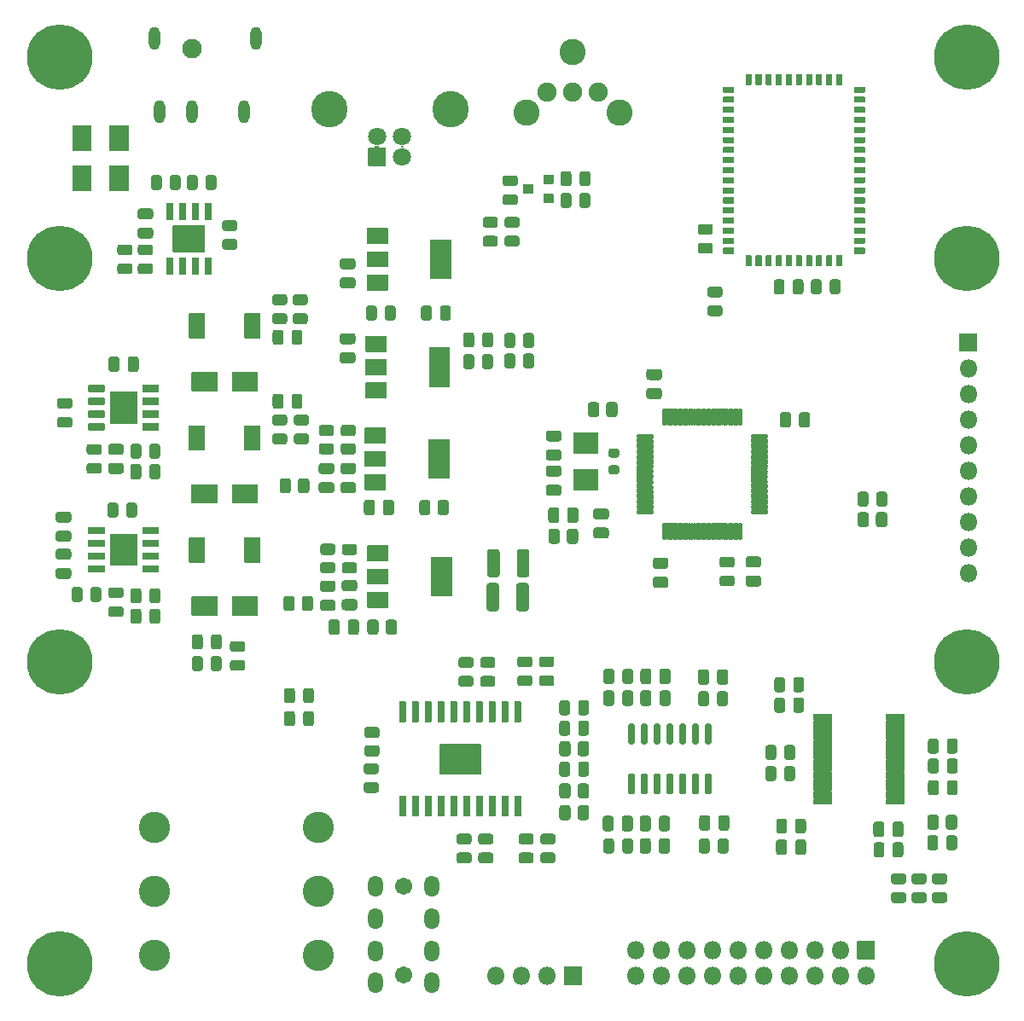
<source format=gbr>
G04 #@! TF.GenerationSoftware,KiCad,Pcbnew,5.1.9*
G04 #@! TF.CreationDate,2021-04-13T21:33:03+08:00*
G04 #@! TF.ProjectId,digital-amplifier2,64696769-7461-46c2-9d61-6d706c696669,rev?*
G04 #@! TF.SameCoordinates,Original*
G04 #@! TF.FileFunction,Soldermask,Top*
G04 #@! TF.FilePolarity,Negative*
%FSLAX46Y46*%
G04 Gerber Fmt 4.6, Leading zero omitted, Abs format (unit mm)*
G04 Created by KiCad (PCBNEW 5.1.9) date 2021-04-13 21:33:03*
%MOMM*%
%LPD*%
G01*
G04 APERTURE LIST*
%ADD10C,0.152400*%
%ADD11C,3.102000*%
%ADD12O,1.802000X1.802000*%
%ADD13C,1.952000*%
%ADD14O,1.102000X2.302000*%
%ADD15C,6.502000*%
%ADD16O,1.502000X2.102000*%
%ADD17C,1.702000*%
%ADD18C,1.902000*%
%ADD19C,2.602000*%
%ADD20C,3.602000*%
%ADD21C,1.802000*%
%ADD22C,0.100000*%
G04 APERTURE END LIST*
D10*
X96710500Y-123192000D02*
X96710500Y-126109000D01*
X96710500Y-126109000D02*
X96123100Y-126109000D01*
X96123100Y-126109000D02*
X96123100Y-123192000D01*
X96123100Y-123192000D02*
X96710500Y-123192000D01*
X95723100Y-123192000D02*
X95723100Y-126109000D01*
X95723100Y-126109000D02*
X95335700Y-126109000D01*
X95335700Y-126109000D02*
X95335700Y-123192000D01*
X95335700Y-123192000D02*
X95723100Y-123192000D01*
X94935700Y-123192000D02*
X94935700Y-126109000D01*
X94935700Y-126109000D02*
X94548300Y-126109000D01*
X94548300Y-126109000D02*
X94548300Y-123192000D01*
X94548300Y-123192000D02*
X94935700Y-123192000D01*
X94148300Y-123192000D02*
X94148300Y-126109000D01*
X94148300Y-126109000D02*
X93760900Y-126109000D01*
X93760900Y-126109000D02*
X93760900Y-123192000D01*
X93760900Y-123192000D02*
X94148300Y-123192000D01*
X93360900Y-123192000D02*
X93360900Y-126109000D01*
X93360900Y-126109000D02*
X92773500Y-126109000D01*
X92773500Y-126109000D02*
X92773500Y-123192000D01*
X92773500Y-123192000D02*
X93360900Y-123192000D01*
X96710500Y-123192000D02*
X96710500Y-123663100D01*
X96710500Y-123663100D02*
X92773500Y-123663100D01*
X92773500Y-123663100D02*
X92773500Y-123192000D01*
X92773500Y-123192000D02*
X96710500Y-123192000D01*
X96710500Y-124450500D02*
X96710500Y-124063100D01*
X96710500Y-124063100D02*
X92773500Y-124063100D01*
X92773500Y-124063100D02*
X92773500Y-124450500D01*
X92773500Y-124450500D02*
X96710500Y-124450500D01*
X96710500Y-125237900D02*
X96710500Y-124850500D01*
X96710500Y-124850500D02*
X92773500Y-124850500D01*
X92773500Y-124850500D02*
X92773500Y-125237900D01*
X92773500Y-125237900D02*
X96710500Y-125237900D01*
X96710500Y-125637900D02*
X96710500Y-126109000D01*
X96710500Y-126109000D02*
X92773500Y-126109000D01*
X92773500Y-126109000D02*
X92773500Y-125637900D01*
X92773500Y-125637900D02*
X96710500Y-125637900D01*
X96710500Y-123192000D02*
X96710500Y-126109000D01*
X96710500Y-126109000D02*
X96123100Y-126109000D01*
X96123100Y-126109000D02*
X96123100Y-123192000D01*
X96123100Y-123192000D02*
X96710500Y-123192000D01*
X95723100Y-123192000D02*
X95723100Y-126109000D01*
X95723100Y-126109000D02*
X95335700Y-126109000D01*
X95335700Y-126109000D02*
X95335700Y-123192000D01*
X95335700Y-123192000D02*
X95723100Y-123192000D01*
X94935700Y-123192000D02*
X94935700Y-126109000D01*
X94935700Y-126109000D02*
X94548300Y-126109000D01*
X94548300Y-126109000D02*
X94548300Y-123192000D01*
X94548300Y-123192000D02*
X94935700Y-123192000D01*
X94148300Y-123192000D02*
X94148300Y-126109000D01*
X94148300Y-126109000D02*
X93760900Y-126109000D01*
X93760900Y-126109000D02*
X93760900Y-123192000D01*
X93760900Y-123192000D02*
X94148300Y-123192000D01*
X93360900Y-123192000D02*
X93360900Y-126109000D01*
X93360900Y-126109000D02*
X92773500Y-126109000D01*
X92773500Y-126109000D02*
X92773500Y-123192000D01*
X92773500Y-123192000D02*
X93360900Y-123192000D01*
X96710500Y-123192000D02*
X96710500Y-123663100D01*
X96710500Y-123663100D02*
X92773500Y-123663100D01*
X92773500Y-123663100D02*
X92773500Y-123192000D01*
X92773500Y-123192000D02*
X96710500Y-123192000D01*
X96710500Y-124450500D02*
X96710500Y-124063100D01*
X96710500Y-124063100D02*
X92773500Y-124063100D01*
X92773500Y-124063100D02*
X92773500Y-124450500D01*
X92773500Y-124450500D02*
X96710500Y-124450500D01*
X96710500Y-125237900D02*
X96710500Y-124850500D01*
X96710500Y-124850500D02*
X92773500Y-124850500D01*
X92773500Y-124850500D02*
X92773500Y-125237900D01*
X92773500Y-125237900D02*
X96710500Y-125237900D01*
X96710500Y-125637900D02*
X96710500Y-126109000D01*
X96710500Y-126109000D02*
X92773500Y-126109000D01*
X92773500Y-126109000D02*
X92773500Y-125637900D01*
X92773500Y-125637900D02*
X96710500Y-125637900D01*
G36*
G01*
X84066500Y-76055000D02*
X83065500Y-76055000D01*
G75*
G02*
X82790000Y-75779500I0J275500D01*
G01*
X82790000Y-75228500D01*
G75*
G02*
X83065500Y-74953000I275500J0D01*
G01*
X84066500Y-74953000D01*
G75*
G02*
X84342000Y-75228500I0J-275500D01*
G01*
X84342000Y-75779500D01*
G75*
G02*
X84066500Y-76055000I-275500J0D01*
G01*
G37*
G36*
G01*
X84066500Y-77955000D02*
X83065500Y-77955000D01*
G75*
G02*
X82790000Y-77679500I0J275500D01*
G01*
X82790000Y-77128500D01*
G75*
G02*
X83065500Y-76853000I275500J0D01*
G01*
X84066500Y-76853000D01*
G75*
G02*
X84342000Y-77128500I0J-275500D01*
G01*
X84342000Y-77679500D01*
G75*
G02*
X84066500Y-77955000I-275500J0D01*
G01*
G37*
G36*
G01*
X84066500Y-83484500D02*
X83065500Y-83484500D01*
G75*
G02*
X82790000Y-83209000I0J275500D01*
G01*
X82790000Y-82658000D01*
G75*
G02*
X83065500Y-82382500I275500J0D01*
G01*
X84066500Y-82382500D01*
G75*
G02*
X84342000Y-82658000I0J-275500D01*
G01*
X84342000Y-83209000D01*
G75*
G02*
X84066500Y-83484500I-275500J0D01*
G01*
G37*
G36*
G01*
X84066500Y-85384500D02*
X83065500Y-85384500D01*
G75*
G02*
X82790000Y-85109000I0J275500D01*
G01*
X82790000Y-84558000D01*
G75*
G02*
X83065500Y-84282500I275500J0D01*
G01*
X84066500Y-84282500D01*
G75*
G02*
X84342000Y-84558000I0J-275500D01*
G01*
X84342000Y-85109000D01*
G75*
G02*
X84066500Y-85384500I-275500J0D01*
G01*
G37*
D11*
X64415000Y-131445000D03*
X64415000Y-144145000D03*
X64415000Y-137795000D03*
X80645000Y-131445000D03*
X80645000Y-144145000D03*
X80645000Y-137795000D03*
G36*
G01*
X85524500Y-105003000D02*
X85524500Y-103503000D01*
G75*
G02*
X85575500Y-103452000I51000J0D01*
G01*
X87575500Y-103452000D01*
G75*
G02*
X87626500Y-103503000I0J-51000D01*
G01*
X87626500Y-105003000D01*
G75*
G02*
X87575500Y-105054000I-51000J0D01*
G01*
X85575500Y-105054000D01*
G75*
G02*
X85524500Y-105003000I0J51000D01*
G01*
G37*
G36*
G01*
X85524500Y-109603000D02*
X85524500Y-108103000D01*
G75*
G02*
X85575500Y-108052000I51000J0D01*
G01*
X87575500Y-108052000D01*
G75*
G02*
X87626500Y-108103000I0J-51000D01*
G01*
X87626500Y-109603000D01*
G75*
G02*
X87575500Y-109654000I-51000J0D01*
G01*
X85575500Y-109654000D01*
G75*
G02*
X85524500Y-109603000I0J51000D01*
G01*
G37*
G36*
G01*
X85524500Y-107303000D02*
X85524500Y-105803000D01*
G75*
G02*
X85575500Y-105752000I51000J0D01*
G01*
X87575500Y-105752000D01*
G75*
G02*
X87626500Y-105803000I0J-51000D01*
G01*
X87626500Y-107303000D01*
G75*
G02*
X87575500Y-107354000I-51000J0D01*
G01*
X85575500Y-107354000D01*
G75*
G02*
X85524500Y-107303000I0J51000D01*
G01*
G37*
G36*
G01*
X91824500Y-108453000D02*
X91824500Y-104653000D01*
G75*
G02*
X91875500Y-104602000I51000J0D01*
G01*
X93875500Y-104602000D01*
G75*
G02*
X93926500Y-104653000I0J-51000D01*
G01*
X93926500Y-108453000D01*
G75*
G02*
X93875500Y-108504000I-51000J0D01*
G01*
X91875500Y-108504000D01*
G75*
G02*
X91824500Y-108453000I0J51000D01*
G01*
G37*
G36*
G01*
X85270500Y-93319000D02*
X85270500Y-91819000D01*
G75*
G02*
X85321500Y-91768000I51000J0D01*
G01*
X87321500Y-91768000D01*
G75*
G02*
X87372500Y-91819000I0J-51000D01*
G01*
X87372500Y-93319000D01*
G75*
G02*
X87321500Y-93370000I-51000J0D01*
G01*
X85321500Y-93370000D01*
G75*
G02*
X85270500Y-93319000I0J51000D01*
G01*
G37*
G36*
G01*
X85270500Y-97919000D02*
X85270500Y-96419000D01*
G75*
G02*
X85321500Y-96368000I51000J0D01*
G01*
X87321500Y-96368000D01*
G75*
G02*
X87372500Y-96419000I0J-51000D01*
G01*
X87372500Y-97919000D01*
G75*
G02*
X87321500Y-97970000I-51000J0D01*
G01*
X85321500Y-97970000D01*
G75*
G02*
X85270500Y-97919000I0J51000D01*
G01*
G37*
G36*
G01*
X85270500Y-95619000D02*
X85270500Y-94119000D01*
G75*
G02*
X85321500Y-94068000I51000J0D01*
G01*
X87321500Y-94068000D01*
G75*
G02*
X87372500Y-94119000I0J-51000D01*
G01*
X87372500Y-95619000D01*
G75*
G02*
X87321500Y-95670000I-51000J0D01*
G01*
X85321500Y-95670000D01*
G75*
G02*
X85270500Y-95619000I0J51000D01*
G01*
G37*
G36*
G01*
X91570500Y-96769000D02*
X91570500Y-92969000D01*
G75*
G02*
X91621500Y-92918000I51000J0D01*
G01*
X93621500Y-92918000D01*
G75*
G02*
X93672500Y-92969000I0J-51000D01*
G01*
X93672500Y-96769000D01*
G75*
G02*
X93621500Y-96820000I-51000J0D01*
G01*
X91621500Y-96820000D01*
G75*
G02*
X91570500Y-96769000I0J51000D01*
G01*
G37*
G36*
G01*
X87344000Y-112045624D02*
X87344000Y-111093376D01*
G75*
G02*
X87618876Y-110818500I274876J0D01*
G01*
X88196124Y-110818500D01*
G75*
G02*
X88471000Y-111093376I0J-274876D01*
G01*
X88471000Y-112045624D01*
G75*
G02*
X88196124Y-112320500I-274876J0D01*
G01*
X87618876Y-112320500D01*
G75*
G02*
X87344000Y-112045624I0J274876D01*
G01*
G37*
G36*
G01*
X85519000Y-112045624D02*
X85519000Y-111093376D01*
G75*
G02*
X85793876Y-110818500I274876J0D01*
G01*
X86371124Y-110818500D01*
G75*
G02*
X86646000Y-111093376I0J-274876D01*
G01*
X86646000Y-112045624D01*
G75*
G02*
X86371124Y-112320500I-274876J0D01*
G01*
X85793876Y-112320500D01*
G75*
G02*
X85519000Y-112045624I0J274876D01*
G01*
G37*
G36*
G01*
X92487500Y-100171124D02*
X92487500Y-99218876D01*
G75*
G02*
X92762376Y-98944000I274876J0D01*
G01*
X93339624Y-98944000D01*
G75*
G02*
X93614500Y-99218876I0J-274876D01*
G01*
X93614500Y-100171124D01*
G75*
G02*
X93339624Y-100446000I-274876J0D01*
G01*
X92762376Y-100446000D01*
G75*
G02*
X92487500Y-100171124I0J274876D01*
G01*
G37*
G36*
G01*
X90662500Y-100171124D02*
X90662500Y-99218876D01*
G75*
G02*
X90937376Y-98944000I274876J0D01*
G01*
X91514624Y-98944000D01*
G75*
G02*
X91789500Y-99218876I0J-274876D01*
G01*
X91789500Y-100171124D01*
G75*
G02*
X91514624Y-100446000I-274876J0D01*
G01*
X90937376Y-100446000D01*
G75*
G02*
X90662500Y-100171124I0J274876D01*
G01*
G37*
G36*
G01*
X84232624Y-104426000D02*
X83280376Y-104426000D01*
G75*
G02*
X83005500Y-104151124I0J274876D01*
G01*
X83005500Y-103573876D01*
G75*
G02*
X83280376Y-103299000I274876J0D01*
G01*
X84232624Y-103299000D01*
G75*
G02*
X84507500Y-103573876I0J-274876D01*
G01*
X84507500Y-104151124D01*
G75*
G02*
X84232624Y-104426000I-274876J0D01*
G01*
G37*
G36*
G01*
X84232624Y-106251000D02*
X83280376Y-106251000D01*
G75*
G02*
X83005500Y-105976124I0J274876D01*
G01*
X83005500Y-105398876D01*
G75*
G02*
X83280376Y-105124000I274876J0D01*
G01*
X84232624Y-105124000D01*
G75*
G02*
X84507500Y-105398876I0J-274876D01*
G01*
X84507500Y-105976124D01*
G75*
G02*
X84232624Y-106251000I-274876J0D01*
G01*
G37*
G36*
G01*
X81121376Y-105100500D02*
X82073624Y-105100500D01*
G75*
G02*
X82348500Y-105375376I0J-274876D01*
G01*
X82348500Y-105952624D01*
G75*
G02*
X82073624Y-106227500I-274876J0D01*
G01*
X81121376Y-106227500D01*
G75*
G02*
X80846500Y-105952624I0J274876D01*
G01*
X80846500Y-105375376D01*
G75*
G02*
X81121376Y-105100500I274876J0D01*
G01*
G37*
G36*
G01*
X81121376Y-103275500D02*
X82073624Y-103275500D01*
G75*
G02*
X82348500Y-103550376I0J-274876D01*
G01*
X82348500Y-104127624D01*
G75*
G02*
X82073624Y-104402500I-274876J0D01*
G01*
X81121376Y-104402500D01*
G75*
G02*
X80846500Y-104127624I0J274876D01*
G01*
X80846500Y-103550376D01*
G75*
G02*
X81121376Y-103275500I274876J0D01*
G01*
G37*
G36*
G01*
X81946624Y-92615000D02*
X80994376Y-92615000D01*
G75*
G02*
X80719500Y-92340124I0J274876D01*
G01*
X80719500Y-91762876D01*
G75*
G02*
X80994376Y-91488000I274876J0D01*
G01*
X81946624Y-91488000D01*
G75*
G02*
X82221500Y-91762876I0J-274876D01*
G01*
X82221500Y-92340124D01*
G75*
G02*
X81946624Y-92615000I-274876J0D01*
G01*
G37*
G36*
G01*
X81946624Y-94440000D02*
X80994376Y-94440000D01*
G75*
G02*
X80719500Y-94165124I0J274876D01*
G01*
X80719500Y-93587876D01*
G75*
G02*
X80994376Y-93313000I274876J0D01*
G01*
X81946624Y-93313000D01*
G75*
G02*
X82221500Y-93587876I0J-274876D01*
G01*
X82221500Y-94165124D01*
G75*
G02*
X81946624Y-94440000I-274876J0D01*
G01*
G37*
G36*
G01*
X84105624Y-92615000D02*
X83153376Y-92615000D01*
G75*
G02*
X82878500Y-92340124I0J274876D01*
G01*
X82878500Y-91762876D01*
G75*
G02*
X83153376Y-91488000I274876J0D01*
G01*
X84105624Y-91488000D01*
G75*
G02*
X84380500Y-91762876I0J-274876D01*
G01*
X84380500Y-92340124D01*
G75*
G02*
X84105624Y-92615000I-274876J0D01*
G01*
G37*
G36*
G01*
X84105624Y-94440000D02*
X83153376Y-94440000D01*
G75*
G02*
X82878500Y-94165124I0J274876D01*
G01*
X82878500Y-93587876D01*
G75*
G02*
X83153376Y-93313000I274876J0D01*
G01*
X84105624Y-93313000D01*
G75*
G02*
X84380500Y-93587876I0J-274876D01*
G01*
X84380500Y-94165124D01*
G75*
G02*
X84105624Y-94440000I-274876J0D01*
G01*
G37*
G36*
G01*
X78327500Y-108743876D02*
X78327500Y-109696124D01*
G75*
G02*
X78052624Y-109971000I-274876J0D01*
G01*
X77475376Y-109971000D01*
G75*
G02*
X77200500Y-109696124I0J274876D01*
G01*
X77200500Y-108743876D01*
G75*
G02*
X77475376Y-108469000I274876J0D01*
G01*
X78052624Y-108469000D01*
G75*
G02*
X78327500Y-108743876I0J-274876D01*
G01*
G37*
G36*
G01*
X80152500Y-108743876D02*
X80152500Y-109696124D01*
G75*
G02*
X79877624Y-109971000I-274876J0D01*
G01*
X79300376Y-109971000D01*
G75*
G02*
X79025500Y-109696124I0J274876D01*
G01*
X79025500Y-108743876D01*
G75*
G02*
X79300376Y-108469000I274876J0D01*
G01*
X79877624Y-108469000D01*
G75*
G02*
X80152500Y-108743876I0J-274876D01*
G01*
G37*
G36*
G01*
X77946500Y-97059876D02*
X77946500Y-98012124D01*
G75*
G02*
X77671624Y-98287000I-274876J0D01*
G01*
X77094376Y-98287000D01*
G75*
G02*
X76819500Y-98012124I0J274876D01*
G01*
X76819500Y-97059876D01*
G75*
G02*
X77094376Y-96785000I274876J0D01*
G01*
X77671624Y-96785000D01*
G75*
G02*
X77946500Y-97059876I0J-274876D01*
G01*
G37*
G36*
G01*
X79771500Y-97059876D02*
X79771500Y-98012124D01*
G75*
G02*
X79496624Y-98287000I-274876J0D01*
G01*
X78919376Y-98287000D01*
G75*
G02*
X78644500Y-98012124I0J274876D01*
G01*
X78644500Y-97059876D01*
G75*
G02*
X78919376Y-96785000I274876J0D01*
G01*
X79496624Y-96785000D01*
G75*
G02*
X79771500Y-97059876I0J-274876D01*
G01*
G37*
G36*
G01*
X83584000Y-112070000D02*
X83584000Y-111069000D01*
G75*
G02*
X83859500Y-110793500I275500J0D01*
G01*
X84410500Y-110793500D01*
G75*
G02*
X84686000Y-111069000I0J-275500D01*
G01*
X84686000Y-112070000D01*
G75*
G02*
X84410500Y-112345500I-275500J0D01*
G01*
X83859500Y-112345500D01*
G75*
G02*
X83584000Y-112070000I0J275500D01*
G01*
G37*
G36*
G01*
X81684000Y-112070000D02*
X81684000Y-111069000D01*
G75*
G02*
X81959500Y-110793500I275500J0D01*
G01*
X82510500Y-110793500D01*
G75*
G02*
X82786000Y-111069000I0J-275500D01*
G01*
X82786000Y-112070000D01*
G75*
G02*
X82510500Y-112345500I-275500J0D01*
G01*
X81959500Y-112345500D01*
G75*
G02*
X81684000Y-112070000I0J275500D01*
G01*
G37*
G36*
G01*
X86278500Y-99194500D02*
X86278500Y-100195500D01*
G75*
G02*
X86003000Y-100471000I-275500J0D01*
G01*
X85452000Y-100471000D01*
G75*
G02*
X85176500Y-100195500I0J275500D01*
G01*
X85176500Y-99194500D01*
G75*
G02*
X85452000Y-98919000I275500J0D01*
G01*
X86003000Y-98919000D01*
G75*
G02*
X86278500Y-99194500I0J-275500D01*
G01*
G37*
G36*
G01*
X88178500Y-99194500D02*
X88178500Y-100195500D01*
G75*
G02*
X87903000Y-100471000I-275500J0D01*
G01*
X87352000Y-100471000D01*
G75*
G02*
X87076500Y-100195500I0J275500D01*
G01*
X87076500Y-99194500D01*
G75*
G02*
X87352000Y-98919000I275500J0D01*
G01*
X87903000Y-98919000D01*
G75*
G02*
X88178500Y-99194500I0J-275500D01*
G01*
G37*
G36*
G01*
X84257000Y-107998000D02*
X83256000Y-107998000D01*
G75*
G02*
X82980500Y-107722500I0J275500D01*
G01*
X82980500Y-107171500D01*
G75*
G02*
X83256000Y-106896000I275500J0D01*
G01*
X84257000Y-106896000D01*
G75*
G02*
X84532500Y-107171500I0J-275500D01*
G01*
X84532500Y-107722500D01*
G75*
G02*
X84257000Y-107998000I-275500J0D01*
G01*
G37*
G36*
G01*
X84257000Y-109898000D02*
X83256000Y-109898000D01*
G75*
G02*
X82980500Y-109622500I0J275500D01*
G01*
X82980500Y-109071500D01*
G75*
G02*
X83256000Y-108796000I275500J0D01*
G01*
X84257000Y-108796000D01*
G75*
G02*
X84532500Y-109071500I0J-275500D01*
G01*
X84532500Y-109622500D01*
G75*
G02*
X84257000Y-109898000I-275500J0D01*
G01*
G37*
G36*
G01*
X84130000Y-96375000D02*
X83129000Y-96375000D01*
G75*
G02*
X82853500Y-96099500I0J275500D01*
G01*
X82853500Y-95548500D01*
G75*
G02*
X83129000Y-95273000I275500J0D01*
G01*
X84130000Y-95273000D01*
G75*
G02*
X84405500Y-95548500I0J-275500D01*
G01*
X84405500Y-96099500D01*
G75*
G02*
X84130000Y-96375000I-275500J0D01*
G01*
G37*
G36*
G01*
X84130000Y-98275000D02*
X83129000Y-98275000D01*
G75*
G02*
X82853500Y-97999500I0J275500D01*
G01*
X82853500Y-97448500D01*
G75*
G02*
X83129000Y-97173000I275500J0D01*
G01*
X84130000Y-97173000D01*
G75*
G02*
X84405500Y-97448500I0J-275500D01*
G01*
X84405500Y-97999500D01*
G75*
G02*
X84130000Y-98275000I-275500J0D01*
G01*
G37*
G36*
G01*
X82098000Y-108059000D02*
X81097000Y-108059000D01*
G75*
G02*
X80821500Y-107783500I0J275500D01*
G01*
X80821500Y-107232500D01*
G75*
G02*
X81097000Y-106957000I275500J0D01*
G01*
X82098000Y-106957000D01*
G75*
G02*
X82373500Y-107232500I0J-275500D01*
G01*
X82373500Y-107783500D01*
G75*
G02*
X82098000Y-108059000I-275500J0D01*
G01*
G37*
G36*
G01*
X82098000Y-109959000D02*
X81097000Y-109959000D01*
G75*
G02*
X80821500Y-109683500I0J275500D01*
G01*
X80821500Y-109132500D01*
G75*
G02*
X81097000Y-108857000I275500J0D01*
G01*
X82098000Y-108857000D01*
G75*
G02*
X82373500Y-109132500I0J-275500D01*
G01*
X82373500Y-109683500D01*
G75*
G02*
X82098000Y-109959000I-275500J0D01*
G01*
G37*
G36*
G01*
X81971000Y-96375000D02*
X80970000Y-96375000D01*
G75*
G02*
X80694500Y-96099500I0J275500D01*
G01*
X80694500Y-95548500D01*
G75*
G02*
X80970000Y-95273000I275500J0D01*
G01*
X81971000Y-95273000D01*
G75*
G02*
X82246500Y-95548500I0J-275500D01*
G01*
X82246500Y-96099500D01*
G75*
G02*
X81971000Y-96375000I-275500J0D01*
G01*
G37*
G36*
G01*
X81971000Y-98275000D02*
X80970000Y-98275000D01*
G75*
G02*
X80694500Y-97999500I0J275500D01*
G01*
X80694500Y-97448500D01*
G75*
G02*
X80970000Y-97173000I275500J0D01*
G01*
X81971000Y-97173000D01*
G75*
G02*
X82246500Y-97448500I0J-275500D01*
G01*
X82246500Y-97999500D01*
G75*
G02*
X81971000Y-98275000I-275500J0D01*
G01*
G37*
G36*
G01*
X142208500Y-130460876D02*
X142208500Y-131413124D01*
G75*
G02*
X141933624Y-131688000I-274876J0D01*
G01*
X141356376Y-131688000D01*
G75*
G02*
X141081500Y-131413124I0J274876D01*
G01*
X141081500Y-130460876D01*
G75*
G02*
X141356376Y-130186000I274876J0D01*
G01*
X141933624Y-130186000D01*
G75*
G02*
X142208500Y-130460876I0J-274876D01*
G01*
G37*
G36*
G01*
X144033500Y-130460876D02*
X144033500Y-131413124D01*
G75*
G02*
X143758624Y-131688000I-274876J0D01*
G01*
X143181376Y-131688000D01*
G75*
G02*
X142906500Y-131413124I0J274876D01*
G01*
X142906500Y-130460876D01*
G75*
G02*
X143181376Y-130186000I274876J0D01*
G01*
X143758624Y-130186000D01*
G75*
G02*
X144033500Y-130460876I0J-274876D01*
G01*
G37*
G36*
G01*
X119172850Y-126099500D02*
X119523850Y-126099500D01*
G75*
G02*
X119699350Y-126275000I0J-175500D01*
G01*
X119699350Y-127976000D01*
G75*
G02*
X119523850Y-128151500I-175500J0D01*
G01*
X119172850Y-128151500D01*
G75*
G02*
X118997350Y-127976000I0J175500D01*
G01*
X118997350Y-126275000D01*
G75*
G02*
X119172850Y-126099500I175500J0D01*
G01*
G37*
G36*
G01*
X117902850Y-126099500D02*
X118253850Y-126099500D01*
G75*
G02*
X118429350Y-126275000I0J-175500D01*
G01*
X118429350Y-127976000D01*
G75*
G02*
X118253850Y-128151500I-175500J0D01*
G01*
X117902850Y-128151500D01*
G75*
G02*
X117727350Y-127976000I0J175500D01*
G01*
X117727350Y-126275000D01*
G75*
G02*
X117902850Y-126099500I175500J0D01*
G01*
G37*
G36*
G01*
X116632850Y-126099500D02*
X116983850Y-126099500D01*
G75*
G02*
X117159350Y-126275000I0J-175500D01*
G01*
X117159350Y-127976000D01*
G75*
G02*
X116983850Y-128151500I-175500J0D01*
G01*
X116632850Y-128151500D01*
G75*
G02*
X116457350Y-127976000I0J175500D01*
G01*
X116457350Y-126275000D01*
G75*
G02*
X116632850Y-126099500I175500J0D01*
G01*
G37*
G36*
G01*
X115362850Y-126099500D02*
X115713850Y-126099500D01*
G75*
G02*
X115889350Y-126275000I0J-175500D01*
G01*
X115889350Y-127976000D01*
G75*
G02*
X115713850Y-128151500I-175500J0D01*
G01*
X115362850Y-128151500D01*
G75*
G02*
X115187350Y-127976000I0J175500D01*
G01*
X115187350Y-126275000D01*
G75*
G02*
X115362850Y-126099500I175500J0D01*
G01*
G37*
G36*
G01*
X114092850Y-126099500D02*
X114443850Y-126099500D01*
G75*
G02*
X114619350Y-126275000I0J-175500D01*
G01*
X114619350Y-127976000D01*
G75*
G02*
X114443850Y-128151500I-175500J0D01*
G01*
X114092850Y-128151500D01*
G75*
G02*
X113917350Y-127976000I0J175500D01*
G01*
X113917350Y-126275000D01*
G75*
G02*
X114092850Y-126099500I175500J0D01*
G01*
G37*
G36*
G01*
X112822850Y-126099500D02*
X113173850Y-126099500D01*
G75*
G02*
X113349350Y-126275000I0J-175500D01*
G01*
X113349350Y-127976000D01*
G75*
G02*
X113173850Y-128151500I-175500J0D01*
G01*
X112822850Y-128151500D01*
G75*
G02*
X112647350Y-127976000I0J175500D01*
G01*
X112647350Y-126275000D01*
G75*
G02*
X112822850Y-126099500I175500J0D01*
G01*
G37*
G36*
G01*
X111552850Y-126099500D02*
X111903850Y-126099500D01*
G75*
G02*
X112079350Y-126275000I0J-175500D01*
G01*
X112079350Y-127976000D01*
G75*
G02*
X111903850Y-128151500I-175500J0D01*
G01*
X111552850Y-128151500D01*
G75*
G02*
X111377350Y-127976000I0J175500D01*
G01*
X111377350Y-126275000D01*
G75*
G02*
X111552850Y-126099500I175500J0D01*
G01*
G37*
G36*
G01*
X111552850Y-121149500D02*
X111903850Y-121149500D01*
G75*
G02*
X112079350Y-121325000I0J-175500D01*
G01*
X112079350Y-123026000D01*
G75*
G02*
X111903850Y-123201500I-175500J0D01*
G01*
X111552850Y-123201500D01*
G75*
G02*
X111377350Y-123026000I0J175500D01*
G01*
X111377350Y-121325000D01*
G75*
G02*
X111552850Y-121149500I175500J0D01*
G01*
G37*
G36*
G01*
X112822850Y-121149500D02*
X113173850Y-121149500D01*
G75*
G02*
X113349350Y-121325000I0J-175500D01*
G01*
X113349350Y-123026000D01*
G75*
G02*
X113173850Y-123201500I-175500J0D01*
G01*
X112822850Y-123201500D01*
G75*
G02*
X112647350Y-123026000I0J175500D01*
G01*
X112647350Y-121325000D01*
G75*
G02*
X112822850Y-121149500I175500J0D01*
G01*
G37*
G36*
G01*
X114092850Y-121149500D02*
X114443850Y-121149500D01*
G75*
G02*
X114619350Y-121325000I0J-175500D01*
G01*
X114619350Y-123026000D01*
G75*
G02*
X114443850Y-123201500I-175500J0D01*
G01*
X114092850Y-123201500D01*
G75*
G02*
X113917350Y-123026000I0J175500D01*
G01*
X113917350Y-121325000D01*
G75*
G02*
X114092850Y-121149500I175500J0D01*
G01*
G37*
G36*
G01*
X115362850Y-121149500D02*
X115713850Y-121149500D01*
G75*
G02*
X115889350Y-121325000I0J-175500D01*
G01*
X115889350Y-123026000D01*
G75*
G02*
X115713850Y-123201500I-175500J0D01*
G01*
X115362850Y-123201500D01*
G75*
G02*
X115187350Y-123026000I0J175500D01*
G01*
X115187350Y-121325000D01*
G75*
G02*
X115362850Y-121149500I175500J0D01*
G01*
G37*
G36*
G01*
X116632850Y-121149500D02*
X116983850Y-121149500D01*
G75*
G02*
X117159350Y-121325000I0J-175500D01*
G01*
X117159350Y-123026000D01*
G75*
G02*
X116983850Y-123201500I-175500J0D01*
G01*
X116632850Y-123201500D01*
G75*
G02*
X116457350Y-123026000I0J175500D01*
G01*
X116457350Y-121325000D01*
G75*
G02*
X116632850Y-121149500I175500J0D01*
G01*
G37*
G36*
G01*
X117902850Y-121149500D02*
X118253850Y-121149500D01*
G75*
G02*
X118429350Y-121325000I0J-175500D01*
G01*
X118429350Y-123026000D01*
G75*
G02*
X118253850Y-123201500I-175500J0D01*
G01*
X117902850Y-123201500D01*
G75*
G02*
X117727350Y-123026000I0J175500D01*
G01*
X117727350Y-121325000D01*
G75*
G02*
X117902850Y-121149500I175500J0D01*
G01*
G37*
G36*
G01*
X119172850Y-121149500D02*
X119523850Y-121149500D01*
G75*
G02*
X119699350Y-121325000I0J-175500D01*
G01*
X119699350Y-123026000D01*
G75*
G02*
X119523850Y-123201500I-175500J0D01*
G01*
X119172850Y-123201500D01*
G75*
G02*
X118997350Y-123026000I0J175500D01*
G01*
X118997350Y-121325000D01*
G75*
G02*
X119172850Y-121149500I175500J0D01*
G01*
G37*
G36*
G01*
X138828500Y-128650500D02*
X138828500Y-129100500D01*
G75*
G02*
X138777500Y-129151500I-51000J0D01*
G01*
X137027500Y-129151500D01*
G75*
G02*
X136976500Y-129100500I0J51000D01*
G01*
X136976500Y-128650500D01*
G75*
G02*
X137027500Y-128599500I51000J0D01*
G01*
X138777500Y-128599500D01*
G75*
G02*
X138828500Y-128650500I0J-51000D01*
G01*
G37*
G36*
G01*
X138828500Y-128000500D02*
X138828500Y-128450500D01*
G75*
G02*
X138777500Y-128501500I-51000J0D01*
G01*
X137027500Y-128501500D01*
G75*
G02*
X136976500Y-128450500I0J51000D01*
G01*
X136976500Y-128000500D01*
G75*
G02*
X137027500Y-127949500I51000J0D01*
G01*
X138777500Y-127949500D01*
G75*
G02*
X138828500Y-128000500I0J-51000D01*
G01*
G37*
G36*
G01*
X138828500Y-127350500D02*
X138828500Y-127800500D01*
G75*
G02*
X138777500Y-127851500I-51000J0D01*
G01*
X137027500Y-127851500D01*
G75*
G02*
X136976500Y-127800500I0J51000D01*
G01*
X136976500Y-127350500D01*
G75*
G02*
X137027500Y-127299500I51000J0D01*
G01*
X138777500Y-127299500D01*
G75*
G02*
X138828500Y-127350500I0J-51000D01*
G01*
G37*
G36*
G01*
X138828500Y-126700500D02*
X138828500Y-127150500D01*
G75*
G02*
X138777500Y-127201500I-51000J0D01*
G01*
X137027500Y-127201500D01*
G75*
G02*
X136976500Y-127150500I0J51000D01*
G01*
X136976500Y-126700500D01*
G75*
G02*
X137027500Y-126649500I51000J0D01*
G01*
X138777500Y-126649500D01*
G75*
G02*
X138828500Y-126700500I0J-51000D01*
G01*
G37*
G36*
G01*
X138828500Y-126050500D02*
X138828500Y-126500500D01*
G75*
G02*
X138777500Y-126551500I-51000J0D01*
G01*
X137027500Y-126551500D01*
G75*
G02*
X136976500Y-126500500I0J51000D01*
G01*
X136976500Y-126050500D01*
G75*
G02*
X137027500Y-125999500I51000J0D01*
G01*
X138777500Y-125999500D01*
G75*
G02*
X138828500Y-126050500I0J-51000D01*
G01*
G37*
G36*
G01*
X138828500Y-125400500D02*
X138828500Y-125850500D01*
G75*
G02*
X138777500Y-125901500I-51000J0D01*
G01*
X137027500Y-125901500D01*
G75*
G02*
X136976500Y-125850500I0J51000D01*
G01*
X136976500Y-125400500D01*
G75*
G02*
X137027500Y-125349500I51000J0D01*
G01*
X138777500Y-125349500D01*
G75*
G02*
X138828500Y-125400500I0J-51000D01*
G01*
G37*
G36*
G01*
X138828500Y-124750500D02*
X138828500Y-125200500D01*
G75*
G02*
X138777500Y-125251500I-51000J0D01*
G01*
X137027500Y-125251500D01*
G75*
G02*
X136976500Y-125200500I0J51000D01*
G01*
X136976500Y-124750500D01*
G75*
G02*
X137027500Y-124699500I51000J0D01*
G01*
X138777500Y-124699500D01*
G75*
G02*
X138828500Y-124750500I0J-51000D01*
G01*
G37*
G36*
G01*
X138828500Y-124100500D02*
X138828500Y-124550500D01*
G75*
G02*
X138777500Y-124601500I-51000J0D01*
G01*
X137027500Y-124601500D01*
G75*
G02*
X136976500Y-124550500I0J51000D01*
G01*
X136976500Y-124100500D01*
G75*
G02*
X137027500Y-124049500I51000J0D01*
G01*
X138777500Y-124049500D01*
G75*
G02*
X138828500Y-124100500I0J-51000D01*
G01*
G37*
G36*
G01*
X138828500Y-123450500D02*
X138828500Y-123900500D01*
G75*
G02*
X138777500Y-123951500I-51000J0D01*
G01*
X137027500Y-123951500D01*
G75*
G02*
X136976500Y-123900500I0J51000D01*
G01*
X136976500Y-123450500D01*
G75*
G02*
X137027500Y-123399500I51000J0D01*
G01*
X138777500Y-123399500D01*
G75*
G02*
X138828500Y-123450500I0J-51000D01*
G01*
G37*
G36*
G01*
X138828500Y-122800500D02*
X138828500Y-123250500D01*
G75*
G02*
X138777500Y-123301500I-51000J0D01*
G01*
X137027500Y-123301500D01*
G75*
G02*
X136976500Y-123250500I0J51000D01*
G01*
X136976500Y-122800500D01*
G75*
G02*
X137027500Y-122749500I51000J0D01*
G01*
X138777500Y-122749500D01*
G75*
G02*
X138828500Y-122800500I0J-51000D01*
G01*
G37*
G36*
G01*
X138828500Y-122150500D02*
X138828500Y-122600500D01*
G75*
G02*
X138777500Y-122651500I-51000J0D01*
G01*
X137027500Y-122651500D01*
G75*
G02*
X136976500Y-122600500I0J51000D01*
G01*
X136976500Y-122150500D01*
G75*
G02*
X137027500Y-122099500I51000J0D01*
G01*
X138777500Y-122099500D01*
G75*
G02*
X138828500Y-122150500I0J-51000D01*
G01*
G37*
G36*
G01*
X138828500Y-121500500D02*
X138828500Y-121950500D01*
G75*
G02*
X138777500Y-122001500I-51000J0D01*
G01*
X137027500Y-122001500D01*
G75*
G02*
X136976500Y-121950500I0J51000D01*
G01*
X136976500Y-121500500D01*
G75*
G02*
X137027500Y-121449500I51000J0D01*
G01*
X138777500Y-121449500D01*
G75*
G02*
X138828500Y-121500500I0J-51000D01*
G01*
G37*
G36*
G01*
X138828500Y-120850500D02*
X138828500Y-121300500D01*
G75*
G02*
X138777500Y-121351500I-51000J0D01*
G01*
X137027500Y-121351500D01*
G75*
G02*
X136976500Y-121300500I0J51000D01*
G01*
X136976500Y-120850500D01*
G75*
G02*
X137027500Y-120799500I51000J0D01*
G01*
X138777500Y-120799500D01*
G75*
G02*
X138828500Y-120850500I0J-51000D01*
G01*
G37*
G36*
G01*
X138828500Y-120200500D02*
X138828500Y-120650500D01*
G75*
G02*
X138777500Y-120701500I-51000J0D01*
G01*
X137027500Y-120701500D01*
G75*
G02*
X136976500Y-120650500I0J51000D01*
G01*
X136976500Y-120200500D01*
G75*
G02*
X137027500Y-120149500I51000J0D01*
G01*
X138777500Y-120149500D01*
G75*
G02*
X138828500Y-120200500I0J-51000D01*
G01*
G37*
G36*
G01*
X131628500Y-120200500D02*
X131628500Y-120650500D01*
G75*
G02*
X131577500Y-120701500I-51000J0D01*
G01*
X129827500Y-120701500D01*
G75*
G02*
X129776500Y-120650500I0J51000D01*
G01*
X129776500Y-120200500D01*
G75*
G02*
X129827500Y-120149500I51000J0D01*
G01*
X131577500Y-120149500D01*
G75*
G02*
X131628500Y-120200500I0J-51000D01*
G01*
G37*
G36*
G01*
X131628500Y-120850500D02*
X131628500Y-121300500D01*
G75*
G02*
X131577500Y-121351500I-51000J0D01*
G01*
X129827500Y-121351500D01*
G75*
G02*
X129776500Y-121300500I0J51000D01*
G01*
X129776500Y-120850500D01*
G75*
G02*
X129827500Y-120799500I51000J0D01*
G01*
X131577500Y-120799500D01*
G75*
G02*
X131628500Y-120850500I0J-51000D01*
G01*
G37*
G36*
G01*
X131628500Y-121500500D02*
X131628500Y-121950500D01*
G75*
G02*
X131577500Y-122001500I-51000J0D01*
G01*
X129827500Y-122001500D01*
G75*
G02*
X129776500Y-121950500I0J51000D01*
G01*
X129776500Y-121500500D01*
G75*
G02*
X129827500Y-121449500I51000J0D01*
G01*
X131577500Y-121449500D01*
G75*
G02*
X131628500Y-121500500I0J-51000D01*
G01*
G37*
G36*
G01*
X131628500Y-122150500D02*
X131628500Y-122600500D01*
G75*
G02*
X131577500Y-122651500I-51000J0D01*
G01*
X129827500Y-122651500D01*
G75*
G02*
X129776500Y-122600500I0J51000D01*
G01*
X129776500Y-122150500D01*
G75*
G02*
X129827500Y-122099500I51000J0D01*
G01*
X131577500Y-122099500D01*
G75*
G02*
X131628500Y-122150500I0J-51000D01*
G01*
G37*
G36*
G01*
X131628500Y-122800500D02*
X131628500Y-123250500D01*
G75*
G02*
X131577500Y-123301500I-51000J0D01*
G01*
X129827500Y-123301500D01*
G75*
G02*
X129776500Y-123250500I0J51000D01*
G01*
X129776500Y-122800500D01*
G75*
G02*
X129827500Y-122749500I51000J0D01*
G01*
X131577500Y-122749500D01*
G75*
G02*
X131628500Y-122800500I0J-51000D01*
G01*
G37*
G36*
G01*
X131628500Y-123450500D02*
X131628500Y-123900500D01*
G75*
G02*
X131577500Y-123951500I-51000J0D01*
G01*
X129827500Y-123951500D01*
G75*
G02*
X129776500Y-123900500I0J51000D01*
G01*
X129776500Y-123450500D01*
G75*
G02*
X129827500Y-123399500I51000J0D01*
G01*
X131577500Y-123399500D01*
G75*
G02*
X131628500Y-123450500I0J-51000D01*
G01*
G37*
G36*
G01*
X131628500Y-124100500D02*
X131628500Y-124550500D01*
G75*
G02*
X131577500Y-124601500I-51000J0D01*
G01*
X129827500Y-124601500D01*
G75*
G02*
X129776500Y-124550500I0J51000D01*
G01*
X129776500Y-124100500D01*
G75*
G02*
X129827500Y-124049500I51000J0D01*
G01*
X131577500Y-124049500D01*
G75*
G02*
X131628500Y-124100500I0J-51000D01*
G01*
G37*
G36*
G01*
X131628500Y-124750500D02*
X131628500Y-125200500D01*
G75*
G02*
X131577500Y-125251500I-51000J0D01*
G01*
X129827500Y-125251500D01*
G75*
G02*
X129776500Y-125200500I0J51000D01*
G01*
X129776500Y-124750500D01*
G75*
G02*
X129827500Y-124699500I51000J0D01*
G01*
X131577500Y-124699500D01*
G75*
G02*
X131628500Y-124750500I0J-51000D01*
G01*
G37*
G36*
G01*
X131628500Y-125400500D02*
X131628500Y-125850500D01*
G75*
G02*
X131577500Y-125901500I-51000J0D01*
G01*
X129827500Y-125901500D01*
G75*
G02*
X129776500Y-125850500I0J51000D01*
G01*
X129776500Y-125400500D01*
G75*
G02*
X129827500Y-125349500I51000J0D01*
G01*
X131577500Y-125349500D01*
G75*
G02*
X131628500Y-125400500I0J-51000D01*
G01*
G37*
G36*
G01*
X131628500Y-126050500D02*
X131628500Y-126500500D01*
G75*
G02*
X131577500Y-126551500I-51000J0D01*
G01*
X129827500Y-126551500D01*
G75*
G02*
X129776500Y-126500500I0J51000D01*
G01*
X129776500Y-126050500D01*
G75*
G02*
X129827500Y-125999500I51000J0D01*
G01*
X131577500Y-125999500D01*
G75*
G02*
X131628500Y-126050500I0J-51000D01*
G01*
G37*
G36*
G01*
X131628500Y-126700500D02*
X131628500Y-127150500D01*
G75*
G02*
X131577500Y-127201500I-51000J0D01*
G01*
X129827500Y-127201500D01*
G75*
G02*
X129776500Y-127150500I0J51000D01*
G01*
X129776500Y-126700500D01*
G75*
G02*
X129827500Y-126649500I51000J0D01*
G01*
X131577500Y-126649500D01*
G75*
G02*
X131628500Y-126700500I0J-51000D01*
G01*
G37*
G36*
G01*
X131628500Y-127350500D02*
X131628500Y-127800500D01*
G75*
G02*
X131577500Y-127851500I-51000J0D01*
G01*
X129827500Y-127851500D01*
G75*
G02*
X129776500Y-127800500I0J51000D01*
G01*
X129776500Y-127350500D01*
G75*
G02*
X129827500Y-127299500I51000J0D01*
G01*
X131577500Y-127299500D01*
G75*
G02*
X131628500Y-127350500I0J-51000D01*
G01*
G37*
G36*
G01*
X131628500Y-128000500D02*
X131628500Y-128450500D01*
G75*
G02*
X131577500Y-128501500I-51000J0D01*
G01*
X129827500Y-128501500D01*
G75*
G02*
X129776500Y-128450500I0J51000D01*
G01*
X129776500Y-128000500D01*
G75*
G02*
X129827500Y-127949500I51000J0D01*
G01*
X131577500Y-127949500D01*
G75*
G02*
X131628500Y-128000500I0J-51000D01*
G01*
G37*
G36*
G01*
X131628500Y-128650500D02*
X131628500Y-129100500D01*
G75*
G02*
X131577500Y-129151500I-51000J0D01*
G01*
X129827500Y-129151500D01*
G75*
G02*
X129776500Y-129100500I0J51000D01*
G01*
X129776500Y-128650500D01*
G75*
G02*
X129827500Y-128599500I51000J0D01*
G01*
X131577500Y-128599500D01*
G75*
G02*
X131628500Y-128650500I0J-51000D01*
G01*
G37*
G36*
G01*
X63215000Y-102281000D02*
X63215000Y-101681000D01*
G75*
G02*
X63266000Y-101630000I51000J0D01*
G01*
X64816000Y-101630000D01*
G75*
G02*
X64867000Y-101681000I0J-51000D01*
G01*
X64867000Y-102281000D01*
G75*
G02*
X64816000Y-102332000I-51000J0D01*
G01*
X63266000Y-102332000D01*
G75*
G02*
X63215000Y-102281000I0J51000D01*
G01*
G37*
G36*
G01*
X63215000Y-103551000D02*
X63215000Y-102951000D01*
G75*
G02*
X63266000Y-102900000I51000J0D01*
G01*
X64816000Y-102900000D01*
G75*
G02*
X64867000Y-102951000I0J-51000D01*
G01*
X64867000Y-103551000D01*
G75*
G02*
X64816000Y-103602000I-51000J0D01*
G01*
X63266000Y-103602000D01*
G75*
G02*
X63215000Y-103551000I0J51000D01*
G01*
G37*
G36*
G01*
X63215000Y-104821000D02*
X63215000Y-104221000D01*
G75*
G02*
X63266000Y-104170000I51000J0D01*
G01*
X64816000Y-104170000D01*
G75*
G02*
X64867000Y-104221000I0J-51000D01*
G01*
X64867000Y-104821000D01*
G75*
G02*
X64816000Y-104872000I-51000J0D01*
G01*
X63266000Y-104872000D01*
G75*
G02*
X63215000Y-104821000I0J51000D01*
G01*
G37*
G36*
G01*
X63215000Y-106091000D02*
X63215000Y-105491000D01*
G75*
G02*
X63266000Y-105440000I51000J0D01*
G01*
X64816000Y-105440000D01*
G75*
G02*
X64867000Y-105491000I0J-51000D01*
G01*
X64867000Y-106091000D01*
G75*
G02*
X64816000Y-106142000I-51000J0D01*
G01*
X63266000Y-106142000D01*
G75*
G02*
X63215000Y-106091000I0J51000D01*
G01*
G37*
G36*
G01*
X57815000Y-106091000D02*
X57815000Y-105491000D01*
G75*
G02*
X57866000Y-105440000I51000J0D01*
G01*
X59416000Y-105440000D01*
G75*
G02*
X59467000Y-105491000I0J-51000D01*
G01*
X59467000Y-106091000D01*
G75*
G02*
X59416000Y-106142000I-51000J0D01*
G01*
X57866000Y-106142000D01*
G75*
G02*
X57815000Y-106091000I0J51000D01*
G01*
G37*
G36*
G01*
X57815000Y-104821000D02*
X57815000Y-104221000D01*
G75*
G02*
X57866000Y-104170000I51000J0D01*
G01*
X59416000Y-104170000D01*
G75*
G02*
X59467000Y-104221000I0J-51000D01*
G01*
X59467000Y-104821000D01*
G75*
G02*
X59416000Y-104872000I-51000J0D01*
G01*
X57866000Y-104872000D01*
G75*
G02*
X57815000Y-104821000I0J51000D01*
G01*
G37*
G36*
G01*
X57815000Y-103551000D02*
X57815000Y-102951000D01*
G75*
G02*
X57866000Y-102900000I51000J0D01*
G01*
X59416000Y-102900000D01*
G75*
G02*
X59467000Y-102951000I0J-51000D01*
G01*
X59467000Y-103551000D01*
G75*
G02*
X59416000Y-103602000I-51000J0D01*
G01*
X57866000Y-103602000D01*
G75*
G02*
X57815000Y-103551000I0J51000D01*
G01*
G37*
G36*
G01*
X57815000Y-102281000D02*
X57815000Y-101681000D01*
G75*
G02*
X57866000Y-101630000I51000J0D01*
G01*
X59416000Y-101630000D01*
G75*
G02*
X59467000Y-101681000I0J-51000D01*
G01*
X59467000Y-102281000D01*
G75*
G02*
X59416000Y-102332000I-51000J0D01*
G01*
X57866000Y-102332000D01*
G75*
G02*
X57815000Y-102281000I0J51000D01*
G01*
G37*
G36*
G01*
X59990000Y-105436000D02*
X59990000Y-102336000D01*
G75*
G02*
X60041000Y-102285000I51000J0D01*
G01*
X62641000Y-102285000D01*
G75*
G02*
X62692000Y-102336000I0J-51000D01*
G01*
X62692000Y-105436000D01*
G75*
G02*
X62641000Y-105487000I-51000J0D01*
G01*
X60041000Y-105487000D01*
G75*
G02*
X59990000Y-105436000I0J51000D01*
G01*
G37*
G36*
G01*
X92837000Y-123204501D02*
X96647000Y-123204501D01*
G75*
G02*
X96698000Y-123255501I0J-51000D01*
G01*
X96698000Y-126045499D01*
G75*
G02*
X96647000Y-126096499I-51000J0D01*
G01*
X92837000Y-126096499D01*
G75*
G02*
X92786000Y-126045499I0J51000D01*
G01*
X92786000Y-123255501D01*
G75*
G02*
X92837000Y-123204501I51000J0D01*
G01*
G37*
G36*
G01*
X100178000Y-128300801D02*
X100736000Y-128300801D01*
G75*
G02*
X100787000Y-128351801I0J-51000D01*
G01*
X100787000Y-130321799D01*
G75*
G02*
X100736000Y-130372799I-51000J0D01*
G01*
X100178000Y-130372799D01*
G75*
G02*
X100127000Y-130321799I0J51000D01*
G01*
X100127000Y-128351801D01*
G75*
G02*
X100178000Y-128300801I51000J0D01*
G01*
G37*
G36*
G01*
X98908000Y-128300801D02*
X99466000Y-128300801D01*
G75*
G02*
X99517000Y-128351801I0J-51000D01*
G01*
X99517000Y-130321799D01*
G75*
G02*
X99466000Y-130372799I-51000J0D01*
G01*
X98908000Y-130372799D01*
G75*
G02*
X98857000Y-130321799I0J51000D01*
G01*
X98857000Y-128351801D01*
G75*
G02*
X98908000Y-128300801I51000J0D01*
G01*
G37*
G36*
G01*
X97638000Y-128300801D02*
X98196000Y-128300801D01*
G75*
G02*
X98247000Y-128351801I0J-51000D01*
G01*
X98247000Y-130321799D01*
G75*
G02*
X98196000Y-130372799I-51000J0D01*
G01*
X97638000Y-130372799D01*
G75*
G02*
X97587000Y-130321799I0J51000D01*
G01*
X97587000Y-128351801D01*
G75*
G02*
X97638000Y-128300801I51000J0D01*
G01*
G37*
G36*
G01*
X96368000Y-128300801D02*
X96926000Y-128300801D01*
G75*
G02*
X96977000Y-128351801I0J-51000D01*
G01*
X96977000Y-130321799D01*
G75*
G02*
X96926000Y-130372799I-51000J0D01*
G01*
X96368000Y-130372799D01*
G75*
G02*
X96317000Y-130321799I0J51000D01*
G01*
X96317000Y-128351801D01*
G75*
G02*
X96368000Y-128300801I51000J0D01*
G01*
G37*
G36*
G01*
X95098000Y-128300801D02*
X95656000Y-128300801D01*
G75*
G02*
X95707000Y-128351801I0J-51000D01*
G01*
X95707000Y-130321799D01*
G75*
G02*
X95656000Y-130372799I-51000J0D01*
G01*
X95098000Y-130372799D01*
G75*
G02*
X95047000Y-130321799I0J51000D01*
G01*
X95047000Y-128351801D01*
G75*
G02*
X95098000Y-128300801I51000J0D01*
G01*
G37*
G36*
G01*
X93828000Y-128300801D02*
X94386000Y-128300801D01*
G75*
G02*
X94437000Y-128351801I0J-51000D01*
G01*
X94437000Y-130321799D01*
G75*
G02*
X94386000Y-130372799I-51000J0D01*
G01*
X93828000Y-130372799D01*
G75*
G02*
X93777000Y-130321799I0J51000D01*
G01*
X93777000Y-128351801D01*
G75*
G02*
X93828000Y-128300801I51000J0D01*
G01*
G37*
G36*
G01*
X92558000Y-128300801D02*
X93116000Y-128300801D01*
G75*
G02*
X93167000Y-128351801I0J-51000D01*
G01*
X93167000Y-130321799D01*
G75*
G02*
X93116000Y-130372799I-51000J0D01*
G01*
X92558000Y-130372799D01*
G75*
G02*
X92507000Y-130321799I0J51000D01*
G01*
X92507000Y-128351801D01*
G75*
G02*
X92558000Y-128300801I51000J0D01*
G01*
G37*
G36*
G01*
X91288000Y-128300801D02*
X91846000Y-128300801D01*
G75*
G02*
X91897000Y-128351801I0J-51000D01*
G01*
X91897000Y-130321799D01*
G75*
G02*
X91846000Y-130372799I-51000J0D01*
G01*
X91288000Y-130372799D01*
G75*
G02*
X91237000Y-130321799I0J51000D01*
G01*
X91237000Y-128351801D01*
G75*
G02*
X91288000Y-128300801I51000J0D01*
G01*
G37*
G36*
G01*
X90018000Y-128300801D02*
X90576000Y-128300801D01*
G75*
G02*
X90627000Y-128351801I0J-51000D01*
G01*
X90627000Y-130321799D01*
G75*
G02*
X90576000Y-130372799I-51000J0D01*
G01*
X90018000Y-130372799D01*
G75*
G02*
X89967000Y-130321799I0J51000D01*
G01*
X89967000Y-128351801D01*
G75*
G02*
X90018000Y-128300801I51000J0D01*
G01*
G37*
G36*
G01*
X88748000Y-128300801D02*
X89306000Y-128300801D01*
G75*
G02*
X89357000Y-128351801I0J-51000D01*
G01*
X89357000Y-130321799D01*
G75*
G02*
X89306000Y-130372799I-51000J0D01*
G01*
X88748000Y-130372799D01*
G75*
G02*
X88697000Y-130321799I0J51000D01*
G01*
X88697000Y-128351801D01*
G75*
G02*
X88748000Y-128300801I51000J0D01*
G01*
G37*
G36*
G01*
X88748000Y-118928201D02*
X89306000Y-118928201D01*
G75*
G02*
X89357000Y-118979201I0J-51000D01*
G01*
X89357000Y-120949199D01*
G75*
G02*
X89306000Y-121000199I-51000J0D01*
G01*
X88748000Y-121000199D01*
G75*
G02*
X88697000Y-120949199I0J51000D01*
G01*
X88697000Y-118979201D01*
G75*
G02*
X88748000Y-118928201I51000J0D01*
G01*
G37*
G36*
G01*
X90018000Y-118928201D02*
X90576000Y-118928201D01*
G75*
G02*
X90627000Y-118979201I0J-51000D01*
G01*
X90627000Y-120949199D01*
G75*
G02*
X90576000Y-121000199I-51000J0D01*
G01*
X90018000Y-121000199D01*
G75*
G02*
X89967000Y-120949199I0J51000D01*
G01*
X89967000Y-118979201D01*
G75*
G02*
X90018000Y-118928201I51000J0D01*
G01*
G37*
G36*
G01*
X91288000Y-118928201D02*
X91846000Y-118928201D01*
G75*
G02*
X91897000Y-118979201I0J-51000D01*
G01*
X91897000Y-120949199D01*
G75*
G02*
X91846000Y-121000199I-51000J0D01*
G01*
X91288000Y-121000199D01*
G75*
G02*
X91237000Y-120949199I0J51000D01*
G01*
X91237000Y-118979201D01*
G75*
G02*
X91288000Y-118928201I51000J0D01*
G01*
G37*
G36*
G01*
X92558000Y-118928201D02*
X93116000Y-118928201D01*
G75*
G02*
X93167000Y-118979201I0J-51000D01*
G01*
X93167000Y-120949199D01*
G75*
G02*
X93116000Y-121000199I-51000J0D01*
G01*
X92558000Y-121000199D01*
G75*
G02*
X92507000Y-120949199I0J51000D01*
G01*
X92507000Y-118979201D01*
G75*
G02*
X92558000Y-118928201I51000J0D01*
G01*
G37*
G36*
G01*
X93828000Y-118928201D02*
X94386000Y-118928201D01*
G75*
G02*
X94437000Y-118979201I0J-51000D01*
G01*
X94437000Y-120949199D01*
G75*
G02*
X94386000Y-121000199I-51000J0D01*
G01*
X93828000Y-121000199D01*
G75*
G02*
X93777000Y-120949199I0J51000D01*
G01*
X93777000Y-118979201D01*
G75*
G02*
X93828000Y-118928201I51000J0D01*
G01*
G37*
G36*
G01*
X95098000Y-118928201D02*
X95656000Y-118928201D01*
G75*
G02*
X95707000Y-118979201I0J-51000D01*
G01*
X95707000Y-120949199D01*
G75*
G02*
X95656000Y-121000199I-51000J0D01*
G01*
X95098000Y-121000199D01*
G75*
G02*
X95047000Y-120949199I0J51000D01*
G01*
X95047000Y-118979201D01*
G75*
G02*
X95098000Y-118928201I51000J0D01*
G01*
G37*
G36*
G01*
X96368000Y-118928201D02*
X96926000Y-118928201D01*
G75*
G02*
X96977000Y-118979201I0J-51000D01*
G01*
X96977000Y-120949199D01*
G75*
G02*
X96926000Y-121000199I-51000J0D01*
G01*
X96368000Y-121000199D01*
G75*
G02*
X96317000Y-120949199I0J51000D01*
G01*
X96317000Y-118979201D01*
G75*
G02*
X96368000Y-118928201I51000J0D01*
G01*
G37*
G36*
G01*
X97638000Y-118928201D02*
X98196000Y-118928201D01*
G75*
G02*
X98247000Y-118979201I0J-51000D01*
G01*
X98247000Y-120949199D01*
G75*
G02*
X98196000Y-121000199I-51000J0D01*
G01*
X97638000Y-121000199D01*
G75*
G02*
X97587000Y-120949199I0J51000D01*
G01*
X97587000Y-118979201D01*
G75*
G02*
X97638000Y-118928201I51000J0D01*
G01*
G37*
G36*
G01*
X98908000Y-118928201D02*
X99466000Y-118928201D01*
G75*
G02*
X99517000Y-118979201I0J-51000D01*
G01*
X99517000Y-120949199D01*
G75*
G02*
X99466000Y-121000199I-51000J0D01*
G01*
X98908000Y-121000199D01*
G75*
G02*
X98857000Y-120949199I0J51000D01*
G01*
X98857000Y-118979201D01*
G75*
G02*
X98908000Y-118928201I51000J0D01*
G01*
G37*
G36*
G01*
X100178000Y-118928201D02*
X100736000Y-118928201D01*
G75*
G02*
X100787000Y-118979201I0J-51000D01*
G01*
X100787000Y-120949199D01*
G75*
G02*
X100736000Y-121000199I-51000J0D01*
G01*
X100178000Y-121000199D01*
G75*
G02*
X100127000Y-120949199I0J51000D01*
G01*
X100127000Y-118979201D01*
G75*
G02*
X100178000Y-118928201I51000J0D01*
G01*
G37*
G36*
G01*
X120797500Y-58463500D02*
X120797500Y-57963500D01*
G75*
G02*
X120848500Y-57912500I51000J0D01*
G01*
X121848500Y-57912500D01*
G75*
G02*
X121899500Y-57963500I0J-51000D01*
G01*
X121899500Y-58463500D01*
G75*
G02*
X121848500Y-58514500I-51000J0D01*
G01*
X120848500Y-58514500D01*
G75*
G02*
X120797500Y-58463500I0J51000D01*
G01*
G37*
G36*
G01*
X120797500Y-59463500D02*
X120797500Y-58963500D01*
G75*
G02*
X120848500Y-58912500I51000J0D01*
G01*
X121848500Y-58912500D01*
G75*
G02*
X121899500Y-58963500I0J-51000D01*
G01*
X121899500Y-59463500D01*
G75*
G02*
X121848500Y-59514500I-51000J0D01*
G01*
X120848500Y-59514500D01*
G75*
G02*
X120797500Y-59463500I0J51000D01*
G01*
G37*
G36*
G01*
X120797500Y-60463500D02*
X120797500Y-59963500D01*
G75*
G02*
X120848500Y-59912500I51000J0D01*
G01*
X121848500Y-59912500D01*
G75*
G02*
X121899500Y-59963500I0J-51000D01*
G01*
X121899500Y-60463500D01*
G75*
G02*
X121848500Y-60514500I-51000J0D01*
G01*
X120848500Y-60514500D01*
G75*
G02*
X120797500Y-60463500I0J51000D01*
G01*
G37*
G36*
G01*
X120797500Y-61463500D02*
X120797500Y-60963500D01*
G75*
G02*
X120848500Y-60912500I51000J0D01*
G01*
X121848500Y-60912500D01*
G75*
G02*
X121899500Y-60963500I0J-51000D01*
G01*
X121899500Y-61463500D01*
G75*
G02*
X121848500Y-61514500I-51000J0D01*
G01*
X120848500Y-61514500D01*
G75*
G02*
X120797500Y-61463500I0J51000D01*
G01*
G37*
G36*
G01*
X120797500Y-62463500D02*
X120797500Y-61963500D01*
G75*
G02*
X120848500Y-61912500I51000J0D01*
G01*
X121848500Y-61912500D01*
G75*
G02*
X121899500Y-61963500I0J-51000D01*
G01*
X121899500Y-62463500D01*
G75*
G02*
X121848500Y-62514500I-51000J0D01*
G01*
X120848500Y-62514500D01*
G75*
G02*
X120797500Y-62463500I0J51000D01*
G01*
G37*
G36*
G01*
X120797500Y-63463500D02*
X120797500Y-62963500D01*
G75*
G02*
X120848500Y-62912500I51000J0D01*
G01*
X121848500Y-62912500D01*
G75*
G02*
X121899500Y-62963500I0J-51000D01*
G01*
X121899500Y-63463500D01*
G75*
G02*
X121848500Y-63514500I-51000J0D01*
G01*
X120848500Y-63514500D01*
G75*
G02*
X120797500Y-63463500I0J51000D01*
G01*
G37*
G36*
G01*
X120797500Y-64463500D02*
X120797500Y-63963500D01*
G75*
G02*
X120848500Y-63912500I51000J0D01*
G01*
X121848500Y-63912500D01*
G75*
G02*
X121899500Y-63963500I0J-51000D01*
G01*
X121899500Y-64463500D01*
G75*
G02*
X121848500Y-64514500I-51000J0D01*
G01*
X120848500Y-64514500D01*
G75*
G02*
X120797500Y-64463500I0J51000D01*
G01*
G37*
G36*
G01*
X120797500Y-65463500D02*
X120797500Y-64963500D01*
G75*
G02*
X120848500Y-64912500I51000J0D01*
G01*
X121848500Y-64912500D01*
G75*
G02*
X121899500Y-64963500I0J-51000D01*
G01*
X121899500Y-65463500D01*
G75*
G02*
X121848500Y-65514500I-51000J0D01*
G01*
X120848500Y-65514500D01*
G75*
G02*
X120797500Y-65463500I0J51000D01*
G01*
G37*
G36*
G01*
X120797500Y-66463500D02*
X120797500Y-65963500D01*
G75*
G02*
X120848500Y-65912500I51000J0D01*
G01*
X121848500Y-65912500D01*
G75*
G02*
X121899500Y-65963500I0J-51000D01*
G01*
X121899500Y-66463500D01*
G75*
G02*
X121848500Y-66514500I-51000J0D01*
G01*
X120848500Y-66514500D01*
G75*
G02*
X120797500Y-66463500I0J51000D01*
G01*
G37*
G36*
G01*
X120797500Y-67463500D02*
X120797500Y-66963500D01*
G75*
G02*
X120848500Y-66912500I51000J0D01*
G01*
X121848500Y-66912500D01*
G75*
G02*
X121899500Y-66963500I0J-51000D01*
G01*
X121899500Y-67463500D01*
G75*
G02*
X121848500Y-67514500I-51000J0D01*
G01*
X120848500Y-67514500D01*
G75*
G02*
X120797500Y-67463500I0J51000D01*
G01*
G37*
G36*
G01*
X120797500Y-68463500D02*
X120797500Y-67963500D01*
G75*
G02*
X120848500Y-67912500I51000J0D01*
G01*
X121848500Y-67912500D01*
G75*
G02*
X121899500Y-67963500I0J-51000D01*
G01*
X121899500Y-68463500D01*
G75*
G02*
X121848500Y-68514500I-51000J0D01*
G01*
X120848500Y-68514500D01*
G75*
G02*
X120797500Y-68463500I0J51000D01*
G01*
G37*
G36*
G01*
X120797500Y-69463500D02*
X120797500Y-68963500D01*
G75*
G02*
X120848500Y-68912500I51000J0D01*
G01*
X121848500Y-68912500D01*
G75*
G02*
X121899500Y-68963500I0J-51000D01*
G01*
X121899500Y-69463500D01*
G75*
G02*
X121848500Y-69514500I-51000J0D01*
G01*
X120848500Y-69514500D01*
G75*
G02*
X120797500Y-69463500I0J51000D01*
G01*
G37*
G36*
G01*
X120797500Y-70463500D02*
X120797500Y-69963500D01*
G75*
G02*
X120848500Y-69912500I51000J0D01*
G01*
X121848500Y-69912500D01*
G75*
G02*
X121899500Y-69963500I0J-51000D01*
G01*
X121899500Y-70463500D01*
G75*
G02*
X121848500Y-70514500I-51000J0D01*
G01*
X120848500Y-70514500D01*
G75*
G02*
X120797500Y-70463500I0J51000D01*
G01*
G37*
G36*
G01*
X120797500Y-71463500D02*
X120797500Y-70963500D01*
G75*
G02*
X120848500Y-70912500I51000J0D01*
G01*
X121848500Y-70912500D01*
G75*
G02*
X121899500Y-70963500I0J-51000D01*
G01*
X121899500Y-71463500D01*
G75*
G02*
X121848500Y-71514500I-51000J0D01*
G01*
X120848500Y-71514500D01*
G75*
G02*
X120797500Y-71463500I0J51000D01*
G01*
G37*
G36*
G01*
X120797500Y-72463500D02*
X120797500Y-71963500D01*
G75*
G02*
X120848500Y-71912500I51000J0D01*
G01*
X121848500Y-71912500D01*
G75*
G02*
X121899500Y-71963500I0J-51000D01*
G01*
X121899500Y-72463500D01*
G75*
G02*
X121848500Y-72514500I-51000J0D01*
G01*
X120848500Y-72514500D01*
G75*
G02*
X120797500Y-72463500I0J51000D01*
G01*
G37*
G36*
G01*
X120797500Y-73463500D02*
X120797500Y-72963500D01*
G75*
G02*
X120848500Y-72912500I51000J0D01*
G01*
X121848500Y-72912500D01*
G75*
G02*
X121899500Y-72963500I0J-51000D01*
G01*
X121899500Y-73463500D01*
G75*
G02*
X121848500Y-73514500I-51000J0D01*
G01*
X120848500Y-73514500D01*
G75*
G02*
X120797500Y-73463500I0J51000D01*
G01*
G37*
G36*
G01*
X120797500Y-74463500D02*
X120797500Y-73963500D01*
G75*
G02*
X120848500Y-73912500I51000J0D01*
G01*
X121848500Y-73912500D01*
G75*
G02*
X121899500Y-73963500I0J-51000D01*
G01*
X121899500Y-74463500D01*
G75*
G02*
X121848500Y-74514500I-51000J0D01*
G01*
X120848500Y-74514500D01*
G75*
G02*
X120797500Y-74463500I0J51000D01*
G01*
G37*
G36*
G01*
X123047500Y-75713500D02*
X123047500Y-74713500D01*
G75*
G02*
X123098500Y-74662500I51000J0D01*
G01*
X123598500Y-74662500D01*
G75*
G02*
X123649500Y-74713500I0J-51000D01*
G01*
X123649500Y-75713500D01*
G75*
G02*
X123598500Y-75764500I-51000J0D01*
G01*
X123098500Y-75764500D01*
G75*
G02*
X123047500Y-75713500I0J51000D01*
G01*
G37*
G36*
G01*
X124047500Y-75713500D02*
X124047500Y-74713500D01*
G75*
G02*
X124098500Y-74662500I51000J0D01*
G01*
X124598500Y-74662500D01*
G75*
G02*
X124649500Y-74713500I0J-51000D01*
G01*
X124649500Y-75713500D01*
G75*
G02*
X124598500Y-75764500I-51000J0D01*
G01*
X124098500Y-75764500D01*
G75*
G02*
X124047500Y-75713500I0J51000D01*
G01*
G37*
G36*
G01*
X125047500Y-75713500D02*
X125047500Y-74713500D01*
G75*
G02*
X125098500Y-74662500I51000J0D01*
G01*
X125598500Y-74662500D01*
G75*
G02*
X125649500Y-74713500I0J-51000D01*
G01*
X125649500Y-75713500D01*
G75*
G02*
X125598500Y-75764500I-51000J0D01*
G01*
X125098500Y-75764500D01*
G75*
G02*
X125047500Y-75713500I0J51000D01*
G01*
G37*
G36*
G01*
X126047500Y-75713500D02*
X126047500Y-74713500D01*
G75*
G02*
X126098500Y-74662500I51000J0D01*
G01*
X126598500Y-74662500D01*
G75*
G02*
X126649500Y-74713500I0J-51000D01*
G01*
X126649500Y-75713500D01*
G75*
G02*
X126598500Y-75764500I-51000J0D01*
G01*
X126098500Y-75764500D01*
G75*
G02*
X126047500Y-75713500I0J51000D01*
G01*
G37*
G36*
G01*
X127047500Y-75713500D02*
X127047500Y-74713500D01*
G75*
G02*
X127098500Y-74662500I51000J0D01*
G01*
X127598500Y-74662500D01*
G75*
G02*
X127649500Y-74713500I0J-51000D01*
G01*
X127649500Y-75713500D01*
G75*
G02*
X127598500Y-75764500I-51000J0D01*
G01*
X127098500Y-75764500D01*
G75*
G02*
X127047500Y-75713500I0J51000D01*
G01*
G37*
G36*
G01*
X128047500Y-75713500D02*
X128047500Y-74713500D01*
G75*
G02*
X128098500Y-74662500I51000J0D01*
G01*
X128598500Y-74662500D01*
G75*
G02*
X128649500Y-74713500I0J-51000D01*
G01*
X128649500Y-75713500D01*
G75*
G02*
X128598500Y-75764500I-51000J0D01*
G01*
X128098500Y-75764500D01*
G75*
G02*
X128047500Y-75713500I0J51000D01*
G01*
G37*
G36*
G01*
X129047500Y-75713500D02*
X129047500Y-74713500D01*
G75*
G02*
X129098500Y-74662500I51000J0D01*
G01*
X129598500Y-74662500D01*
G75*
G02*
X129649500Y-74713500I0J-51000D01*
G01*
X129649500Y-75713500D01*
G75*
G02*
X129598500Y-75764500I-51000J0D01*
G01*
X129098500Y-75764500D01*
G75*
G02*
X129047500Y-75713500I0J51000D01*
G01*
G37*
G36*
G01*
X130047500Y-75713500D02*
X130047500Y-74713500D01*
G75*
G02*
X130098500Y-74662500I51000J0D01*
G01*
X130598500Y-74662500D01*
G75*
G02*
X130649500Y-74713500I0J-51000D01*
G01*
X130649500Y-75713500D01*
G75*
G02*
X130598500Y-75764500I-51000J0D01*
G01*
X130098500Y-75764500D01*
G75*
G02*
X130047500Y-75713500I0J51000D01*
G01*
G37*
G36*
G01*
X131047500Y-75713500D02*
X131047500Y-74713500D01*
G75*
G02*
X131098500Y-74662500I51000J0D01*
G01*
X131598500Y-74662500D01*
G75*
G02*
X131649500Y-74713500I0J-51000D01*
G01*
X131649500Y-75713500D01*
G75*
G02*
X131598500Y-75764500I-51000J0D01*
G01*
X131098500Y-75764500D01*
G75*
G02*
X131047500Y-75713500I0J51000D01*
G01*
G37*
G36*
G01*
X132047500Y-75713500D02*
X132047500Y-74713500D01*
G75*
G02*
X132098500Y-74662500I51000J0D01*
G01*
X132598500Y-74662500D01*
G75*
G02*
X132649500Y-74713500I0J-51000D01*
G01*
X132649500Y-75713500D01*
G75*
G02*
X132598500Y-75764500I-51000J0D01*
G01*
X132098500Y-75764500D01*
G75*
G02*
X132047500Y-75713500I0J51000D01*
G01*
G37*
G36*
G01*
X132047500Y-57713500D02*
X132047500Y-56713500D01*
G75*
G02*
X132098500Y-56662500I51000J0D01*
G01*
X132598500Y-56662500D01*
G75*
G02*
X132649500Y-56713500I0J-51000D01*
G01*
X132649500Y-57713500D01*
G75*
G02*
X132598500Y-57764500I-51000J0D01*
G01*
X132098500Y-57764500D01*
G75*
G02*
X132047500Y-57713500I0J51000D01*
G01*
G37*
G36*
G01*
X125047500Y-57713500D02*
X125047500Y-56713500D01*
G75*
G02*
X125098500Y-56662500I51000J0D01*
G01*
X125598500Y-56662500D01*
G75*
G02*
X125649500Y-56713500I0J-51000D01*
G01*
X125649500Y-57713500D01*
G75*
G02*
X125598500Y-57764500I-51000J0D01*
G01*
X125098500Y-57764500D01*
G75*
G02*
X125047500Y-57713500I0J51000D01*
G01*
G37*
G36*
G01*
X128047500Y-57713500D02*
X128047500Y-56713500D01*
G75*
G02*
X128098500Y-56662500I51000J0D01*
G01*
X128598500Y-56662500D01*
G75*
G02*
X128649500Y-56713500I0J-51000D01*
G01*
X128649500Y-57713500D01*
G75*
G02*
X128598500Y-57764500I-51000J0D01*
G01*
X128098500Y-57764500D01*
G75*
G02*
X128047500Y-57713500I0J51000D01*
G01*
G37*
G36*
G01*
X126047500Y-57713500D02*
X126047500Y-56713500D01*
G75*
G02*
X126098500Y-56662500I51000J0D01*
G01*
X126598500Y-56662500D01*
G75*
G02*
X126649500Y-56713500I0J-51000D01*
G01*
X126649500Y-57713500D01*
G75*
G02*
X126598500Y-57764500I-51000J0D01*
G01*
X126098500Y-57764500D01*
G75*
G02*
X126047500Y-57713500I0J51000D01*
G01*
G37*
G36*
G01*
X131047500Y-57713500D02*
X131047500Y-56713500D01*
G75*
G02*
X131098500Y-56662500I51000J0D01*
G01*
X131598500Y-56662500D01*
G75*
G02*
X131649500Y-56713500I0J-51000D01*
G01*
X131649500Y-57713500D01*
G75*
G02*
X131598500Y-57764500I-51000J0D01*
G01*
X131098500Y-57764500D01*
G75*
G02*
X131047500Y-57713500I0J51000D01*
G01*
G37*
G36*
G01*
X127047500Y-57713500D02*
X127047500Y-56713500D01*
G75*
G02*
X127098500Y-56662500I51000J0D01*
G01*
X127598500Y-56662500D01*
G75*
G02*
X127649500Y-56713500I0J-51000D01*
G01*
X127649500Y-57713500D01*
G75*
G02*
X127598500Y-57764500I-51000J0D01*
G01*
X127098500Y-57764500D01*
G75*
G02*
X127047500Y-57713500I0J51000D01*
G01*
G37*
G36*
G01*
X124047500Y-57713500D02*
X124047500Y-56713500D01*
G75*
G02*
X124098500Y-56662500I51000J0D01*
G01*
X124598500Y-56662500D01*
G75*
G02*
X124649500Y-56713500I0J-51000D01*
G01*
X124649500Y-57713500D01*
G75*
G02*
X124598500Y-57764500I-51000J0D01*
G01*
X124098500Y-57764500D01*
G75*
G02*
X124047500Y-57713500I0J51000D01*
G01*
G37*
G36*
G01*
X129047500Y-57713500D02*
X129047500Y-56713500D01*
G75*
G02*
X129098500Y-56662500I51000J0D01*
G01*
X129598500Y-56662500D01*
G75*
G02*
X129649500Y-56713500I0J-51000D01*
G01*
X129649500Y-57713500D01*
G75*
G02*
X129598500Y-57764500I-51000J0D01*
G01*
X129098500Y-57764500D01*
G75*
G02*
X129047500Y-57713500I0J51000D01*
G01*
G37*
G36*
G01*
X130047500Y-57713500D02*
X130047500Y-56713500D01*
G75*
G02*
X130098500Y-56662500I51000J0D01*
G01*
X130598500Y-56662500D01*
G75*
G02*
X130649500Y-56713500I0J-51000D01*
G01*
X130649500Y-57713500D01*
G75*
G02*
X130598500Y-57764500I-51000J0D01*
G01*
X130098500Y-57764500D01*
G75*
G02*
X130047500Y-57713500I0J51000D01*
G01*
G37*
G36*
G01*
X123047500Y-57713500D02*
X123047500Y-56713500D01*
G75*
G02*
X123098500Y-56662500I51000J0D01*
G01*
X123598500Y-56662500D01*
G75*
G02*
X123649500Y-56713500I0J-51000D01*
G01*
X123649500Y-57713500D01*
G75*
G02*
X123598500Y-57764500I-51000J0D01*
G01*
X123098500Y-57764500D01*
G75*
G02*
X123047500Y-57713500I0J51000D01*
G01*
G37*
G36*
G01*
X133797500Y-69463500D02*
X133797500Y-68963500D01*
G75*
G02*
X133848500Y-68912500I51000J0D01*
G01*
X134848500Y-68912500D01*
G75*
G02*
X134899500Y-68963500I0J-51000D01*
G01*
X134899500Y-69463500D01*
G75*
G02*
X134848500Y-69514500I-51000J0D01*
G01*
X133848500Y-69514500D01*
G75*
G02*
X133797500Y-69463500I0J51000D01*
G01*
G37*
G36*
G01*
X133797500Y-73463500D02*
X133797500Y-72963500D01*
G75*
G02*
X133848500Y-72912500I51000J0D01*
G01*
X134848500Y-72912500D01*
G75*
G02*
X134899500Y-72963500I0J-51000D01*
G01*
X134899500Y-73463500D01*
G75*
G02*
X134848500Y-73514500I-51000J0D01*
G01*
X133848500Y-73514500D01*
G75*
G02*
X133797500Y-73463500I0J51000D01*
G01*
G37*
G36*
G01*
X133797500Y-61463500D02*
X133797500Y-60963500D01*
G75*
G02*
X133848500Y-60912500I51000J0D01*
G01*
X134848500Y-60912500D01*
G75*
G02*
X134899500Y-60963500I0J-51000D01*
G01*
X134899500Y-61463500D01*
G75*
G02*
X134848500Y-61514500I-51000J0D01*
G01*
X133848500Y-61514500D01*
G75*
G02*
X133797500Y-61463500I0J51000D01*
G01*
G37*
G36*
G01*
X133797500Y-62463500D02*
X133797500Y-61963500D01*
G75*
G02*
X133848500Y-61912500I51000J0D01*
G01*
X134848500Y-61912500D01*
G75*
G02*
X134899500Y-61963500I0J-51000D01*
G01*
X134899500Y-62463500D01*
G75*
G02*
X134848500Y-62514500I-51000J0D01*
G01*
X133848500Y-62514500D01*
G75*
G02*
X133797500Y-62463500I0J51000D01*
G01*
G37*
G36*
G01*
X133797500Y-59463500D02*
X133797500Y-58963500D01*
G75*
G02*
X133848500Y-58912500I51000J0D01*
G01*
X134848500Y-58912500D01*
G75*
G02*
X134899500Y-58963500I0J-51000D01*
G01*
X134899500Y-59463500D01*
G75*
G02*
X134848500Y-59514500I-51000J0D01*
G01*
X133848500Y-59514500D01*
G75*
G02*
X133797500Y-59463500I0J51000D01*
G01*
G37*
G36*
G01*
X133797500Y-64463500D02*
X133797500Y-63963500D01*
G75*
G02*
X133848500Y-63912500I51000J0D01*
G01*
X134848500Y-63912500D01*
G75*
G02*
X134899500Y-63963500I0J-51000D01*
G01*
X134899500Y-64463500D01*
G75*
G02*
X134848500Y-64514500I-51000J0D01*
G01*
X133848500Y-64514500D01*
G75*
G02*
X133797500Y-64463500I0J51000D01*
G01*
G37*
G36*
G01*
X133797500Y-68463500D02*
X133797500Y-67963500D01*
G75*
G02*
X133848500Y-67912500I51000J0D01*
G01*
X134848500Y-67912500D01*
G75*
G02*
X134899500Y-67963500I0J-51000D01*
G01*
X134899500Y-68463500D01*
G75*
G02*
X134848500Y-68514500I-51000J0D01*
G01*
X133848500Y-68514500D01*
G75*
G02*
X133797500Y-68463500I0J51000D01*
G01*
G37*
G36*
G01*
X133797500Y-71463500D02*
X133797500Y-70963500D01*
G75*
G02*
X133848500Y-70912500I51000J0D01*
G01*
X134848500Y-70912500D01*
G75*
G02*
X134899500Y-70963500I0J-51000D01*
G01*
X134899500Y-71463500D01*
G75*
G02*
X134848500Y-71514500I-51000J0D01*
G01*
X133848500Y-71514500D01*
G75*
G02*
X133797500Y-71463500I0J51000D01*
G01*
G37*
G36*
G01*
X133797500Y-60463500D02*
X133797500Y-59963500D01*
G75*
G02*
X133848500Y-59912500I51000J0D01*
G01*
X134848500Y-59912500D01*
G75*
G02*
X134899500Y-59963500I0J-51000D01*
G01*
X134899500Y-60463500D01*
G75*
G02*
X134848500Y-60514500I-51000J0D01*
G01*
X133848500Y-60514500D01*
G75*
G02*
X133797500Y-60463500I0J51000D01*
G01*
G37*
G36*
G01*
X133797500Y-72463500D02*
X133797500Y-71963500D01*
G75*
G02*
X133848500Y-71912500I51000J0D01*
G01*
X134848500Y-71912500D01*
G75*
G02*
X134899500Y-71963500I0J-51000D01*
G01*
X134899500Y-72463500D01*
G75*
G02*
X134848500Y-72514500I-51000J0D01*
G01*
X133848500Y-72514500D01*
G75*
G02*
X133797500Y-72463500I0J51000D01*
G01*
G37*
G36*
G01*
X133797500Y-63463500D02*
X133797500Y-62963500D01*
G75*
G02*
X133848500Y-62912500I51000J0D01*
G01*
X134848500Y-62912500D01*
G75*
G02*
X134899500Y-62963500I0J-51000D01*
G01*
X134899500Y-63463500D01*
G75*
G02*
X134848500Y-63514500I-51000J0D01*
G01*
X133848500Y-63514500D01*
G75*
G02*
X133797500Y-63463500I0J51000D01*
G01*
G37*
G36*
G01*
X133797500Y-65463500D02*
X133797500Y-64963500D01*
G75*
G02*
X133848500Y-64912500I51000J0D01*
G01*
X134848500Y-64912500D01*
G75*
G02*
X134899500Y-64963500I0J-51000D01*
G01*
X134899500Y-65463500D01*
G75*
G02*
X134848500Y-65514500I-51000J0D01*
G01*
X133848500Y-65514500D01*
G75*
G02*
X133797500Y-65463500I0J51000D01*
G01*
G37*
G36*
G01*
X133797500Y-58463500D02*
X133797500Y-57963500D01*
G75*
G02*
X133848500Y-57912500I51000J0D01*
G01*
X134848500Y-57912500D01*
G75*
G02*
X134899500Y-57963500I0J-51000D01*
G01*
X134899500Y-58463500D01*
G75*
G02*
X134848500Y-58514500I-51000J0D01*
G01*
X133848500Y-58514500D01*
G75*
G02*
X133797500Y-58463500I0J51000D01*
G01*
G37*
G36*
G01*
X133797500Y-66463500D02*
X133797500Y-65963500D01*
G75*
G02*
X133848500Y-65912500I51000J0D01*
G01*
X134848500Y-65912500D01*
G75*
G02*
X134899500Y-65963500I0J-51000D01*
G01*
X134899500Y-66463500D01*
G75*
G02*
X134848500Y-66514500I-51000J0D01*
G01*
X133848500Y-66514500D01*
G75*
G02*
X133797500Y-66463500I0J51000D01*
G01*
G37*
G36*
G01*
X133797500Y-67463500D02*
X133797500Y-66963500D01*
G75*
G02*
X133848500Y-66912500I51000J0D01*
G01*
X134848500Y-66912500D01*
G75*
G02*
X134899500Y-66963500I0J-51000D01*
G01*
X134899500Y-67463500D01*
G75*
G02*
X134848500Y-67514500I-51000J0D01*
G01*
X133848500Y-67514500D01*
G75*
G02*
X133797500Y-67463500I0J51000D01*
G01*
G37*
G36*
G01*
X133797500Y-74463500D02*
X133797500Y-73963500D01*
G75*
G02*
X133848500Y-73912500I51000J0D01*
G01*
X134848500Y-73912500D01*
G75*
G02*
X134899500Y-73963500I0J-51000D01*
G01*
X134899500Y-74463500D01*
G75*
G02*
X134848500Y-74514500I-51000J0D01*
G01*
X133848500Y-74514500D01*
G75*
G02*
X133797500Y-74463500I0J51000D01*
G01*
G37*
G36*
G01*
X133797500Y-70463500D02*
X133797500Y-69963500D01*
G75*
G02*
X133848500Y-69912500I51000J0D01*
G01*
X134848500Y-69912500D01*
G75*
G02*
X134899500Y-69963500I0J-51000D01*
G01*
X134899500Y-70463500D01*
G75*
G02*
X134848500Y-70514500I-51000J0D01*
G01*
X133848500Y-70514500D01*
G75*
G02*
X133797500Y-70463500I0J51000D01*
G01*
G37*
G36*
G01*
X85461000Y-73507000D02*
X85461000Y-72007000D01*
G75*
G02*
X85512000Y-71956000I51000J0D01*
G01*
X87512000Y-71956000D01*
G75*
G02*
X87563000Y-72007000I0J-51000D01*
G01*
X87563000Y-73507000D01*
G75*
G02*
X87512000Y-73558000I-51000J0D01*
G01*
X85512000Y-73558000D01*
G75*
G02*
X85461000Y-73507000I0J51000D01*
G01*
G37*
G36*
G01*
X85461000Y-78107000D02*
X85461000Y-76607000D01*
G75*
G02*
X85512000Y-76556000I51000J0D01*
G01*
X87512000Y-76556000D01*
G75*
G02*
X87563000Y-76607000I0J-51000D01*
G01*
X87563000Y-78107000D01*
G75*
G02*
X87512000Y-78158000I-51000J0D01*
G01*
X85512000Y-78158000D01*
G75*
G02*
X85461000Y-78107000I0J51000D01*
G01*
G37*
G36*
G01*
X85461000Y-75807000D02*
X85461000Y-74307000D01*
G75*
G02*
X85512000Y-74256000I51000J0D01*
G01*
X87512000Y-74256000D01*
G75*
G02*
X87563000Y-74307000I0J-51000D01*
G01*
X87563000Y-75807000D01*
G75*
G02*
X87512000Y-75858000I-51000J0D01*
G01*
X85512000Y-75858000D01*
G75*
G02*
X85461000Y-75807000I0J51000D01*
G01*
G37*
G36*
G01*
X91761000Y-76957000D02*
X91761000Y-73157000D01*
G75*
G02*
X91812000Y-73106000I51000J0D01*
G01*
X93812000Y-73106000D01*
G75*
G02*
X93863000Y-73157000I0J-51000D01*
G01*
X93863000Y-76957000D01*
G75*
G02*
X93812000Y-77008000I-51000J0D01*
G01*
X91812000Y-77008000D01*
G75*
G02*
X91761000Y-76957000I0J51000D01*
G01*
G37*
G36*
G01*
X110282500Y-94749000D02*
X109681500Y-94749000D01*
G75*
G02*
X109456000Y-94523500I0J225500D01*
G01*
X109456000Y-94072500D01*
G75*
G02*
X109681500Y-93847000I225500J0D01*
G01*
X110282500Y-93847000D01*
G75*
G02*
X110508000Y-94072500I0J-225500D01*
G01*
X110508000Y-94523500D01*
G75*
G02*
X110282500Y-94749000I-225500J0D01*
G01*
G37*
G36*
G01*
X110282500Y-96399000D02*
X109681500Y-96399000D01*
G75*
G02*
X109456000Y-96173500I0J225500D01*
G01*
X109456000Y-95722500D01*
G75*
G02*
X109681500Y-95497000I225500J0D01*
G01*
X110282500Y-95497000D01*
G75*
G02*
X110508000Y-95722500I0J-225500D01*
G01*
X110508000Y-96173500D01*
G75*
G02*
X110282500Y-96399000I-225500J0D01*
G01*
G37*
G36*
G01*
X135985000Y-101377624D02*
X135985000Y-100425376D01*
G75*
G02*
X136259876Y-100150500I274876J0D01*
G01*
X136837124Y-100150500D01*
G75*
G02*
X137112000Y-100425376I0J-274876D01*
G01*
X137112000Y-101377624D01*
G75*
G02*
X136837124Y-101652500I-274876J0D01*
G01*
X136259876Y-101652500D01*
G75*
G02*
X135985000Y-101377624I0J274876D01*
G01*
G37*
G36*
G01*
X134160000Y-101377624D02*
X134160000Y-100425376D01*
G75*
G02*
X134434876Y-100150500I274876J0D01*
G01*
X135012124Y-100150500D01*
G75*
G02*
X135287000Y-100425376I0J-274876D01*
G01*
X135287000Y-101377624D01*
G75*
G02*
X135012124Y-101652500I-274876J0D01*
G01*
X134434876Y-101652500D01*
G75*
G02*
X134160000Y-101377624I0J274876D01*
G01*
G37*
D12*
X112141000Y-146177000D03*
X112141000Y-143637000D03*
X114681000Y-146177000D03*
X114681000Y-143637000D03*
X117221000Y-146177000D03*
X117221000Y-143637000D03*
X119761000Y-146177000D03*
X119761000Y-143637000D03*
X122301000Y-146177000D03*
X122301000Y-143637000D03*
X124841000Y-146177000D03*
X124841000Y-143637000D03*
X127381000Y-146177000D03*
X127381000Y-143637000D03*
X129921000Y-146177000D03*
X129921000Y-143637000D03*
X132461000Y-146177000D03*
X132461000Y-143637000D03*
X135001000Y-146177000D03*
G36*
G01*
X134151000Y-142736000D02*
X135851000Y-142736000D01*
G75*
G02*
X135902000Y-142787000I0J-51000D01*
G01*
X135902000Y-144487000D01*
G75*
G02*
X135851000Y-144538000I-51000J0D01*
G01*
X134151000Y-144538000D01*
G75*
G02*
X134100000Y-144487000I0J51000D01*
G01*
X134100000Y-142787000D01*
G75*
G02*
X134151000Y-142736000I51000J0D01*
G01*
G37*
D13*
X68089000Y-54186000D03*
D14*
X74489000Y-53086000D03*
X73289000Y-60386000D03*
X68089000Y-60386000D03*
X64889000Y-60386000D03*
X64389000Y-53086000D03*
D12*
X145161000Y-106172000D03*
X145161000Y-103632000D03*
X145161000Y-101092000D03*
X145161000Y-98552000D03*
X145161000Y-96012000D03*
X145161000Y-93472000D03*
X145161000Y-90932000D03*
X145161000Y-88392000D03*
X145161000Y-85852000D03*
G36*
G01*
X144260000Y-84162000D02*
X144260000Y-82462000D01*
G75*
G02*
X144311000Y-82411000I51000J0D01*
G01*
X146011000Y-82411000D01*
G75*
G02*
X146062000Y-82462000I0J-51000D01*
G01*
X146062000Y-84162000D01*
G75*
G02*
X146011000Y-84213000I-51000J0D01*
G01*
X144311000Y-84213000D01*
G75*
G02*
X144260000Y-84162000I0J51000D01*
G01*
G37*
D15*
X145000000Y-115000000D03*
X55000000Y-115000000D03*
G36*
G01*
X113710500Y-118117500D02*
X113710500Y-119118500D01*
G75*
G02*
X113435000Y-119394000I-275500J0D01*
G01*
X112884000Y-119394000D01*
G75*
G02*
X112608500Y-119118500I0J275500D01*
G01*
X112608500Y-118117500D01*
G75*
G02*
X112884000Y-117842000I275500J0D01*
G01*
X113435000Y-117842000D01*
G75*
G02*
X113710500Y-118117500I0J-275500D01*
G01*
G37*
G36*
G01*
X115610500Y-118117500D02*
X115610500Y-119118500D01*
G75*
G02*
X115335000Y-119394000I-275500J0D01*
G01*
X114784000Y-119394000D01*
G75*
G02*
X114508500Y-119118500I0J275500D01*
G01*
X114508500Y-118117500D01*
G75*
G02*
X114784000Y-117842000I275500J0D01*
G01*
X115335000Y-117842000D01*
G75*
G02*
X115610500Y-118117500I0J-275500D01*
G01*
G37*
G36*
G01*
X113710500Y-115958500D02*
X113710500Y-116959500D01*
G75*
G02*
X113435000Y-117235000I-275500J0D01*
G01*
X112884000Y-117235000D01*
G75*
G02*
X112608500Y-116959500I0J275500D01*
G01*
X112608500Y-115958500D01*
G75*
G02*
X112884000Y-115683000I275500J0D01*
G01*
X113435000Y-115683000D01*
G75*
G02*
X113710500Y-115958500I0J-275500D01*
G01*
G37*
G36*
G01*
X115610500Y-115958500D02*
X115610500Y-116959500D01*
G75*
G02*
X115335000Y-117235000I-275500J0D01*
G01*
X114784000Y-117235000D01*
G75*
G02*
X114508500Y-116959500I0J275500D01*
G01*
X114508500Y-115958500D01*
G75*
G02*
X114784000Y-115683000I275500J0D01*
G01*
X115335000Y-115683000D01*
G75*
G02*
X115610500Y-115958500I0J-275500D01*
G01*
G37*
G36*
G01*
X113647000Y-130563500D02*
X113647000Y-131564500D01*
G75*
G02*
X113371500Y-131840000I-275500J0D01*
G01*
X112820500Y-131840000D01*
G75*
G02*
X112545000Y-131564500I0J275500D01*
G01*
X112545000Y-130563500D01*
G75*
G02*
X112820500Y-130288000I275500J0D01*
G01*
X113371500Y-130288000D01*
G75*
G02*
X113647000Y-130563500I0J-275500D01*
G01*
G37*
G36*
G01*
X115547000Y-130563500D02*
X115547000Y-131564500D01*
G75*
G02*
X115271500Y-131840000I-275500J0D01*
G01*
X114720500Y-131840000D01*
G75*
G02*
X114445000Y-131564500I0J275500D01*
G01*
X114445000Y-130563500D01*
G75*
G02*
X114720500Y-130288000I275500J0D01*
G01*
X115271500Y-130288000D01*
G75*
G02*
X115547000Y-130563500I0J-275500D01*
G01*
G37*
G36*
G01*
X113647000Y-132786000D02*
X113647000Y-133787000D01*
G75*
G02*
X113371500Y-134062500I-275500J0D01*
G01*
X112820500Y-134062500D01*
G75*
G02*
X112545000Y-133787000I0J275500D01*
G01*
X112545000Y-132786000D01*
G75*
G02*
X112820500Y-132510500I275500J0D01*
G01*
X113371500Y-132510500D01*
G75*
G02*
X113647000Y-132786000I0J-275500D01*
G01*
G37*
G36*
G01*
X115547000Y-132786000D02*
X115547000Y-133787000D01*
G75*
G02*
X115271500Y-134062500I-275500J0D01*
G01*
X114720500Y-134062500D01*
G75*
G02*
X114445000Y-133787000I0J275500D01*
G01*
X114445000Y-132786000D01*
G75*
G02*
X114720500Y-132510500I275500J0D01*
G01*
X115271500Y-132510500D01*
G75*
G02*
X115547000Y-132786000I0J-275500D01*
G01*
G37*
G36*
G01*
X119552500Y-130500000D02*
X119552500Y-131501000D01*
G75*
G02*
X119277000Y-131776500I-275500J0D01*
G01*
X118726000Y-131776500D01*
G75*
G02*
X118450500Y-131501000I0J275500D01*
G01*
X118450500Y-130500000D01*
G75*
G02*
X118726000Y-130224500I275500J0D01*
G01*
X119277000Y-130224500D01*
G75*
G02*
X119552500Y-130500000I0J-275500D01*
G01*
G37*
G36*
G01*
X121452500Y-130500000D02*
X121452500Y-131501000D01*
G75*
G02*
X121177000Y-131776500I-275500J0D01*
G01*
X120626000Y-131776500D01*
G75*
G02*
X120350500Y-131501000I0J275500D01*
G01*
X120350500Y-130500000D01*
G75*
G02*
X120626000Y-130224500I275500J0D01*
G01*
X121177000Y-130224500D01*
G75*
G02*
X121452500Y-130500000I0J-275500D01*
G01*
G37*
G36*
G01*
X119425500Y-116022000D02*
X119425500Y-117023000D01*
G75*
G02*
X119150000Y-117298500I-275500J0D01*
G01*
X118599000Y-117298500D01*
G75*
G02*
X118323500Y-117023000I0J275500D01*
G01*
X118323500Y-116022000D01*
G75*
G02*
X118599000Y-115746500I275500J0D01*
G01*
X119150000Y-115746500D01*
G75*
G02*
X119425500Y-116022000I0J-275500D01*
G01*
G37*
G36*
G01*
X121325500Y-116022000D02*
X121325500Y-117023000D01*
G75*
G02*
X121050000Y-117298500I-275500J0D01*
G01*
X120499000Y-117298500D01*
G75*
G02*
X120223500Y-117023000I0J275500D01*
G01*
X120223500Y-116022000D01*
G75*
G02*
X120499000Y-115746500I275500J0D01*
G01*
X121050000Y-115746500D01*
G75*
G02*
X121325500Y-116022000I0J-275500D01*
G01*
G37*
G36*
G01*
X127172500Y-132913000D02*
X127172500Y-133914000D01*
G75*
G02*
X126897000Y-134189500I-275500J0D01*
G01*
X126346000Y-134189500D01*
G75*
G02*
X126070500Y-133914000I0J275500D01*
G01*
X126070500Y-132913000D01*
G75*
G02*
X126346000Y-132637500I275500J0D01*
G01*
X126897000Y-132637500D01*
G75*
G02*
X127172500Y-132913000I0J-275500D01*
G01*
G37*
G36*
G01*
X129072500Y-132913000D02*
X129072500Y-133914000D01*
G75*
G02*
X128797000Y-134189500I-275500J0D01*
G01*
X128246000Y-134189500D01*
G75*
G02*
X127970500Y-133914000I0J275500D01*
G01*
X127970500Y-132913000D01*
G75*
G02*
X128246000Y-132637500I275500J0D01*
G01*
X128797000Y-132637500D01*
G75*
G02*
X129072500Y-132913000I0J-275500D01*
G01*
G37*
G36*
G01*
X98592000Y-107456172D02*
X98592000Y-109713828D01*
G75*
G02*
X98319828Y-109986000I-272172J0D01*
G01*
X97612172Y-109986000D01*
G75*
G02*
X97340000Y-109713828I0J272172D01*
G01*
X97340000Y-107456172D01*
G75*
G02*
X97612172Y-107184000I272172J0D01*
G01*
X98319828Y-107184000D01*
G75*
G02*
X98592000Y-107456172I0J-272172D01*
G01*
G37*
G36*
G01*
X101542000Y-107456172D02*
X101542000Y-109713828D01*
G75*
G02*
X101269828Y-109986000I-272172J0D01*
G01*
X100562172Y-109986000D01*
G75*
G02*
X100290000Y-109713828I0J272172D01*
G01*
X100290000Y-107456172D01*
G75*
G02*
X100562172Y-107184000I272172J0D01*
G01*
X101269828Y-107184000D01*
G75*
G02*
X101542000Y-107456172I0J-272172D01*
G01*
G37*
G36*
G01*
X98655500Y-104090672D02*
X98655500Y-106348328D01*
G75*
G02*
X98383328Y-106620500I-272172J0D01*
G01*
X97675672Y-106620500D01*
G75*
G02*
X97403500Y-106348328I0J272172D01*
G01*
X97403500Y-104090672D01*
G75*
G02*
X97675672Y-103818500I272172J0D01*
G01*
X98383328Y-103818500D01*
G75*
G02*
X98655500Y-104090672I0J-272172D01*
G01*
G37*
G36*
G01*
X101605500Y-104090672D02*
X101605500Y-106348328D01*
G75*
G02*
X101333328Y-106620500I-272172J0D01*
G01*
X100625672Y-106620500D01*
G75*
G02*
X100353500Y-106348328I0J272172D01*
G01*
X100353500Y-104090672D01*
G75*
G02*
X100625672Y-103818500I272172J0D01*
G01*
X101333328Y-103818500D01*
G75*
G02*
X101605500Y-104090672I0J-272172D01*
G01*
G37*
G36*
G01*
X103512500Y-93937000D02*
X104513500Y-93937000D01*
G75*
G02*
X104789000Y-94212500I0J-275500D01*
G01*
X104789000Y-94763500D01*
G75*
G02*
X104513500Y-95039000I-275500J0D01*
G01*
X103512500Y-95039000D01*
G75*
G02*
X103237000Y-94763500I0J275500D01*
G01*
X103237000Y-94212500D01*
G75*
G02*
X103512500Y-93937000I275500J0D01*
G01*
G37*
G36*
G01*
X103512500Y-92037000D02*
X104513500Y-92037000D01*
G75*
G02*
X104789000Y-92312500I0J-275500D01*
G01*
X104789000Y-92863500D01*
G75*
G02*
X104513500Y-93139000I-275500J0D01*
G01*
X103512500Y-93139000D01*
G75*
G02*
X103237000Y-92863500I0J275500D01*
G01*
X103237000Y-92312500D01*
G75*
G02*
X103512500Y-92037000I275500J0D01*
G01*
G37*
G36*
G01*
X108530000Y-89503376D02*
X108530000Y-90455624D01*
G75*
G02*
X108255124Y-90730500I-274876J0D01*
G01*
X107677876Y-90730500D01*
G75*
G02*
X107403000Y-90455624I0J274876D01*
G01*
X107403000Y-89503376D01*
G75*
G02*
X107677876Y-89228500I274876J0D01*
G01*
X108255124Y-89228500D01*
G75*
G02*
X108530000Y-89503376I0J-274876D01*
G01*
G37*
G36*
G01*
X110355000Y-89503376D02*
X110355000Y-90455624D01*
G75*
G02*
X110080124Y-90730500I-274876J0D01*
G01*
X109502876Y-90730500D01*
G75*
G02*
X109228000Y-90455624I0J274876D01*
G01*
X109228000Y-89503376D01*
G75*
G02*
X109502876Y-89228500I274876J0D01*
G01*
X110080124Y-89228500D01*
G75*
G02*
X110355000Y-89503376I0J-274876D01*
G01*
G37*
G36*
G01*
X104566500Y-99956500D02*
X104566500Y-100957500D01*
G75*
G02*
X104291000Y-101233000I-275500J0D01*
G01*
X103740000Y-101233000D01*
G75*
G02*
X103464500Y-100957500I0J275500D01*
G01*
X103464500Y-99956500D01*
G75*
G02*
X103740000Y-99681000I275500J0D01*
G01*
X104291000Y-99681000D01*
G75*
G02*
X104566500Y-99956500I0J-275500D01*
G01*
G37*
G36*
G01*
X106466500Y-99956500D02*
X106466500Y-100957500D01*
G75*
G02*
X106191000Y-101233000I-275500J0D01*
G01*
X105640000Y-101233000D01*
G75*
G02*
X105364500Y-100957500I0J275500D01*
G01*
X105364500Y-99956500D01*
G75*
G02*
X105640000Y-99681000I275500J0D01*
G01*
X106191000Y-99681000D01*
G75*
G02*
X106466500Y-99956500I0J-275500D01*
G01*
G37*
G36*
G01*
X114117000Y-106571000D02*
X115118000Y-106571000D01*
G75*
G02*
X115393500Y-106846500I0J-275500D01*
G01*
X115393500Y-107397500D01*
G75*
G02*
X115118000Y-107673000I-275500J0D01*
G01*
X114117000Y-107673000D01*
G75*
G02*
X113841500Y-107397500I0J275500D01*
G01*
X113841500Y-106846500D01*
G75*
G02*
X114117000Y-106571000I275500J0D01*
G01*
G37*
G36*
G01*
X114117000Y-104671000D02*
X115118000Y-104671000D01*
G75*
G02*
X115393500Y-104946500I0J-275500D01*
G01*
X115393500Y-105497500D01*
G75*
G02*
X115118000Y-105773000I-275500J0D01*
G01*
X114117000Y-105773000D01*
G75*
G02*
X113841500Y-105497500I0J275500D01*
G01*
X113841500Y-104946500D01*
G75*
G02*
X114117000Y-104671000I275500J0D01*
G01*
G37*
G36*
G01*
X123324500Y-106444000D02*
X124325500Y-106444000D01*
G75*
G02*
X124601000Y-106719500I0J-275500D01*
G01*
X124601000Y-107270500D01*
G75*
G02*
X124325500Y-107546000I-275500J0D01*
G01*
X123324500Y-107546000D01*
G75*
G02*
X123049000Y-107270500I0J275500D01*
G01*
X123049000Y-106719500D01*
G75*
G02*
X123324500Y-106444000I275500J0D01*
G01*
G37*
G36*
G01*
X123324500Y-104544000D02*
X124325500Y-104544000D01*
G75*
G02*
X124601000Y-104819500I0J-275500D01*
G01*
X124601000Y-105370500D01*
G75*
G02*
X124325500Y-105646000I-275500J0D01*
G01*
X123324500Y-105646000D01*
G75*
G02*
X123049000Y-105370500I0J275500D01*
G01*
X123049000Y-104819500D01*
G75*
G02*
X123324500Y-104544000I275500J0D01*
G01*
G37*
G36*
G01*
X109212500Y-100883500D02*
X108211500Y-100883500D01*
G75*
G02*
X107936000Y-100608000I0J275500D01*
G01*
X107936000Y-100057000D01*
G75*
G02*
X108211500Y-99781500I275500J0D01*
G01*
X109212500Y-99781500D01*
G75*
G02*
X109488000Y-100057000I0J-275500D01*
G01*
X109488000Y-100608000D01*
G75*
G02*
X109212500Y-100883500I-275500J0D01*
G01*
G37*
G36*
G01*
X109212500Y-102783500D02*
X108211500Y-102783500D01*
G75*
G02*
X107936000Y-102508000I0J275500D01*
G01*
X107936000Y-101957000D01*
G75*
G02*
X108211500Y-101681500I275500J0D01*
G01*
X109212500Y-101681500D01*
G75*
G02*
X109488000Y-101957000I0J-275500D01*
G01*
X109488000Y-102508000D01*
G75*
G02*
X109212500Y-102783500I-275500J0D01*
G01*
G37*
G36*
G01*
X128351500Y-91496000D02*
X128351500Y-90495000D01*
G75*
G02*
X128627000Y-90219500I275500J0D01*
G01*
X129178000Y-90219500D01*
G75*
G02*
X129453500Y-90495000I0J-275500D01*
G01*
X129453500Y-91496000D01*
G75*
G02*
X129178000Y-91771500I-275500J0D01*
G01*
X128627000Y-91771500D01*
G75*
G02*
X128351500Y-91496000I0J275500D01*
G01*
G37*
G36*
G01*
X126451500Y-91496000D02*
X126451500Y-90495000D01*
G75*
G02*
X126727000Y-90219500I275500J0D01*
G01*
X127278000Y-90219500D01*
G75*
G02*
X127553500Y-90495000I0J-275500D01*
G01*
X127553500Y-91496000D01*
G75*
G02*
X127278000Y-91771500I-275500J0D01*
G01*
X126727000Y-91771500D01*
G75*
G02*
X126451500Y-91496000I0J275500D01*
G01*
G37*
X145000000Y-75000000D03*
X55000000Y-75000000D03*
G36*
G01*
X86455125Y-122587000D02*
X85502875Y-122587000D01*
G75*
G02*
X85228000Y-122312125I0J274875D01*
G01*
X85228000Y-121734875D01*
G75*
G02*
X85502875Y-121460000I274875J0D01*
G01*
X86455125Y-121460000D01*
G75*
G02*
X86730000Y-121734875I0J-274875D01*
G01*
X86730000Y-122312125D01*
G75*
G02*
X86455125Y-122587000I-274875J0D01*
G01*
G37*
G36*
G01*
X86455125Y-124412000D02*
X85502875Y-124412000D01*
G75*
G02*
X85228000Y-124137125I0J274875D01*
G01*
X85228000Y-123559875D01*
G75*
G02*
X85502875Y-123285000I274875J0D01*
G01*
X86455125Y-123285000D01*
G75*
G02*
X86730000Y-123559875I0J-274875D01*
G01*
X86730000Y-124137125D01*
G75*
G02*
X86455125Y-124412000I-274875J0D01*
G01*
G37*
G36*
G01*
X106394000Y-130460625D02*
X106394000Y-129508375D01*
G75*
G02*
X106668875Y-129233500I274875J0D01*
G01*
X107246125Y-129233500D01*
G75*
G02*
X107521000Y-129508375I0J-274875D01*
G01*
X107521000Y-130460625D01*
G75*
G02*
X107246125Y-130735500I-274875J0D01*
G01*
X106668875Y-130735500D01*
G75*
G02*
X106394000Y-130460625I0J274875D01*
G01*
G37*
G36*
G01*
X104569000Y-130460625D02*
X104569000Y-129508375D01*
G75*
G02*
X104843875Y-129233500I274875J0D01*
G01*
X105421125Y-129233500D01*
G75*
G02*
X105696000Y-129508375I0J-274875D01*
G01*
X105696000Y-130460625D01*
G75*
G02*
X105421125Y-130735500I-274875J0D01*
G01*
X104843875Y-130735500D01*
G75*
G02*
X104569000Y-130460625I0J274875D01*
G01*
G37*
G36*
G01*
X106394000Y-128301625D02*
X106394000Y-127349375D01*
G75*
G02*
X106668875Y-127074500I274875J0D01*
G01*
X107246125Y-127074500D01*
G75*
G02*
X107521000Y-127349375I0J-274875D01*
G01*
X107521000Y-128301625D01*
G75*
G02*
X107246125Y-128576500I-274875J0D01*
G01*
X106668875Y-128576500D01*
G75*
G02*
X106394000Y-128301625I0J274875D01*
G01*
G37*
G36*
G01*
X104569000Y-128301625D02*
X104569000Y-127349375D01*
G75*
G02*
X104843875Y-127074500I274875J0D01*
G01*
X105421125Y-127074500D01*
G75*
G02*
X105696000Y-127349375I0J-274875D01*
G01*
X105696000Y-128301625D01*
G75*
G02*
X105421125Y-128576500I-274875J0D01*
G01*
X104843875Y-128576500D01*
G75*
G02*
X104569000Y-128301625I0J274875D01*
G01*
G37*
G36*
G01*
X106394000Y-124110625D02*
X106394000Y-123158375D01*
G75*
G02*
X106668875Y-122883500I274875J0D01*
G01*
X107246125Y-122883500D01*
G75*
G02*
X107521000Y-123158375I0J-274875D01*
G01*
X107521000Y-124110625D01*
G75*
G02*
X107246125Y-124385500I-274875J0D01*
G01*
X106668875Y-124385500D01*
G75*
G02*
X106394000Y-124110625I0J274875D01*
G01*
G37*
G36*
G01*
X104569000Y-124110625D02*
X104569000Y-123158375D01*
G75*
G02*
X104843875Y-122883500I274875J0D01*
G01*
X105421125Y-122883500D01*
G75*
G02*
X105696000Y-123158375I0J-274875D01*
G01*
X105696000Y-124110625D01*
G75*
G02*
X105421125Y-124385500I-274875J0D01*
G01*
X104843875Y-124385500D01*
G75*
G02*
X104569000Y-124110625I0J274875D01*
G01*
G37*
G36*
G01*
X69425000Y-102711400D02*
X69425000Y-105111400D01*
G75*
G02*
X69374000Y-105162400I-51000J0D01*
G01*
X67874000Y-105162400D01*
G75*
G02*
X67823000Y-105111400I0J51000D01*
G01*
X67823000Y-102711400D01*
G75*
G02*
X67874000Y-102660400I51000J0D01*
G01*
X69374000Y-102660400D01*
G75*
G02*
X69425000Y-102711400I0J-51000D01*
G01*
G37*
G36*
G01*
X74925000Y-102711400D02*
X74925000Y-105111400D01*
G75*
G02*
X74874000Y-105162400I-51000J0D01*
G01*
X73374000Y-105162400D01*
G75*
G02*
X73323000Y-105111400I0J51000D01*
G01*
X73323000Y-102711400D01*
G75*
G02*
X73374000Y-102660400I51000J0D01*
G01*
X74874000Y-102660400D01*
G75*
G02*
X74925000Y-102711400I0J-51000D01*
G01*
G37*
G36*
G01*
X69425000Y-91586200D02*
X69425000Y-93986200D01*
G75*
G02*
X69374000Y-94037200I-51000J0D01*
G01*
X67874000Y-94037200D01*
G75*
G02*
X67823000Y-93986200I0J51000D01*
G01*
X67823000Y-91586200D01*
G75*
G02*
X67874000Y-91535200I51000J0D01*
G01*
X69374000Y-91535200D01*
G75*
G02*
X69425000Y-91586200I0J-51000D01*
G01*
G37*
G36*
G01*
X74925000Y-91586200D02*
X74925000Y-93986200D01*
G75*
G02*
X74874000Y-94037200I-51000J0D01*
G01*
X73374000Y-94037200D01*
G75*
G02*
X73323000Y-93986200I0J51000D01*
G01*
X73323000Y-91586200D01*
G75*
G02*
X73374000Y-91535200I51000J0D01*
G01*
X74874000Y-91535200D01*
G75*
G02*
X74925000Y-91586200I0J-51000D01*
G01*
G37*
D16*
X86348000Y-146887000D03*
X86348000Y-143687000D03*
X86348000Y-140487000D03*
X86348000Y-137287000D03*
D17*
X89148000Y-137287000D03*
X89148000Y-146087000D03*
D16*
X91948000Y-143687000D03*
X91948000Y-140487000D03*
X91948000Y-137287000D03*
X91948000Y-146887000D03*
G36*
G01*
X72073000Y-99248800D02*
X72073000Y-97448800D01*
G75*
G02*
X72124000Y-97397800I51000J0D01*
G01*
X74624000Y-97397800D01*
G75*
G02*
X74675000Y-97448800I0J-51000D01*
G01*
X74675000Y-99248800D01*
G75*
G02*
X74624000Y-99299800I-51000J0D01*
G01*
X72124000Y-99299800D01*
G75*
G02*
X72073000Y-99248800I0J51000D01*
G01*
G37*
G36*
G01*
X68073000Y-99248800D02*
X68073000Y-97448800D01*
G75*
G02*
X68124000Y-97397800I51000J0D01*
G01*
X70624000Y-97397800D01*
G75*
G02*
X70675000Y-97448800I0J-51000D01*
G01*
X70675000Y-99248800D01*
G75*
G02*
X70624000Y-99299800I-51000J0D01*
G01*
X68124000Y-99299800D01*
G75*
G02*
X68073000Y-99248800I0J51000D01*
G01*
G37*
G36*
G01*
X61740000Y-85971500D02*
X61740000Y-84970500D01*
G75*
G02*
X62015500Y-84695000I275500J0D01*
G01*
X62566500Y-84695000D01*
G75*
G02*
X62842000Y-84970500I0J-275500D01*
G01*
X62842000Y-85971500D01*
G75*
G02*
X62566500Y-86247000I-275500J0D01*
G01*
X62015500Y-86247000D01*
G75*
G02*
X61740000Y-85971500I0J275500D01*
G01*
G37*
G36*
G01*
X59840000Y-85971500D02*
X59840000Y-84970500D01*
G75*
G02*
X60115500Y-84695000I275500J0D01*
G01*
X60666500Y-84695000D01*
G75*
G02*
X60942000Y-84970500I0J-275500D01*
G01*
X60942000Y-85971500D01*
G75*
G02*
X60666500Y-86247000I-275500J0D01*
G01*
X60115500Y-86247000D01*
G75*
G02*
X59840000Y-85971500I0J275500D01*
G01*
G37*
G36*
G01*
X65001000Y-95638500D02*
X65001000Y-96639500D01*
G75*
G02*
X64725500Y-96915000I-275500J0D01*
G01*
X64174500Y-96915000D01*
G75*
G02*
X63899000Y-96639500I0J275500D01*
G01*
X63899000Y-95638500D01*
G75*
G02*
X64174500Y-95363000I275500J0D01*
G01*
X64725500Y-95363000D01*
G75*
G02*
X65001000Y-95638500I0J-275500D01*
G01*
G37*
G36*
G01*
X63101000Y-95638500D02*
X63101000Y-96639500D01*
G75*
G02*
X62825500Y-96915000I-275500J0D01*
G01*
X62274500Y-96915000D01*
G75*
G02*
X61999000Y-96639500I0J275500D01*
G01*
X61999000Y-95638500D01*
G75*
G02*
X62274500Y-95363000I275500J0D01*
G01*
X62825500Y-95363000D01*
G75*
G02*
X63101000Y-95638500I0J-275500D01*
G01*
G37*
G36*
G01*
X54871500Y-105682000D02*
X55872500Y-105682000D01*
G75*
G02*
X56148000Y-105957500I0J-275500D01*
G01*
X56148000Y-106508500D01*
G75*
G02*
X55872500Y-106784000I-275500J0D01*
G01*
X54871500Y-106784000D01*
G75*
G02*
X54596000Y-106508500I0J275500D01*
G01*
X54596000Y-105957500D01*
G75*
G02*
X54871500Y-105682000I275500J0D01*
G01*
G37*
G36*
G01*
X54871500Y-103782000D02*
X55872500Y-103782000D01*
G75*
G02*
X56148000Y-104057500I0J-275500D01*
G01*
X56148000Y-104608500D01*
G75*
G02*
X55872500Y-104884000I-275500J0D01*
G01*
X54871500Y-104884000D01*
G75*
G02*
X54596000Y-104608500I0J275500D01*
G01*
X54596000Y-104057500D01*
G75*
G02*
X54871500Y-103782000I275500J0D01*
G01*
G37*
G36*
G01*
X55872500Y-101201000D02*
X54871500Y-101201000D01*
G75*
G02*
X54596000Y-100925500I0J275500D01*
G01*
X54596000Y-100374500D01*
G75*
G02*
X54871500Y-100099000I275500J0D01*
G01*
X55872500Y-100099000D01*
G75*
G02*
X56148000Y-100374500I0J-275500D01*
G01*
X56148000Y-100925500D01*
G75*
G02*
X55872500Y-101201000I-275500J0D01*
G01*
G37*
G36*
G01*
X55872500Y-103101000D02*
X54871500Y-103101000D01*
G75*
G02*
X54596000Y-102825500I0J275500D01*
G01*
X54596000Y-102274500D01*
G75*
G02*
X54871500Y-101999000I275500J0D01*
G01*
X55872500Y-101999000D01*
G75*
G02*
X56148000Y-102274500I0J-275500D01*
G01*
X56148000Y-102825500D01*
G75*
G02*
X55872500Y-103101000I-275500J0D01*
G01*
G37*
G36*
G01*
X63215000Y-88184000D02*
X63215000Y-87584000D01*
G75*
G02*
X63266000Y-87533000I51000J0D01*
G01*
X64816000Y-87533000D01*
G75*
G02*
X64867000Y-87584000I0J-51000D01*
G01*
X64867000Y-88184000D01*
G75*
G02*
X64816000Y-88235000I-51000J0D01*
G01*
X63266000Y-88235000D01*
G75*
G02*
X63215000Y-88184000I0J51000D01*
G01*
G37*
G36*
G01*
X63215000Y-89454000D02*
X63215000Y-88854000D01*
G75*
G02*
X63266000Y-88803000I51000J0D01*
G01*
X64816000Y-88803000D01*
G75*
G02*
X64867000Y-88854000I0J-51000D01*
G01*
X64867000Y-89454000D01*
G75*
G02*
X64816000Y-89505000I-51000J0D01*
G01*
X63266000Y-89505000D01*
G75*
G02*
X63215000Y-89454000I0J51000D01*
G01*
G37*
G36*
G01*
X63215000Y-90724000D02*
X63215000Y-90124000D01*
G75*
G02*
X63266000Y-90073000I51000J0D01*
G01*
X64816000Y-90073000D01*
G75*
G02*
X64867000Y-90124000I0J-51000D01*
G01*
X64867000Y-90724000D01*
G75*
G02*
X64816000Y-90775000I-51000J0D01*
G01*
X63266000Y-90775000D01*
G75*
G02*
X63215000Y-90724000I0J51000D01*
G01*
G37*
G36*
G01*
X63215000Y-91994000D02*
X63215000Y-91394000D01*
G75*
G02*
X63266000Y-91343000I51000J0D01*
G01*
X64816000Y-91343000D01*
G75*
G02*
X64867000Y-91394000I0J-51000D01*
G01*
X64867000Y-91994000D01*
G75*
G02*
X64816000Y-92045000I-51000J0D01*
G01*
X63266000Y-92045000D01*
G75*
G02*
X63215000Y-91994000I0J51000D01*
G01*
G37*
G36*
G01*
X57815000Y-91994000D02*
X57815000Y-91394000D01*
G75*
G02*
X57866000Y-91343000I51000J0D01*
G01*
X59416000Y-91343000D01*
G75*
G02*
X59467000Y-91394000I0J-51000D01*
G01*
X59467000Y-91994000D01*
G75*
G02*
X59416000Y-92045000I-51000J0D01*
G01*
X57866000Y-92045000D01*
G75*
G02*
X57815000Y-91994000I0J51000D01*
G01*
G37*
G36*
G01*
X57815000Y-90724000D02*
X57815000Y-90124000D01*
G75*
G02*
X57866000Y-90073000I51000J0D01*
G01*
X59416000Y-90073000D01*
G75*
G02*
X59467000Y-90124000I0J-51000D01*
G01*
X59467000Y-90724000D01*
G75*
G02*
X59416000Y-90775000I-51000J0D01*
G01*
X57866000Y-90775000D01*
G75*
G02*
X57815000Y-90724000I0J51000D01*
G01*
G37*
G36*
G01*
X57815000Y-89454000D02*
X57815000Y-88854000D01*
G75*
G02*
X57866000Y-88803000I51000J0D01*
G01*
X59416000Y-88803000D01*
G75*
G02*
X59467000Y-88854000I0J-51000D01*
G01*
X59467000Y-89454000D01*
G75*
G02*
X59416000Y-89505000I-51000J0D01*
G01*
X57866000Y-89505000D01*
G75*
G02*
X57815000Y-89454000I0J51000D01*
G01*
G37*
G36*
G01*
X57815000Y-88184000D02*
X57815000Y-87584000D01*
G75*
G02*
X57866000Y-87533000I51000J0D01*
G01*
X59416000Y-87533000D01*
G75*
G02*
X59467000Y-87584000I0J-51000D01*
G01*
X59467000Y-88184000D01*
G75*
G02*
X59416000Y-88235000I-51000J0D01*
G01*
X57866000Y-88235000D01*
G75*
G02*
X57815000Y-88184000I0J51000D01*
G01*
G37*
G36*
G01*
X59990000Y-91339000D02*
X59990000Y-88239000D01*
G75*
G02*
X60041000Y-88188000I51000J0D01*
G01*
X62641000Y-88188000D01*
G75*
G02*
X62692000Y-88239000I0J-51000D01*
G01*
X62692000Y-91339000D01*
G75*
G02*
X62641000Y-91390000I-51000J0D01*
G01*
X60041000Y-91390000D01*
G75*
G02*
X59990000Y-91339000I0J51000D01*
G01*
G37*
D18*
X108458000Y-58468250D03*
X103378000Y-58468250D03*
X105918000Y-58468250D03*
D19*
X105918000Y-54518250D03*
X101318000Y-60518250D03*
X110518000Y-60518250D03*
G36*
G01*
X114794000Y-91443500D02*
X114794000Y-89992500D01*
G75*
G02*
X114894500Y-89892000I100500J0D01*
G01*
X115095500Y-89892000D01*
G75*
G02*
X115196000Y-89992500I0J-100500D01*
G01*
X115196000Y-91443500D01*
G75*
G02*
X115095500Y-91544000I-100500J0D01*
G01*
X114894500Y-91544000D01*
G75*
G02*
X114794000Y-91443500I0J100500D01*
G01*
G37*
G36*
G01*
X115294000Y-91443500D02*
X115294000Y-89992500D01*
G75*
G02*
X115394500Y-89892000I100500J0D01*
G01*
X115595500Y-89892000D01*
G75*
G02*
X115696000Y-89992500I0J-100500D01*
G01*
X115696000Y-91443500D01*
G75*
G02*
X115595500Y-91544000I-100500J0D01*
G01*
X115394500Y-91544000D01*
G75*
G02*
X115294000Y-91443500I0J100500D01*
G01*
G37*
G36*
G01*
X115794000Y-91443500D02*
X115794000Y-89992500D01*
G75*
G02*
X115894500Y-89892000I100500J0D01*
G01*
X116095500Y-89892000D01*
G75*
G02*
X116196000Y-89992500I0J-100500D01*
G01*
X116196000Y-91443500D01*
G75*
G02*
X116095500Y-91544000I-100500J0D01*
G01*
X115894500Y-91544000D01*
G75*
G02*
X115794000Y-91443500I0J100500D01*
G01*
G37*
G36*
G01*
X116294000Y-91443500D02*
X116294000Y-89992500D01*
G75*
G02*
X116394500Y-89892000I100500J0D01*
G01*
X116595500Y-89892000D01*
G75*
G02*
X116696000Y-89992500I0J-100500D01*
G01*
X116696000Y-91443500D01*
G75*
G02*
X116595500Y-91544000I-100500J0D01*
G01*
X116394500Y-91544000D01*
G75*
G02*
X116294000Y-91443500I0J100500D01*
G01*
G37*
G36*
G01*
X116794000Y-91443500D02*
X116794000Y-89992500D01*
G75*
G02*
X116894500Y-89892000I100500J0D01*
G01*
X117095500Y-89892000D01*
G75*
G02*
X117196000Y-89992500I0J-100500D01*
G01*
X117196000Y-91443500D01*
G75*
G02*
X117095500Y-91544000I-100500J0D01*
G01*
X116894500Y-91544000D01*
G75*
G02*
X116794000Y-91443500I0J100500D01*
G01*
G37*
G36*
G01*
X117294000Y-91443500D02*
X117294000Y-89992500D01*
G75*
G02*
X117394500Y-89892000I100500J0D01*
G01*
X117595500Y-89892000D01*
G75*
G02*
X117696000Y-89992500I0J-100500D01*
G01*
X117696000Y-91443500D01*
G75*
G02*
X117595500Y-91544000I-100500J0D01*
G01*
X117394500Y-91544000D01*
G75*
G02*
X117294000Y-91443500I0J100500D01*
G01*
G37*
G36*
G01*
X117794000Y-91443500D02*
X117794000Y-89992500D01*
G75*
G02*
X117894500Y-89892000I100500J0D01*
G01*
X118095500Y-89892000D01*
G75*
G02*
X118196000Y-89992500I0J-100500D01*
G01*
X118196000Y-91443500D01*
G75*
G02*
X118095500Y-91544000I-100500J0D01*
G01*
X117894500Y-91544000D01*
G75*
G02*
X117794000Y-91443500I0J100500D01*
G01*
G37*
G36*
G01*
X118294000Y-91443500D02*
X118294000Y-89992500D01*
G75*
G02*
X118394500Y-89892000I100500J0D01*
G01*
X118595500Y-89892000D01*
G75*
G02*
X118696000Y-89992500I0J-100500D01*
G01*
X118696000Y-91443500D01*
G75*
G02*
X118595500Y-91544000I-100500J0D01*
G01*
X118394500Y-91544000D01*
G75*
G02*
X118294000Y-91443500I0J100500D01*
G01*
G37*
G36*
G01*
X118794000Y-91443500D02*
X118794000Y-89992500D01*
G75*
G02*
X118894500Y-89892000I100500J0D01*
G01*
X119095500Y-89892000D01*
G75*
G02*
X119196000Y-89992500I0J-100500D01*
G01*
X119196000Y-91443500D01*
G75*
G02*
X119095500Y-91544000I-100500J0D01*
G01*
X118894500Y-91544000D01*
G75*
G02*
X118794000Y-91443500I0J100500D01*
G01*
G37*
G36*
G01*
X119294000Y-91443500D02*
X119294000Y-89992500D01*
G75*
G02*
X119394500Y-89892000I100500J0D01*
G01*
X119595500Y-89892000D01*
G75*
G02*
X119696000Y-89992500I0J-100500D01*
G01*
X119696000Y-91443500D01*
G75*
G02*
X119595500Y-91544000I-100500J0D01*
G01*
X119394500Y-91544000D01*
G75*
G02*
X119294000Y-91443500I0J100500D01*
G01*
G37*
G36*
G01*
X119794000Y-91443500D02*
X119794000Y-89992500D01*
G75*
G02*
X119894500Y-89892000I100500J0D01*
G01*
X120095500Y-89892000D01*
G75*
G02*
X120196000Y-89992500I0J-100500D01*
G01*
X120196000Y-91443500D01*
G75*
G02*
X120095500Y-91544000I-100500J0D01*
G01*
X119894500Y-91544000D01*
G75*
G02*
X119794000Y-91443500I0J100500D01*
G01*
G37*
G36*
G01*
X120294000Y-91443500D02*
X120294000Y-89992500D01*
G75*
G02*
X120394500Y-89892000I100500J0D01*
G01*
X120595500Y-89892000D01*
G75*
G02*
X120696000Y-89992500I0J-100500D01*
G01*
X120696000Y-91443500D01*
G75*
G02*
X120595500Y-91544000I-100500J0D01*
G01*
X120394500Y-91544000D01*
G75*
G02*
X120294000Y-91443500I0J100500D01*
G01*
G37*
G36*
G01*
X120794000Y-91443500D02*
X120794000Y-89992500D01*
G75*
G02*
X120894500Y-89892000I100500J0D01*
G01*
X121095500Y-89892000D01*
G75*
G02*
X121196000Y-89992500I0J-100500D01*
G01*
X121196000Y-91443500D01*
G75*
G02*
X121095500Y-91544000I-100500J0D01*
G01*
X120894500Y-91544000D01*
G75*
G02*
X120794000Y-91443500I0J100500D01*
G01*
G37*
G36*
G01*
X121294000Y-91443500D02*
X121294000Y-89992500D01*
G75*
G02*
X121394500Y-89892000I100500J0D01*
G01*
X121595500Y-89892000D01*
G75*
G02*
X121696000Y-89992500I0J-100500D01*
G01*
X121696000Y-91443500D01*
G75*
G02*
X121595500Y-91544000I-100500J0D01*
G01*
X121394500Y-91544000D01*
G75*
G02*
X121294000Y-91443500I0J100500D01*
G01*
G37*
G36*
G01*
X121794000Y-91443500D02*
X121794000Y-89992500D01*
G75*
G02*
X121894500Y-89892000I100500J0D01*
G01*
X122095500Y-89892000D01*
G75*
G02*
X122196000Y-89992500I0J-100500D01*
G01*
X122196000Y-91443500D01*
G75*
G02*
X122095500Y-91544000I-100500J0D01*
G01*
X121894500Y-91544000D01*
G75*
G02*
X121794000Y-91443500I0J100500D01*
G01*
G37*
G36*
G01*
X122294000Y-91443500D02*
X122294000Y-89992500D01*
G75*
G02*
X122394500Y-89892000I100500J0D01*
G01*
X122595500Y-89892000D01*
G75*
G02*
X122696000Y-89992500I0J-100500D01*
G01*
X122696000Y-91443500D01*
G75*
G02*
X122595500Y-91544000I-100500J0D01*
G01*
X122394500Y-91544000D01*
G75*
G02*
X122294000Y-91443500I0J100500D01*
G01*
G37*
G36*
G01*
X123594000Y-92743500D02*
X123594000Y-92542500D01*
G75*
G02*
X123694500Y-92442000I100500J0D01*
G01*
X125145500Y-92442000D01*
G75*
G02*
X125246000Y-92542500I0J-100500D01*
G01*
X125246000Y-92743500D01*
G75*
G02*
X125145500Y-92844000I-100500J0D01*
G01*
X123694500Y-92844000D01*
G75*
G02*
X123594000Y-92743500I0J100500D01*
G01*
G37*
G36*
G01*
X123594000Y-93243500D02*
X123594000Y-93042500D01*
G75*
G02*
X123694500Y-92942000I100500J0D01*
G01*
X125145500Y-92942000D01*
G75*
G02*
X125246000Y-93042500I0J-100500D01*
G01*
X125246000Y-93243500D01*
G75*
G02*
X125145500Y-93344000I-100500J0D01*
G01*
X123694500Y-93344000D01*
G75*
G02*
X123594000Y-93243500I0J100500D01*
G01*
G37*
G36*
G01*
X123594000Y-93743500D02*
X123594000Y-93542500D01*
G75*
G02*
X123694500Y-93442000I100500J0D01*
G01*
X125145500Y-93442000D01*
G75*
G02*
X125246000Y-93542500I0J-100500D01*
G01*
X125246000Y-93743500D01*
G75*
G02*
X125145500Y-93844000I-100500J0D01*
G01*
X123694500Y-93844000D01*
G75*
G02*
X123594000Y-93743500I0J100500D01*
G01*
G37*
G36*
G01*
X123594000Y-94243500D02*
X123594000Y-94042500D01*
G75*
G02*
X123694500Y-93942000I100500J0D01*
G01*
X125145500Y-93942000D01*
G75*
G02*
X125246000Y-94042500I0J-100500D01*
G01*
X125246000Y-94243500D01*
G75*
G02*
X125145500Y-94344000I-100500J0D01*
G01*
X123694500Y-94344000D01*
G75*
G02*
X123594000Y-94243500I0J100500D01*
G01*
G37*
G36*
G01*
X123594000Y-94743500D02*
X123594000Y-94542500D01*
G75*
G02*
X123694500Y-94442000I100500J0D01*
G01*
X125145500Y-94442000D01*
G75*
G02*
X125246000Y-94542500I0J-100500D01*
G01*
X125246000Y-94743500D01*
G75*
G02*
X125145500Y-94844000I-100500J0D01*
G01*
X123694500Y-94844000D01*
G75*
G02*
X123594000Y-94743500I0J100500D01*
G01*
G37*
G36*
G01*
X123594000Y-95243500D02*
X123594000Y-95042500D01*
G75*
G02*
X123694500Y-94942000I100500J0D01*
G01*
X125145500Y-94942000D01*
G75*
G02*
X125246000Y-95042500I0J-100500D01*
G01*
X125246000Y-95243500D01*
G75*
G02*
X125145500Y-95344000I-100500J0D01*
G01*
X123694500Y-95344000D01*
G75*
G02*
X123594000Y-95243500I0J100500D01*
G01*
G37*
G36*
G01*
X123594000Y-95743500D02*
X123594000Y-95542500D01*
G75*
G02*
X123694500Y-95442000I100500J0D01*
G01*
X125145500Y-95442000D01*
G75*
G02*
X125246000Y-95542500I0J-100500D01*
G01*
X125246000Y-95743500D01*
G75*
G02*
X125145500Y-95844000I-100500J0D01*
G01*
X123694500Y-95844000D01*
G75*
G02*
X123594000Y-95743500I0J100500D01*
G01*
G37*
G36*
G01*
X123594000Y-96243500D02*
X123594000Y-96042500D01*
G75*
G02*
X123694500Y-95942000I100500J0D01*
G01*
X125145500Y-95942000D01*
G75*
G02*
X125246000Y-96042500I0J-100500D01*
G01*
X125246000Y-96243500D01*
G75*
G02*
X125145500Y-96344000I-100500J0D01*
G01*
X123694500Y-96344000D01*
G75*
G02*
X123594000Y-96243500I0J100500D01*
G01*
G37*
G36*
G01*
X123594000Y-96743500D02*
X123594000Y-96542500D01*
G75*
G02*
X123694500Y-96442000I100500J0D01*
G01*
X125145500Y-96442000D01*
G75*
G02*
X125246000Y-96542500I0J-100500D01*
G01*
X125246000Y-96743500D01*
G75*
G02*
X125145500Y-96844000I-100500J0D01*
G01*
X123694500Y-96844000D01*
G75*
G02*
X123594000Y-96743500I0J100500D01*
G01*
G37*
G36*
G01*
X123594000Y-97243500D02*
X123594000Y-97042500D01*
G75*
G02*
X123694500Y-96942000I100500J0D01*
G01*
X125145500Y-96942000D01*
G75*
G02*
X125246000Y-97042500I0J-100500D01*
G01*
X125246000Y-97243500D01*
G75*
G02*
X125145500Y-97344000I-100500J0D01*
G01*
X123694500Y-97344000D01*
G75*
G02*
X123594000Y-97243500I0J100500D01*
G01*
G37*
G36*
G01*
X123594000Y-97743500D02*
X123594000Y-97542500D01*
G75*
G02*
X123694500Y-97442000I100500J0D01*
G01*
X125145500Y-97442000D01*
G75*
G02*
X125246000Y-97542500I0J-100500D01*
G01*
X125246000Y-97743500D01*
G75*
G02*
X125145500Y-97844000I-100500J0D01*
G01*
X123694500Y-97844000D01*
G75*
G02*
X123594000Y-97743500I0J100500D01*
G01*
G37*
G36*
G01*
X123594000Y-98243500D02*
X123594000Y-98042500D01*
G75*
G02*
X123694500Y-97942000I100500J0D01*
G01*
X125145500Y-97942000D01*
G75*
G02*
X125246000Y-98042500I0J-100500D01*
G01*
X125246000Y-98243500D01*
G75*
G02*
X125145500Y-98344000I-100500J0D01*
G01*
X123694500Y-98344000D01*
G75*
G02*
X123594000Y-98243500I0J100500D01*
G01*
G37*
G36*
G01*
X123594000Y-98743500D02*
X123594000Y-98542500D01*
G75*
G02*
X123694500Y-98442000I100500J0D01*
G01*
X125145500Y-98442000D01*
G75*
G02*
X125246000Y-98542500I0J-100500D01*
G01*
X125246000Y-98743500D01*
G75*
G02*
X125145500Y-98844000I-100500J0D01*
G01*
X123694500Y-98844000D01*
G75*
G02*
X123594000Y-98743500I0J100500D01*
G01*
G37*
G36*
G01*
X123594000Y-99243500D02*
X123594000Y-99042500D01*
G75*
G02*
X123694500Y-98942000I100500J0D01*
G01*
X125145500Y-98942000D01*
G75*
G02*
X125246000Y-99042500I0J-100500D01*
G01*
X125246000Y-99243500D01*
G75*
G02*
X125145500Y-99344000I-100500J0D01*
G01*
X123694500Y-99344000D01*
G75*
G02*
X123594000Y-99243500I0J100500D01*
G01*
G37*
G36*
G01*
X123594000Y-99743500D02*
X123594000Y-99542500D01*
G75*
G02*
X123694500Y-99442000I100500J0D01*
G01*
X125145500Y-99442000D01*
G75*
G02*
X125246000Y-99542500I0J-100500D01*
G01*
X125246000Y-99743500D01*
G75*
G02*
X125145500Y-99844000I-100500J0D01*
G01*
X123694500Y-99844000D01*
G75*
G02*
X123594000Y-99743500I0J100500D01*
G01*
G37*
G36*
G01*
X123594000Y-100243500D02*
X123594000Y-100042500D01*
G75*
G02*
X123694500Y-99942000I100500J0D01*
G01*
X125145500Y-99942000D01*
G75*
G02*
X125246000Y-100042500I0J-100500D01*
G01*
X125246000Y-100243500D01*
G75*
G02*
X125145500Y-100344000I-100500J0D01*
G01*
X123694500Y-100344000D01*
G75*
G02*
X123594000Y-100243500I0J100500D01*
G01*
G37*
G36*
G01*
X122294000Y-102793500D02*
X122294000Y-101342500D01*
G75*
G02*
X122394500Y-101242000I100500J0D01*
G01*
X122595500Y-101242000D01*
G75*
G02*
X122696000Y-101342500I0J-100500D01*
G01*
X122696000Y-102793500D01*
G75*
G02*
X122595500Y-102894000I-100500J0D01*
G01*
X122394500Y-102894000D01*
G75*
G02*
X122294000Y-102793500I0J100500D01*
G01*
G37*
G36*
G01*
X121794000Y-102793500D02*
X121794000Y-101342500D01*
G75*
G02*
X121894500Y-101242000I100500J0D01*
G01*
X122095500Y-101242000D01*
G75*
G02*
X122196000Y-101342500I0J-100500D01*
G01*
X122196000Y-102793500D01*
G75*
G02*
X122095500Y-102894000I-100500J0D01*
G01*
X121894500Y-102894000D01*
G75*
G02*
X121794000Y-102793500I0J100500D01*
G01*
G37*
G36*
G01*
X121294000Y-102793500D02*
X121294000Y-101342500D01*
G75*
G02*
X121394500Y-101242000I100500J0D01*
G01*
X121595500Y-101242000D01*
G75*
G02*
X121696000Y-101342500I0J-100500D01*
G01*
X121696000Y-102793500D01*
G75*
G02*
X121595500Y-102894000I-100500J0D01*
G01*
X121394500Y-102894000D01*
G75*
G02*
X121294000Y-102793500I0J100500D01*
G01*
G37*
G36*
G01*
X120794000Y-102793500D02*
X120794000Y-101342500D01*
G75*
G02*
X120894500Y-101242000I100500J0D01*
G01*
X121095500Y-101242000D01*
G75*
G02*
X121196000Y-101342500I0J-100500D01*
G01*
X121196000Y-102793500D01*
G75*
G02*
X121095500Y-102894000I-100500J0D01*
G01*
X120894500Y-102894000D01*
G75*
G02*
X120794000Y-102793500I0J100500D01*
G01*
G37*
G36*
G01*
X120294000Y-102793500D02*
X120294000Y-101342500D01*
G75*
G02*
X120394500Y-101242000I100500J0D01*
G01*
X120595500Y-101242000D01*
G75*
G02*
X120696000Y-101342500I0J-100500D01*
G01*
X120696000Y-102793500D01*
G75*
G02*
X120595500Y-102894000I-100500J0D01*
G01*
X120394500Y-102894000D01*
G75*
G02*
X120294000Y-102793500I0J100500D01*
G01*
G37*
G36*
G01*
X119794000Y-102793500D02*
X119794000Y-101342500D01*
G75*
G02*
X119894500Y-101242000I100500J0D01*
G01*
X120095500Y-101242000D01*
G75*
G02*
X120196000Y-101342500I0J-100500D01*
G01*
X120196000Y-102793500D01*
G75*
G02*
X120095500Y-102894000I-100500J0D01*
G01*
X119894500Y-102894000D01*
G75*
G02*
X119794000Y-102793500I0J100500D01*
G01*
G37*
G36*
G01*
X119294000Y-102793500D02*
X119294000Y-101342500D01*
G75*
G02*
X119394500Y-101242000I100500J0D01*
G01*
X119595500Y-101242000D01*
G75*
G02*
X119696000Y-101342500I0J-100500D01*
G01*
X119696000Y-102793500D01*
G75*
G02*
X119595500Y-102894000I-100500J0D01*
G01*
X119394500Y-102894000D01*
G75*
G02*
X119294000Y-102793500I0J100500D01*
G01*
G37*
G36*
G01*
X118794000Y-102793500D02*
X118794000Y-101342500D01*
G75*
G02*
X118894500Y-101242000I100500J0D01*
G01*
X119095500Y-101242000D01*
G75*
G02*
X119196000Y-101342500I0J-100500D01*
G01*
X119196000Y-102793500D01*
G75*
G02*
X119095500Y-102894000I-100500J0D01*
G01*
X118894500Y-102894000D01*
G75*
G02*
X118794000Y-102793500I0J100500D01*
G01*
G37*
G36*
G01*
X118294000Y-102793500D02*
X118294000Y-101342500D01*
G75*
G02*
X118394500Y-101242000I100500J0D01*
G01*
X118595500Y-101242000D01*
G75*
G02*
X118696000Y-101342500I0J-100500D01*
G01*
X118696000Y-102793500D01*
G75*
G02*
X118595500Y-102894000I-100500J0D01*
G01*
X118394500Y-102894000D01*
G75*
G02*
X118294000Y-102793500I0J100500D01*
G01*
G37*
G36*
G01*
X117794000Y-102793500D02*
X117794000Y-101342500D01*
G75*
G02*
X117894500Y-101242000I100500J0D01*
G01*
X118095500Y-101242000D01*
G75*
G02*
X118196000Y-101342500I0J-100500D01*
G01*
X118196000Y-102793500D01*
G75*
G02*
X118095500Y-102894000I-100500J0D01*
G01*
X117894500Y-102894000D01*
G75*
G02*
X117794000Y-102793500I0J100500D01*
G01*
G37*
G36*
G01*
X117294000Y-102793500D02*
X117294000Y-101342500D01*
G75*
G02*
X117394500Y-101242000I100500J0D01*
G01*
X117595500Y-101242000D01*
G75*
G02*
X117696000Y-101342500I0J-100500D01*
G01*
X117696000Y-102793500D01*
G75*
G02*
X117595500Y-102894000I-100500J0D01*
G01*
X117394500Y-102894000D01*
G75*
G02*
X117294000Y-102793500I0J100500D01*
G01*
G37*
G36*
G01*
X116794000Y-102793500D02*
X116794000Y-101342500D01*
G75*
G02*
X116894500Y-101242000I100500J0D01*
G01*
X117095500Y-101242000D01*
G75*
G02*
X117196000Y-101342500I0J-100500D01*
G01*
X117196000Y-102793500D01*
G75*
G02*
X117095500Y-102894000I-100500J0D01*
G01*
X116894500Y-102894000D01*
G75*
G02*
X116794000Y-102793500I0J100500D01*
G01*
G37*
G36*
G01*
X116294000Y-102793500D02*
X116294000Y-101342500D01*
G75*
G02*
X116394500Y-101242000I100500J0D01*
G01*
X116595500Y-101242000D01*
G75*
G02*
X116696000Y-101342500I0J-100500D01*
G01*
X116696000Y-102793500D01*
G75*
G02*
X116595500Y-102894000I-100500J0D01*
G01*
X116394500Y-102894000D01*
G75*
G02*
X116294000Y-102793500I0J100500D01*
G01*
G37*
G36*
G01*
X115794000Y-102793500D02*
X115794000Y-101342500D01*
G75*
G02*
X115894500Y-101242000I100500J0D01*
G01*
X116095500Y-101242000D01*
G75*
G02*
X116196000Y-101342500I0J-100500D01*
G01*
X116196000Y-102793500D01*
G75*
G02*
X116095500Y-102894000I-100500J0D01*
G01*
X115894500Y-102894000D01*
G75*
G02*
X115794000Y-102793500I0J100500D01*
G01*
G37*
G36*
G01*
X115294000Y-102793500D02*
X115294000Y-101342500D01*
G75*
G02*
X115394500Y-101242000I100500J0D01*
G01*
X115595500Y-101242000D01*
G75*
G02*
X115696000Y-101342500I0J-100500D01*
G01*
X115696000Y-102793500D01*
G75*
G02*
X115595500Y-102894000I-100500J0D01*
G01*
X115394500Y-102894000D01*
G75*
G02*
X115294000Y-102793500I0J100500D01*
G01*
G37*
G36*
G01*
X114794000Y-102793500D02*
X114794000Y-101342500D01*
G75*
G02*
X114894500Y-101242000I100500J0D01*
G01*
X115095500Y-101242000D01*
G75*
G02*
X115196000Y-101342500I0J-100500D01*
G01*
X115196000Y-102793500D01*
G75*
G02*
X115095500Y-102894000I-100500J0D01*
G01*
X114894500Y-102894000D01*
G75*
G02*
X114794000Y-102793500I0J100500D01*
G01*
G37*
G36*
G01*
X112244000Y-100243500D02*
X112244000Y-100042500D01*
G75*
G02*
X112344500Y-99942000I100500J0D01*
G01*
X113795500Y-99942000D01*
G75*
G02*
X113896000Y-100042500I0J-100500D01*
G01*
X113896000Y-100243500D01*
G75*
G02*
X113795500Y-100344000I-100500J0D01*
G01*
X112344500Y-100344000D01*
G75*
G02*
X112244000Y-100243500I0J100500D01*
G01*
G37*
G36*
G01*
X112244000Y-99743500D02*
X112244000Y-99542500D01*
G75*
G02*
X112344500Y-99442000I100500J0D01*
G01*
X113795500Y-99442000D01*
G75*
G02*
X113896000Y-99542500I0J-100500D01*
G01*
X113896000Y-99743500D01*
G75*
G02*
X113795500Y-99844000I-100500J0D01*
G01*
X112344500Y-99844000D01*
G75*
G02*
X112244000Y-99743500I0J100500D01*
G01*
G37*
G36*
G01*
X112244000Y-99243500D02*
X112244000Y-99042500D01*
G75*
G02*
X112344500Y-98942000I100500J0D01*
G01*
X113795500Y-98942000D01*
G75*
G02*
X113896000Y-99042500I0J-100500D01*
G01*
X113896000Y-99243500D01*
G75*
G02*
X113795500Y-99344000I-100500J0D01*
G01*
X112344500Y-99344000D01*
G75*
G02*
X112244000Y-99243500I0J100500D01*
G01*
G37*
G36*
G01*
X112244000Y-98743500D02*
X112244000Y-98542500D01*
G75*
G02*
X112344500Y-98442000I100500J0D01*
G01*
X113795500Y-98442000D01*
G75*
G02*
X113896000Y-98542500I0J-100500D01*
G01*
X113896000Y-98743500D01*
G75*
G02*
X113795500Y-98844000I-100500J0D01*
G01*
X112344500Y-98844000D01*
G75*
G02*
X112244000Y-98743500I0J100500D01*
G01*
G37*
G36*
G01*
X112244000Y-98243500D02*
X112244000Y-98042500D01*
G75*
G02*
X112344500Y-97942000I100500J0D01*
G01*
X113795500Y-97942000D01*
G75*
G02*
X113896000Y-98042500I0J-100500D01*
G01*
X113896000Y-98243500D01*
G75*
G02*
X113795500Y-98344000I-100500J0D01*
G01*
X112344500Y-98344000D01*
G75*
G02*
X112244000Y-98243500I0J100500D01*
G01*
G37*
G36*
G01*
X112244000Y-97743500D02*
X112244000Y-97542500D01*
G75*
G02*
X112344500Y-97442000I100500J0D01*
G01*
X113795500Y-97442000D01*
G75*
G02*
X113896000Y-97542500I0J-100500D01*
G01*
X113896000Y-97743500D01*
G75*
G02*
X113795500Y-97844000I-100500J0D01*
G01*
X112344500Y-97844000D01*
G75*
G02*
X112244000Y-97743500I0J100500D01*
G01*
G37*
G36*
G01*
X112244000Y-97243500D02*
X112244000Y-97042500D01*
G75*
G02*
X112344500Y-96942000I100500J0D01*
G01*
X113795500Y-96942000D01*
G75*
G02*
X113896000Y-97042500I0J-100500D01*
G01*
X113896000Y-97243500D01*
G75*
G02*
X113795500Y-97344000I-100500J0D01*
G01*
X112344500Y-97344000D01*
G75*
G02*
X112244000Y-97243500I0J100500D01*
G01*
G37*
G36*
G01*
X112244000Y-96743500D02*
X112244000Y-96542500D01*
G75*
G02*
X112344500Y-96442000I100500J0D01*
G01*
X113795500Y-96442000D01*
G75*
G02*
X113896000Y-96542500I0J-100500D01*
G01*
X113896000Y-96743500D01*
G75*
G02*
X113795500Y-96844000I-100500J0D01*
G01*
X112344500Y-96844000D01*
G75*
G02*
X112244000Y-96743500I0J100500D01*
G01*
G37*
G36*
G01*
X112244000Y-96243500D02*
X112244000Y-96042500D01*
G75*
G02*
X112344500Y-95942000I100500J0D01*
G01*
X113795500Y-95942000D01*
G75*
G02*
X113896000Y-96042500I0J-100500D01*
G01*
X113896000Y-96243500D01*
G75*
G02*
X113795500Y-96344000I-100500J0D01*
G01*
X112344500Y-96344000D01*
G75*
G02*
X112244000Y-96243500I0J100500D01*
G01*
G37*
G36*
G01*
X112244000Y-95743500D02*
X112244000Y-95542500D01*
G75*
G02*
X112344500Y-95442000I100500J0D01*
G01*
X113795500Y-95442000D01*
G75*
G02*
X113896000Y-95542500I0J-100500D01*
G01*
X113896000Y-95743500D01*
G75*
G02*
X113795500Y-95844000I-100500J0D01*
G01*
X112344500Y-95844000D01*
G75*
G02*
X112244000Y-95743500I0J100500D01*
G01*
G37*
G36*
G01*
X112244000Y-95243500D02*
X112244000Y-95042500D01*
G75*
G02*
X112344500Y-94942000I100500J0D01*
G01*
X113795500Y-94942000D01*
G75*
G02*
X113896000Y-95042500I0J-100500D01*
G01*
X113896000Y-95243500D01*
G75*
G02*
X113795500Y-95344000I-100500J0D01*
G01*
X112344500Y-95344000D01*
G75*
G02*
X112244000Y-95243500I0J100500D01*
G01*
G37*
G36*
G01*
X112244000Y-94743500D02*
X112244000Y-94542500D01*
G75*
G02*
X112344500Y-94442000I100500J0D01*
G01*
X113795500Y-94442000D01*
G75*
G02*
X113896000Y-94542500I0J-100500D01*
G01*
X113896000Y-94743500D01*
G75*
G02*
X113795500Y-94844000I-100500J0D01*
G01*
X112344500Y-94844000D01*
G75*
G02*
X112244000Y-94743500I0J100500D01*
G01*
G37*
G36*
G01*
X112244000Y-94243500D02*
X112244000Y-94042500D01*
G75*
G02*
X112344500Y-93942000I100500J0D01*
G01*
X113795500Y-93942000D01*
G75*
G02*
X113896000Y-94042500I0J-100500D01*
G01*
X113896000Y-94243500D01*
G75*
G02*
X113795500Y-94344000I-100500J0D01*
G01*
X112344500Y-94344000D01*
G75*
G02*
X112244000Y-94243500I0J100500D01*
G01*
G37*
G36*
G01*
X112244000Y-93743500D02*
X112244000Y-93542500D01*
G75*
G02*
X112344500Y-93442000I100500J0D01*
G01*
X113795500Y-93442000D01*
G75*
G02*
X113896000Y-93542500I0J-100500D01*
G01*
X113896000Y-93743500D01*
G75*
G02*
X113795500Y-93844000I-100500J0D01*
G01*
X112344500Y-93844000D01*
G75*
G02*
X112244000Y-93743500I0J100500D01*
G01*
G37*
G36*
G01*
X112244000Y-93243500D02*
X112244000Y-93042500D01*
G75*
G02*
X112344500Y-92942000I100500J0D01*
G01*
X113795500Y-92942000D01*
G75*
G02*
X113896000Y-93042500I0J-100500D01*
G01*
X113896000Y-93243500D01*
G75*
G02*
X113795500Y-93344000I-100500J0D01*
G01*
X112344500Y-93344000D01*
G75*
G02*
X112244000Y-93243500I0J100500D01*
G01*
G37*
G36*
G01*
X112244000Y-92743500D02*
X112244000Y-92542500D01*
G75*
G02*
X112344500Y-92442000I100500J0D01*
G01*
X113795500Y-92442000D01*
G75*
G02*
X113896000Y-92542500I0J-100500D01*
G01*
X113896000Y-92743500D01*
G75*
G02*
X113795500Y-92844000I-100500J0D01*
G01*
X112344500Y-92844000D01*
G75*
G02*
X112244000Y-92743500I0J100500D01*
G01*
G37*
G36*
G01*
X104616500Y-102076375D02*
X104616500Y-103028625D01*
G75*
G02*
X104341625Y-103303500I-274875J0D01*
G01*
X103764375Y-103303500D01*
G75*
G02*
X103489500Y-103028625I0J274875D01*
G01*
X103489500Y-102076375D01*
G75*
G02*
X103764375Y-101801500I274875J0D01*
G01*
X104341625Y-101801500D01*
G75*
G02*
X104616500Y-102076375I0J-274875D01*
G01*
G37*
G36*
G01*
X106441500Y-102076375D02*
X106441500Y-103028625D01*
G75*
G02*
X106166625Y-103303500I-274875J0D01*
G01*
X105589375Y-103303500D01*
G75*
G02*
X105314500Y-103028625I0J274875D01*
G01*
X105314500Y-102076375D01*
G75*
G02*
X105589375Y-101801500I274875J0D01*
G01*
X106166625Y-101801500D01*
G75*
G02*
X106441500Y-102076375I0J-274875D01*
G01*
G37*
G36*
G01*
X73323000Y-82861000D02*
X73323000Y-80461000D01*
G75*
G02*
X73374000Y-80410000I51000J0D01*
G01*
X74874000Y-80410000D01*
G75*
G02*
X74925000Y-80461000I0J-51000D01*
G01*
X74925000Y-82861000D01*
G75*
G02*
X74874000Y-82912000I-51000J0D01*
G01*
X73374000Y-82912000D01*
G75*
G02*
X73323000Y-82861000I0J51000D01*
G01*
G37*
G36*
G01*
X67823000Y-82861000D02*
X67823000Y-80461000D01*
G75*
G02*
X67874000Y-80410000I51000J0D01*
G01*
X69374000Y-80410000D01*
G75*
G02*
X69425000Y-80461000I0J-51000D01*
G01*
X69425000Y-82861000D01*
G75*
G02*
X69374000Y-82912000I-51000J0D01*
G01*
X67874000Y-82912000D01*
G75*
G02*
X67823000Y-82861000I0J51000D01*
G01*
G37*
D12*
X98298000Y-146177000D03*
X100838000Y-146177000D03*
X103378000Y-146177000D03*
G36*
G01*
X105068000Y-145276000D02*
X106768000Y-145276000D01*
G75*
G02*
X106819000Y-145327000I0J-51000D01*
G01*
X106819000Y-147027000D01*
G75*
G02*
X106768000Y-147078000I-51000J0D01*
G01*
X105068000Y-147078000D01*
G75*
G02*
X105017000Y-147027000I0J51000D01*
G01*
X105017000Y-145327000D01*
G75*
G02*
X105068000Y-145276000I51000J0D01*
G01*
G37*
D20*
X93757000Y-60187000D03*
X81717000Y-60187000D03*
D21*
X86487000Y-62897000D03*
X88987000Y-62897000D03*
X88987000Y-64897000D03*
G36*
G01*
X87337000Y-65798000D02*
X85637000Y-65798000D01*
G75*
G02*
X85586000Y-65747000I0J51000D01*
G01*
X85586000Y-64047000D01*
G75*
G02*
X85637000Y-63996000I51000J0D01*
G01*
X87337000Y-63996000D01*
G75*
G02*
X87388000Y-64047000I0J-51000D01*
G01*
X87388000Y-65747000D01*
G75*
G02*
X87337000Y-65798000I-51000J0D01*
G01*
G37*
G36*
G01*
X110825500Y-119118500D02*
X110825500Y-118117500D01*
G75*
G02*
X111101000Y-117842000I275500J0D01*
G01*
X111652000Y-117842000D01*
G75*
G02*
X111927500Y-118117500I0J-275500D01*
G01*
X111927500Y-119118500D01*
G75*
G02*
X111652000Y-119394000I-275500J0D01*
G01*
X111101000Y-119394000D01*
G75*
G02*
X110825500Y-119118500I0J275500D01*
G01*
G37*
G36*
G01*
X108925500Y-119118500D02*
X108925500Y-118117500D01*
G75*
G02*
X109201000Y-117842000I275500J0D01*
G01*
X109752000Y-117842000D01*
G75*
G02*
X110027500Y-118117500I0J-275500D01*
G01*
X110027500Y-119118500D01*
G75*
G02*
X109752000Y-119394000I-275500J0D01*
G01*
X109201000Y-119394000D01*
G75*
G02*
X108925500Y-119118500I0J275500D01*
G01*
G37*
G36*
G01*
X110762000Y-131564500D02*
X110762000Y-130563500D01*
G75*
G02*
X111037500Y-130288000I275500J0D01*
G01*
X111588500Y-130288000D01*
G75*
G02*
X111864000Y-130563500I0J-275500D01*
G01*
X111864000Y-131564500D01*
G75*
G02*
X111588500Y-131840000I-275500J0D01*
G01*
X111037500Y-131840000D01*
G75*
G02*
X110762000Y-131564500I0J275500D01*
G01*
G37*
G36*
G01*
X108862000Y-131564500D02*
X108862000Y-130563500D01*
G75*
G02*
X109137500Y-130288000I275500J0D01*
G01*
X109688500Y-130288000D01*
G75*
G02*
X109964000Y-130563500I0J-275500D01*
G01*
X109964000Y-131564500D01*
G75*
G02*
X109688500Y-131840000I-275500J0D01*
G01*
X109137500Y-131840000D01*
G75*
G02*
X108862000Y-131564500I0J275500D01*
G01*
G37*
G36*
G01*
X137622500Y-132136000D02*
X137622500Y-131135000D01*
G75*
G02*
X137898000Y-130859500I275500J0D01*
G01*
X138449000Y-130859500D01*
G75*
G02*
X138724500Y-131135000I0J-275500D01*
G01*
X138724500Y-132136000D01*
G75*
G02*
X138449000Y-132411500I-275500J0D01*
G01*
X137898000Y-132411500D01*
G75*
G02*
X137622500Y-132136000I0J275500D01*
G01*
G37*
G36*
G01*
X135722500Y-132136000D02*
X135722500Y-131135000D01*
G75*
G02*
X135998000Y-130859500I275500J0D01*
G01*
X136549000Y-130859500D01*
G75*
G02*
X136824500Y-131135000I0J-275500D01*
G01*
X136824500Y-132136000D01*
G75*
G02*
X136549000Y-132411500I-275500J0D01*
G01*
X135998000Y-132411500D01*
G75*
G02*
X135722500Y-132136000I0J275500D01*
G01*
G37*
G36*
G01*
X60078500Y-93368000D02*
X61079500Y-93368000D01*
G75*
G02*
X61355000Y-93643500I0J-275500D01*
G01*
X61355000Y-94194500D01*
G75*
G02*
X61079500Y-94470000I-275500J0D01*
G01*
X60078500Y-94470000D01*
G75*
G02*
X59803000Y-94194500I0J275500D01*
G01*
X59803000Y-93643500D01*
G75*
G02*
X60078500Y-93368000I275500J0D01*
G01*
G37*
G36*
G01*
X60078500Y-95268000D02*
X61079500Y-95268000D01*
G75*
G02*
X61355000Y-95543500I0J-275500D01*
G01*
X61355000Y-96094500D01*
G75*
G02*
X61079500Y-96370000I-275500J0D01*
G01*
X60078500Y-96370000D01*
G75*
G02*
X59803000Y-96094500I0J275500D01*
G01*
X59803000Y-95543500D01*
G75*
G02*
X60078500Y-95268000I275500J0D01*
G01*
G37*
G36*
G01*
X64000500Y-71102000D02*
X62999500Y-71102000D01*
G75*
G02*
X62724000Y-70826500I0J275500D01*
G01*
X62724000Y-70275500D01*
G75*
G02*
X62999500Y-70000000I275500J0D01*
G01*
X64000500Y-70000000D01*
G75*
G02*
X64276000Y-70275500I0J-275500D01*
G01*
X64276000Y-70826500D01*
G75*
G02*
X64000500Y-71102000I-275500J0D01*
G01*
G37*
G36*
G01*
X64000500Y-73002000D02*
X62999500Y-73002000D01*
G75*
G02*
X62724000Y-72726500I0J275500D01*
G01*
X62724000Y-72175500D01*
G75*
G02*
X62999500Y-71900000I275500J0D01*
G01*
X64000500Y-71900000D01*
G75*
G02*
X64276000Y-72175500I0J-275500D01*
G01*
X64276000Y-72726500D01*
G75*
G02*
X64000500Y-73002000I-275500J0D01*
G01*
G37*
G36*
G01*
X104513500Y-96629000D02*
X103512500Y-96629000D01*
G75*
G02*
X103237000Y-96353500I0J275500D01*
G01*
X103237000Y-95802500D01*
G75*
G02*
X103512500Y-95527000I275500J0D01*
G01*
X104513500Y-95527000D01*
G75*
G02*
X104789000Y-95802500I0J-275500D01*
G01*
X104789000Y-96353500D01*
G75*
G02*
X104513500Y-96629000I-275500J0D01*
G01*
G37*
G36*
G01*
X104513500Y-98529000D02*
X103512500Y-98529000D01*
G75*
G02*
X103237000Y-98253500I0J275500D01*
G01*
X103237000Y-97702500D01*
G75*
G02*
X103512500Y-97427000I275500J0D01*
G01*
X104513500Y-97427000D01*
G75*
G02*
X104789000Y-97702500I0J-275500D01*
G01*
X104789000Y-98253500D01*
G75*
G02*
X104513500Y-98529000I-275500J0D01*
G01*
G37*
G36*
G01*
X114483000Y-87040500D02*
X113482000Y-87040500D01*
G75*
G02*
X113206500Y-86765000I0J275500D01*
G01*
X113206500Y-86214000D01*
G75*
G02*
X113482000Y-85938500I275500J0D01*
G01*
X114483000Y-85938500D01*
G75*
G02*
X114758500Y-86214000I0J-275500D01*
G01*
X114758500Y-86765000D01*
G75*
G02*
X114483000Y-87040500I-275500J0D01*
G01*
G37*
G36*
G01*
X114483000Y-88940500D02*
X113482000Y-88940500D01*
G75*
G02*
X113206500Y-88665000I0J275500D01*
G01*
X113206500Y-88114000D01*
G75*
G02*
X113482000Y-87838500I275500J0D01*
G01*
X114483000Y-87838500D01*
G75*
G02*
X114758500Y-88114000I0J-275500D01*
G01*
X114758500Y-88665000D01*
G75*
G02*
X114483000Y-88940500I-275500J0D01*
G01*
G37*
G36*
G01*
X72363750Y-72245000D02*
X71400250Y-72245000D01*
G75*
G02*
X71131000Y-71975750I0J269250D01*
G01*
X71131000Y-71437250D01*
G75*
G02*
X71400250Y-71168000I269250J0D01*
G01*
X72363750Y-71168000D01*
G75*
G02*
X72633000Y-71437250I0J-269250D01*
G01*
X72633000Y-71975750D01*
G75*
G02*
X72363750Y-72245000I-269250J0D01*
G01*
G37*
G36*
G01*
X72363750Y-74120000D02*
X71400250Y-74120000D01*
G75*
G02*
X71131000Y-73850750I0J269250D01*
G01*
X71131000Y-73312250D01*
G75*
G02*
X71400250Y-73043000I269250J0D01*
G01*
X72363750Y-73043000D01*
G75*
G02*
X72633000Y-73312250I0J-269250D01*
G01*
X72633000Y-73850750D01*
G75*
G02*
X72363750Y-74120000I-269250J0D01*
G01*
G37*
G36*
G01*
X118580750Y-71549000D02*
X119544250Y-71549000D01*
G75*
G02*
X119813500Y-71818250I0J-269250D01*
G01*
X119813500Y-72356750D01*
G75*
G02*
X119544250Y-72626000I-269250J0D01*
G01*
X118580750Y-72626000D01*
G75*
G02*
X118311500Y-72356750I0J269250D01*
G01*
X118311500Y-71818250D01*
G75*
G02*
X118580750Y-71549000I269250J0D01*
G01*
G37*
G36*
G01*
X118580750Y-73424000D02*
X119544250Y-73424000D01*
G75*
G02*
X119813500Y-73693250I0J-269250D01*
G01*
X119813500Y-74231750D01*
G75*
G02*
X119544250Y-74501000I-269250J0D01*
G01*
X118580750Y-74501000D01*
G75*
G02*
X118311500Y-74231750I0J269250D01*
G01*
X118311500Y-73693250D01*
G75*
G02*
X118580750Y-73424000I269250J0D01*
G01*
G37*
G36*
G01*
X97954250Y-115615500D02*
X96990750Y-115615500D01*
G75*
G02*
X96721500Y-115346250I0J269250D01*
G01*
X96721500Y-114807750D01*
G75*
G02*
X96990750Y-114538500I269250J0D01*
G01*
X97954250Y-114538500D01*
G75*
G02*
X98223500Y-114807750I0J-269250D01*
G01*
X98223500Y-115346250D01*
G75*
G02*
X97954250Y-115615500I-269250J0D01*
G01*
G37*
G36*
G01*
X97954250Y-117490500D02*
X96990750Y-117490500D01*
G75*
G02*
X96721500Y-117221250I0J269250D01*
G01*
X96721500Y-116682750D01*
G75*
G02*
X96990750Y-116413500I269250J0D01*
G01*
X97954250Y-116413500D01*
G75*
G02*
X98223500Y-116682750I0J-269250D01*
G01*
X98223500Y-117221250D01*
G75*
G02*
X97954250Y-117490500I-269250J0D01*
G01*
G37*
G36*
G01*
X100800750Y-133939500D02*
X101764250Y-133939500D01*
G75*
G02*
X102033500Y-134208750I0J-269250D01*
G01*
X102033500Y-134747250D01*
G75*
G02*
X101764250Y-135016500I-269250J0D01*
G01*
X100800750Y-135016500D01*
G75*
G02*
X100531500Y-134747250I0J269250D01*
G01*
X100531500Y-134208750D01*
G75*
G02*
X100800750Y-133939500I269250J0D01*
G01*
G37*
G36*
G01*
X100800750Y-132064500D02*
X101764250Y-132064500D01*
G75*
G02*
X102033500Y-132333750I0J-269250D01*
G01*
X102033500Y-132872250D01*
G75*
G02*
X101764250Y-133141500I-269250J0D01*
G01*
X100800750Y-133141500D01*
G75*
G02*
X100531500Y-132872250I0J269250D01*
G01*
X100531500Y-132333750D01*
G75*
G02*
X100800750Y-132064500I269250J0D01*
G01*
G37*
G36*
G01*
X71072000Y-112548250D02*
X71072000Y-113511750D01*
G75*
G02*
X70802750Y-113781000I-269250J0D01*
G01*
X70264250Y-113781000D01*
G75*
G02*
X69995000Y-113511750I0J269250D01*
G01*
X69995000Y-112548250D01*
G75*
G02*
X70264250Y-112279000I269250J0D01*
G01*
X70802750Y-112279000D01*
G75*
G02*
X71072000Y-112548250I0J-269250D01*
G01*
G37*
G36*
G01*
X69197000Y-112548250D02*
X69197000Y-113511750D01*
G75*
G02*
X68927750Y-113781000I-269250J0D01*
G01*
X68389250Y-113781000D01*
G75*
G02*
X68120000Y-113511750I0J269250D01*
G01*
X68120000Y-112548250D01*
G75*
G02*
X68389250Y-112279000I269250J0D01*
G01*
X68927750Y-112279000D01*
G75*
G02*
X69197000Y-112548250I0J-269250D01*
G01*
G37*
G36*
G01*
X101637250Y-115552000D02*
X100673750Y-115552000D01*
G75*
G02*
X100404500Y-115282750I0J269250D01*
G01*
X100404500Y-114744250D01*
G75*
G02*
X100673750Y-114475000I269250J0D01*
G01*
X101637250Y-114475000D01*
G75*
G02*
X101906500Y-114744250I0J-269250D01*
G01*
X101906500Y-115282750D01*
G75*
G02*
X101637250Y-115552000I-269250J0D01*
G01*
G37*
G36*
G01*
X101637250Y-117427000D02*
X100673750Y-117427000D01*
G75*
G02*
X100404500Y-117157750I0J269250D01*
G01*
X100404500Y-116619250D01*
G75*
G02*
X100673750Y-116350000I269250J0D01*
G01*
X101637250Y-116350000D01*
G75*
G02*
X101906500Y-116619250I0J-269250D01*
G01*
X101906500Y-117157750D01*
G75*
G02*
X101637250Y-117427000I-269250J0D01*
G01*
G37*
G36*
G01*
X139789750Y-136001500D02*
X140753250Y-136001500D01*
G75*
G02*
X141022500Y-136270750I0J-269250D01*
G01*
X141022500Y-136809250D01*
G75*
G02*
X140753250Y-137078500I-269250J0D01*
G01*
X139789750Y-137078500D01*
G75*
G02*
X139520500Y-136809250I0J269250D01*
G01*
X139520500Y-136270750D01*
G75*
G02*
X139789750Y-136001500I269250J0D01*
G01*
G37*
G36*
G01*
X139789750Y-137876500D02*
X140753250Y-137876500D01*
G75*
G02*
X141022500Y-138145750I0J-269250D01*
G01*
X141022500Y-138684250D01*
G75*
G02*
X140753250Y-138953500I-269250J0D01*
G01*
X139789750Y-138953500D01*
G75*
G02*
X139520500Y-138684250I0J269250D01*
G01*
X139520500Y-138145750D01*
G75*
G02*
X139789750Y-137876500I269250J0D01*
G01*
G37*
G36*
G01*
X127172500Y-130836250D02*
X127172500Y-131799750D01*
G75*
G02*
X126903250Y-132069000I-269250J0D01*
G01*
X126364750Y-132069000D01*
G75*
G02*
X126095500Y-131799750I0J269250D01*
G01*
X126095500Y-130836250D01*
G75*
G02*
X126364750Y-130567000I269250J0D01*
G01*
X126903250Y-130567000D01*
G75*
G02*
X127172500Y-130836250I0J-269250D01*
G01*
G37*
G36*
G01*
X129047500Y-130836250D02*
X129047500Y-131799750D01*
G75*
G02*
X128778250Y-132069000I-269250J0D01*
G01*
X128239750Y-132069000D01*
G75*
G02*
X127970500Y-131799750I0J269250D01*
G01*
X127970500Y-130836250D01*
G75*
G02*
X128239750Y-130567000I269250J0D01*
G01*
X128778250Y-130567000D01*
G75*
G02*
X129047500Y-130836250I0J-269250D01*
G01*
G37*
G36*
G01*
X128857000Y-116802750D02*
X128857000Y-117766250D01*
G75*
G02*
X128587750Y-118035500I-269250J0D01*
G01*
X128049250Y-118035500D01*
G75*
G02*
X127780000Y-117766250I0J269250D01*
G01*
X127780000Y-116802750D01*
G75*
G02*
X128049250Y-116533500I269250J0D01*
G01*
X128587750Y-116533500D01*
G75*
G02*
X128857000Y-116802750I0J-269250D01*
G01*
G37*
G36*
G01*
X126982000Y-116802750D02*
X126982000Y-117766250D01*
G75*
G02*
X126712750Y-118035500I-269250J0D01*
G01*
X126174250Y-118035500D01*
G75*
G02*
X125905000Y-117766250I0J269250D01*
G01*
X125905000Y-116802750D01*
G75*
G02*
X126174250Y-116533500I269250J0D01*
G01*
X126712750Y-116533500D01*
G75*
G02*
X126982000Y-116802750I0J-269250D01*
G01*
G37*
G36*
G01*
X126982000Y-118834750D02*
X126982000Y-119798250D01*
G75*
G02*
X126712750Y-120067500I-269250J0D01*
G01*
X126174250Y-120067500D01*
G75*
G02*
X125905000Y-119798250I0J269250D01*
G01*
X125905000Y-118834750D01*
G75*
G02*
X126174250Y-118565500I269250J0D01*
G01*
X126712750Y-118565500D01*
G75*
G02*
X126982000Y-118834750I0J-269250D01*
G01*
G37*
G36*
G01*
X128857000Y-118834750D02*
X128857000Y-119798250D01*
G75*
G02*
X128587750Y-120067500I-269250J0D01*
G01*
X128049250Y-120067500D01*
G75*
G02*
X127780000Y-119798250I0J269250D01*
G01*
X127780000Y-118834750D01*
G75*
G02*
X128049250Y-118565500I269250J0D01*
G01*
X128587750Y-118565500D01*
G75*
G02*
X128857000Y-118834750I0J-269250D01*
G01*
G37*
G36*
G01*
X126093000Y-125629250D02*
X126093000Y-126592750D01*
G75*
G02*
X125823750Y-126862000I-269250J0D01*
G01*
X125285250Y-126862000D01*
G75*
G02*
X125016000Y-126592750I0J269250D01*
G01*
X125016000Y-125629250D01*
G75*
G02*
X125285250Y-125360000I269250J0D01*
G01*
X125823750Y-125360000D01*
G75*
G02*
X126093000Y-125629250I0J-269250D01*
G01*
G37*
G36*
G01*
X127968000Y-125629250D02*
X127968000Y-126592750D01*
G75*
G02*
X127698750Y-126862000I-269250J0D01*
G01*
X127160250Y-126862000D01*
G75*
G02*
X126891000Y-126592750I0J269250D01*
G01*
X126891000Y-125629250D01*
G75*
G02*
X127160250Y-125360000I269250J0D01*
G01*
X127698750Y-125360000D01*
G75*
G02*
X127968000Y-125629250I0J-269250D01*
G01*
G37*
G36*
G01*
X137757750Y-137876500D02*
X138721250Y-137876500D01*
G75*
G02*
X138990500Y-138145750I0J-269250D01*
G01*
X138990500Y-138684250D01*
G75*
G02*
X138721250Y-138953500I-269250J0D01*
G01*
X137757750Y-138953500D01*
G75*
G02*
X137488500Y-138684250I0J269250D01*
G01*
X137488500Y-138145750D01*
G75*
G02*
X137757750Y-137876500I269250J0D01*
G01*
G37*
G36*
G01*
X137757750Y-136001500D02*
X138721250Y-136001500D01*
G75*
G02*
X138990500Y-136270750I0J-269250D01*
G01*
X138990500Y-136809250D01*
G75*
G02*
X138721250Y-137078500I-269250J0D01*
G01*
X137757750Y-137078500D01*
G75*
G02*
X137488500Y-136809250I0J269250D01*
G01*
X137488500Y-136270750D01*
G75*
G02*
X137757750Y-136001500I269250J0D01*
G01*
G37*
G36*
G01*
X135747500Y-134149250D02*
X135747500Y-133185750D01*
G75*
G02*
X136016750Y-132916500I269250J0D01*
G01*
X136555250Y-132916500D01*
G75*
G02*
X136824500Y-133185750I0J-269250D01*
G01*
X136824500Y-134149250D01*
G75*
G02*
X136555250Y-134418500I-269250J0D01*
G01*
X136016750Y-134418500D01*
G75*
G02*
X135747500Y-134149250I0J269250D01*
G01*
G37*
G36*
G01*
X137622500Y-134149250D02*
X137622500Y-133185750D01*
G75*
G02*
X137891750Y-132916500I269250J0D01*
G01*
X138430250Y-132916500D01*
G75*
G02*
X138699500Y-133185750I0J-269250D01*
G01*
X138699500Y-134149250D01*
G75*
G02*
X138430250Y-134418500I-269250J0D01*
G01*
X137891750Y-134418500D01*
G75*
G02*
X137622500Y-134149250I0J269250D01*
G01*
G37*
D15*
X145000000Y-145000000D03*
X55000000Y-55000000D03*
X55000000Y-145000000D03*
X145000000Y-55000000D03*
G36*
G01*
X104569000Y-120052250D02*
X104569000Y-119088750D01*
G75*
G02*
X104838250Y-118819500I269250J0D01*
G01*
X105376750Y-118819500D01*
G75*
G02*
X105646000Y-119088750I0J-269250D01*
G01*
X105646000Y-120052250D01*
G75*
G02*
X105376750Y-120321500I-269250J0D01*
G01*
X104838250Y-120321500D01*
G75*
G02*
X104569000Y-120052250I0J269250D01*
G01*
G37*
G36*
G01*
X106444000Y-120052250D02*
X106444000Y-119088750D01*
G75*
G02*
X106713250Y-118819500I269250J0D01*
G01*
X107251750Y-118819500D01*
G75*
G02*
X107521000Y-119088750I0J-269250D01*
G01*
X107521000Y-120052250D01*
G75*
G02*
X107251750Y-120321500I-269250J0D01*
G01*
X106713250Y-120321500D01*
G75*
G02*
X106444000Y-120052250I0J269250D01*
G01*
G37*
G36*
G01*
X79139000Y-118845750D02*
X79139000Y-117882250D01*
G75*
G02*
X79408250Y-117613000I269250J0D01*
G01*
X79946750Y-117613000D01*
G75*
G02*
X80216000Y-117882250I0J-269250D01*
G01*
X80216000Y-118845750D01*
G75*
G02*
X79946750Y-119115000I-269250J0D01*
G01*
X79408250Y-119115000D01*
G75*
G02*
X79139000Y-118845750I0J269250D01*
G01*
G37*
G36*
G01*
X77264000Y-118845750D02*
X77264000Y-117882250D01*
G75*
G02*
X77533250Y-117613000I269250J0D01*
G01*
X78071750Y-117613000D01*
G75*
G02*
X78341000Y-117882250I0J-269250D01*
G01*
X78341000Y-118845750D01*
G75*
G02*
X78071750Y-119115000I-269250J0D01*
G01*
X77533250Y-119115000D01*
G75*
G02*
X77264000Y-118845750I0J269250D01*
G01*
G37*
G36*
G01*
X141081500Y-133450750D02*
X141081500Y-132487250D01*
G75*
G02*
X141350750Y-132218000I269250J0D01*
G01*
X141889250Y-132218000D01*
G75*
G02*
X142158500Y-132487250I0J-269250D01*
G01*
X142158500Y-133450750D01*
G75*
G02*
X141889250Y-133720000I-269250J0D01*
G01*
X141350750Y-133720000D01*
G75*
G02*
X141081500Y-133450750I0J269250D01*
G01*
G37*
G36*
G01*
X142956500Y-133450750D02*
X142956500Y-132487250D01*
G75*
G02*
X143225750Y-132218000I269250J0D01*
G01*
X143764250Y-132218000D01*
G75*
G02*
X144033500Y-132487250I0J-269250D01*
G01*
X144033500Y-133450750D01*
G75*
G02*
X143764250Y-133720000I-269250J0D01*
G01*
X143225750Y-133720000D01*
G75*
G02*
X142956500Y-133450750I0J269250D01*
G01*
G37*
G36*
G01*
X85433750Y-126954500D02*
X86397250Y-126954500D01*
G75*
G02*
X86666500Y-127223750I0J-269250D01*
G01*
X86666500Y-127762250D01*
G75*
G02*
X86397250Y-128031500I-269250J0D01*
G01*
X85433750Y-128031500D01*
G75*
G02*
X85164500Y-127762250I0J269250D01*
G01*
X85164500Y-127223750D01*
G75*
G02*
X85433750Y-126954500I269250J0D01*
G01*
G37*
G36*
G01*
X85433750Y-125079500D02*
X86397250Y-125079500D01*
G75*
G02*
X86666500Y-125348750I0J-269250D01*
G01*
X86666500Y-125887250D01*
G75*
G02*
X86397250Y-126156500I-269250J0D01*
G01*
X85433750Y-126156500D01*
G75*
G02*
X85164500Y-125887250I0J269250D01*
G01*
X85164500Y-125348750D01*
G75*
G02*
X85433750Y-125079500I269250J0D01*
G01*
G37*
G36*
G01*
X104569000Y-126148250D02*
X104569000Y-125184750D01*
G75*
G02*
X104838250Y-124915500I269250J0D01*
G01*
X105376750Y-124915500D01*
G75*
G02*
X105646000Y-125184750I0J-269250D01*
G01*
X105646000Y-126148250D01*
G75*
G02*
X105376750Y-126417500I-269250J0D01*
G01*
X104838250Y-126417500D01*
G75*
G02*
X104569000Y-126148250I0J269250D01*
G01*
G37*
G36*
G01*
X106444000Y-126148250D02*
X106444000Y-125184750D01*
G75*
G02*
X106713250Y-124915500I269250J0D01*
G01*
X107251750Y-124915500D01*
G75*
G02*
X107521000Y-125184750I0J-269250D01*
G01*
X107521000Y-126148250D01*
G75*
G02*
X107251750Y-126417500I-269250J0D01*
G01*
X106713250Y-126417500D01*
G75*
G02*
X106444000Y-126148250I0J269250D01*
G01*
G37*
G36*
G01*
X141821750Y-137876500D02*
X142785250Y-137876500D01*
G75*
G02*
X143054500Y-138145750I0J-269250D01*
G01*
X143054500Y-138684250D01*
G75*
G02*
X142785250Y-138953500I-269250J0D01*
G01*
X141821750Y-138953500D01*
G75*
G02*
X141552500Y-138684250I0J269250D01*
G01*
X141552500Y-138145750D01*
G75*
G02*
X141821750Y-137876500I269250J0D01*
G01*
G37*
G36*
G01*
X141821750Y-136001500D02*
X142785250Y-136001500D01*
G75*
G02*
X143054500Y-136270750I0J-269250D01*
G01*
X143054500Y-136809250D01*
G75*
G02*
X142785250Y-137078500I-269250J0D01*
G01*
X141821750Y-137078500D01*
G75*
G02*
X141552500Y-136809250I0J269250D01*
G01*
X141552500Y-136270750D01*
G75*
G02*
X141821750Y-136001500I269250J0D01*
G01*
G37*
G36*
G01*
X141145000Y-127989750D02*
X141145000Y-127026250D01*
G75*
G02*
X141414250Y-126757000I269250J0D01*
G01*
X141952750Y-126757000D01*
G75*
G02*
X142222000Y-127026250I0J-269250D01*
G01*
X142222000Y-127989750D01*
G75*
G02*
X141952750Y-128259000I-269250J0D01*
G01*
X141414250Y-128259000D01*
G75*
G02*
X141145000Y-127989750I0J269250D01*
G01*
G37*
G36*
G01*
X143020000Y-127989750D02*
X143020000Y-127026250D01*
G75*
G02*
X143289250Y-126757000I269250J0D01*
G01*
X143827750Y-126757000D01*
G75*
G02*
X144097000Y-127026250I0J-269250D01*
G01*
X144097000Y-127989750D01*
G75*
G02*
X143827750Y-128259000I-269250J0D01*
G01*
X143289250Y-128259000D01*
G75*
G02*
X143020000Y-127989750I0J269250D01*
G01*
G37*
G36*
G01*
X126093000Y-123533750D02*
X126093000Y-124497250D01*
G75*
G02*
X125823750Y-124766500I-269250J0D01*
G01*
X125285250Y-124766500D01*
G75*
G02*
X125016000Y-124497250I0J269250D01*
G01*
X125016000Y-123533750D01*
G75*
G02*
X125285250Y-123264500I269250J0D01*
G01*
X125823750Y-123264500D01*
G75*
G02*
X126093000Y-123533750I0J-269250D01*
G01*
G37*
G36*
G01*
X127968000Y-123533750D02*
X127968000Y-124497250D01*
G75*
G02*
X127698750Y-124766500I-269250J0D01*
G01*
X127160250Y-124766500D01*
G75*
G02*
X126891000Y-124497250I0J269250D01*
G01*
X126891000Y-123533750D01*
G75*
G02*
X127160250Y-123264500I269250J0D01*
G01*
X127698750Y-123264500D01*
G75*
G02*
X127968000Y-123533750I0J-269250D01*
G01*
G37*
G36*
G01*
X108935500Y-133768250D02*
X108935500Y-132804750D01*
G75*
G02*
X109204750Y-132535500I269250J0D01*
G01*
X109743250Y-132535500D01*
G75*
G02*
X110012500Y-132804750I0J-269250D01*
G01*
X110012500Y-133768250D01*
G75*
G02*
X109743250Y-134037500I-269250J0D01*
G01*
X109204750Y-134037500D01*
G75*
G02*
X108935500Y-133768250I0J269250D01*
G01*
G37*
G36*
G01*
X110810500Y-133768250D02*
X110810500Y-132804750D01*
G75*
G02*
X111079750Y-132535500I269250J0D01*
G01*
X111618250Y-132535500D01*
G75*
G02*
X111887500Y-132804750I0J-269250D01*
G01*
X111887500Y-133768250D01*
G75*
G02*
X111618250Y-134037500I-269250J0D01*
G01*
X111079750Y-134037500D01*
G75*
G02*
X110810500Y-133768250I0J269250D01*
G01*
G37*
G36*
G01*
X119489000Y-132804750D02*
X119489000Y-133768250D01*
G75*
G02*
X119219750Y-134037500I-269250J0D01*
G01*
X118681250Y-134037500D01*
G75*
G02*
X118412000Y-133768250I0J269250D01*
G01*
X118412000Y-132804750D01*
G75*
G02*
X118681250Y-132535500I269250J0D01*
G01*
X119219750Y-132535500D01*
G75*
G02*
X119489000Y-132804750I0J-269250D01*
G01*
G37*
G36*
G01*
X121364000Y-132804750D02*
X121364000Y-133768250D01*
G75*
G02*
X121094750Y-134037500I-269250J0D01*
G01*
X120556250Y-134037500D01*
G75*
G02*
X120287000Y-133768250I0J269250D01*
G01*
X120287000Y-132804750D01*
G75*
G02*
X120556250Y-132535500I269250J0D01*
G01*
X121094750Y-132535500D01*
G75*
G02*
X121364000Y-132804750I0J-269250D01*
G01*
G37*
G36*
G01*
X121300500Y-118199750D02*
X121300500Y-119163250D01*
G75*
G02*
X121031250Y-119432500I-269250J0D01*
G01*
X120492750Y-119432500D01*
G75*
G02*
X120223500Y-119163250I0J269250D01*
G01*
X120223500Y-118199750D01*
G75*
G02*
X120492750Y-117930500I269250J0D01*
G01*
X121031250Y-117930500D01*
G75*
G02*
X121300500Y-118199750I0J-269250D01*
G01*
G37*
G36*
G01*
X119425500Y-118199750D02*
X119425500Y-119163250D01*
G75*
G02*
X119156250Y-119432500I-269250J0D01*
G01*
X118617750Y-119432500D01*
G75*
G02*
X118348500Y-119163250I0J269250D01*
G01*
X118348500Y-118199750D01*
G75*
G02*
X118617750Y-117930500I269250J0D01*
G01*
X119156250Y-117930500D01*
G75*
G02*
X119425500Y-118199750I0J-269250D01*
G01*
G37*
G36*
G01*
X100185000Y-82639750D02*
X100185000Y-83603250D01*
G75*
G02*
X99915750Y-83872500I-269250J0D01*
G01*
X99377250Y-83872500D01*
G75*
G02*
X99108000Y-83603250I0J269250D01*
G01*
X99108000Y-82639750D01*
G75*
G02*
X99377250Y-82370500I269250J0D01*
G01*
X99915750Y-82370500D01*
G75*
G02*
X100185000Y-82639750I0J-269250D01*
G01*
G37*
G36*
G01*
X102060000Y-82639750D02*
X102060000Y-83603250D01*
G75*
G02*
X101790750Y-83872500I-269250J0D01*
G01*
X101252250Y-83872500D01*
G75*
G02*
X100983000Y-83603250I0J269250D01*
G01*
X100983000Y-82639750D01*
G75*
G02*
X101252250Y-82370500I269250J0D01*
G01*
X101790750Y-82370500D01*
G75*
G02*
X102060000Y-82639750I0J-269250D01*
G01*
G37*
G36*
G01*
X108950500Y-116940750D02*
X108950500Y-115977250D01*
G75*
G02*
X109219750Y-115708000I269250J0D01*
G01*
X109758250Y-115708000D01*
G75*
G02*
X110027500Y-115977250I0J-269250D01*
G01*
X110027500Y-116940750D01*
G75*
G02*
X109758250Y-117210000I-269250J0D01*
G01*
X109219750Y-117210000D01*
G75*
G02*
X108950500Y-116940750I0J269250D01*
G01*
G37*
G36*
G01*
X110825500Y-116940750D02*
X110825500Y-115977250D01*
G75*
G02*
X111094750Y-115708000I269250J0D01*
G01*
X111633250Y-115708000D01*
G75*
G02*
X111902500Y-115977250I0J-269250D01*
G01*
X111902500Y-116940750D01*
G75*
G02*
X111633250Y-117210000I-269250J0D01*
G01*
X111094750Y-117210000D01*
G75*
G02*
X110825500Y-116940750I0J269250D01*
G01*
G37*
G36*
G01*
X71072000Y-114707250D02*
X71072000Y-115670750D01*
G75*
G02*
X70802750Y-115940000I-269250J0D01*
G01*
X70264250Y-115940000D01*
G75*
G02*
X69995000Y-115670750I0J269250D01*
G01*
X69995000Y-114707250D01*
G75*
G02*
X70264250Y-114438000I269250J0D01*
G01*
X70802750Y-114438000D01*
G75*
G02*
X71072000Y-114707250I0J-269250D01*
G01*
G37*
G36*
G01*
X69197000Y-114707250D02*
X69197000Y-115670750D01*
G75*
G02*
X68927750Y-115940000I-269250J0D01*
G01*
X68389250Y-115940000D01*
G75*
G02*
X68120000Y-115670750I0J269250D01*
G01*
X68120000Y-114707250D01*
G75*
G02*
X68389250Y-114438000I269250J0D01*
G01*
X68927750Y-114438000D01*
G75*
G02*
X69197000Y-114707250I0J-269250D01*
G01*
G37*
G36*
G01*
X62690000Y-99467250D02*
X62690000Y-100430750D01*
G75*
G02*
X62420750Y-100700000I-269250J0D01*
G01*
X61882250Y-100700000D01*
G75*
G02*
X61613000Y-100430750I0J269250D01*
G01*
X61613000Y-99467250D01*
G75*
G02*
X61882250Y-99198000I269250J0D01*
G01*
X62420750Y-99198000D01*
G75*
G02*
X62690000Y-99467250I0J-269250D01*
G01*
G37*
G36*
G01*
X60815000Y-99467250D02*
X60815000Y-100430750D01*
G75*
G02*
X60545750Y-100700000I-269250J0D01*
G01*
X60007250Y-100700000D01*
G75*
G02*
X59738000Y-100430750I0J269250D01*
G01*
X59738000Y-99467250D01*
G75*
G02*
X60007250Y-99198000I269250J0D01*
G01*
X60545750Y-99198000D01*
G75*
G02*
X60815000Y-99467250I0J-269250D01*
G01*
G37*
G36*
G01*
X64976000Y-110008250D02*
X64976000Y-110971750D01*
G75*
G02*
X64706750Y-111241000I-269250J0D01*
G01*
X64168250Y-111241000D01*
G75*
G02*
X63899000Y-110971750I0J269250D01*
G01*
X63899000Y-110008250D01*
G75*
G02*
X64168250Y-109739000I269250J0D01*
G01*
X64706750Y-109739000D01*
G75*
G02*
X64976000Y-110008250I0J-269250D01*
G01*
G37*
G36*
G01*
X63101000Y-110008250D02*
X63101000Y-110971750D01*
G75*
G02*
X62831750Y-111241000I-269250J0D01*
G01*
X62293250Y-111241000D01*
G75*
G02*
X62024000Y-110971750I0J269250D01*
G01*
X62024000Y-110008250D01*
G75*
G02*
X62293250Y-109739000I269250J0D01*
G01*
X62831750Y-109739000D01*
G75*
G02*
X63101000Y-110008250I0J-269250D01*
G01*
G37*
G36*
G01*
X55017250Y-90696000D02*
X55980750Y-90696000D01*
G75*
G02*
X56250000Y-90965250I0J-269250D01*
G01*
X56250000Y-91503750D01*
G75*
G02*
X55980750Y-91773000I-269250J0D01*
G01*
X55017250Y-91773000D01*
G75*
G02*
X54748000Y-91503750I0J269250D01*
G01*
X54748000Y-90965250D01*
G75*
G02*
X55017250Y-90696000I269250J0D01*
G01*
G37*
G36*
G01*
X55017250Y-88821000D02*
X55980750Y-88821000D01*
G75*
G02*
X56250000Y-89090250I0J-269250D01*
G01*
X56250000Y-89628750D01*
G75*
G02*
X55980750Y-89898000I-269250J0D01*
G01*
X55017250Y-89898000D01*
G75*
G02*
X54748000Y-89628750I0J269250D01*
G01*
X54748000Y-89090250D01*
G75*
G02*
X55017250Y-88821000I269250J0D01*
G01*
G37*
G36*
G01*
X103796250Y-117427000D02*
X102832750Y-117427000D01*
G75*
G02*
X102563500Y-117157750I0J269250D01*
G01*
X102563500Y-116619250D01*
G75*
G02*
X102832750Y-116350000I269250J0D01*
G01*
X103796250Y-116350000D01*
G75*
G02*
X104065500Y-116619250I0J-269250D01*
G01*
X104065500Y-117157750D01*
G75*
G02*
X103796250Y-117427000I-269250J0D01*
G01*
G37*
G36*
G01*
X103796250Y-115552000D02*
X102832750Y-115552000D01*
G75*
G02*
X102563500Y-115282750I0J269250D01*
G01*
X102563500Y-114744250D01*
G75*
G02*
X102832750Y-114475000I269250J0D01*
G01*
X103796250Y-114475000D01*
G75*
G02*
X104065500Y-114744250I0J-269250D01*
G01*
X104065500Y-115282750D01*
G75*
G02*
X103796250Y-115552000I-269250J0D01*
G01*
G37*
G36*
G01*
X102959750Y-133939500D02*
X103923250Y-133939500D01*
G75*
G02*
X104192500Y-134208750I0J-269250D01*
G01*
X104192500Y-134747250D01*
G75*
G02*
X103923250Y-135016500I-269250J0D01*
G01*
X102959750Y-135016500D01*
G75*
G02*
X102690500Y-134747250I0J269250D01*
G01*
X102690500Y-134208750D01*
G75*
G02*
X102959750Y-133939500I269250J0D01*
G01*
G37*
G36*
G01*
X102959750Y-132064500D02*
X103923250Y-132064500D01*
G75*
G02*
X104192500Y-132333750I0J-269250D01*
G01*
X104192500Y-132872250D01*
G75*
G02*
X103923250Y-133141500I-269250J0D01*
G01*
X102959750Y-133141500D01*
G75*
G02*
X102690500Y-132872250I0J269250D01*
G01*
X102690500Y-132333750D01*
G75*
G02*
X102959750Y-132064500I269250J0D01*
G01*
G37*
G36*
G01*
X60097250Y-107617000D02*
X61060750Y-107617000D01*
G75*
G02*
X61330000Y-107886250I0J-269250D01*
G01*
X61330000Y-108424750D01*
G75*
G02*
X61060750Y-108694000I-269250J0D01*
G01*
X60097250Y-108694000D01*
G75*
G02*
X59828000Y-108424750I0J269250D01*
G01*
X59828000Y-107886250D01*
G75*
G02*
X60097250Y-107617000I269250J0D01*
G01*
G37*
G36*
G01*
X60097250Y-109492000D02*
X61060750Y-109492000D01*
G75*
G02*
X61330000Y-109761250I0J-269250D01*
G01*
X61330000Y-110299750D01*
G75*
G02*
X61060750Y-110569000I-269250J0D01*
G01*
X60097250Y-110569000D01*
G75*
G02*
X59828000Y-110299750I0J269250D01*
G01*
X59828000Y-109761250D01*
G75*
G02*
X60097250Y-109492000I269250J0D01*
G01*
G37*
G36*
G01*
X143020000Y-123862250D02*
X143020000Y-122898750D01*
G75*
G02*
X143289250Y-122629500I269250J0D01*
G01*
X143827750Y-122629500D01*
G75*
G02*
X144097000Y-122898750I0J-269250D01*
G01*
X144097000Y-123862250D01*
G75*
G02*
X143827750Y-124131500I-269250J0D01*
G01*
X143289250Y-124131500D01*
G75*
G02*
X143020000Y-123862250I0J269250D01*
G01*
G37*
G36*
G01*
X141145000Y-123862250D02*
X141145000Y-122898750D01*
G75*
G02*
X141414250Y-122629500I269250J0D01*
G01*
X141952750Y-122629500D01*
G75*
G02*
X142222000Y-122898750I0J-269250D01*
G01*
X142222000Y-123862250D01*
G75*
G02*
X141952750Y-124131500I-269250J0D01*
G01*
X141414250Y-124131500D01*
G75*
G02*
X141145000Y-123862250I0J269250D01*
G01*
G37*
G36*
G01*
X141145000Y-125830750D02*
X141145000Y-124867250D01*
G75*
G02*
X141414250Y-124598000I269250J0D01*
G01*
X141952750Y-124598000D01*
G75*
G02*
X142222000Y-124867250I0J-269250D01*
G01*
X142222000Y-125830750D01*
G75*
G02*
X141952750Y-126100000I-269250J0D01*
G01*
X141414250Y-126100000D01*
G75*
G02*
X141145000Y-125830750I0J269250D01*
G01*
G37*
G36*
G01*
X143020000Y-125830750D02*
X143020000Y-124867250D01*
G75*
G02*
X143289250Y-124598000I269250J0D01*
G01*
X143827750Y-124598000D01*
G75*
G02*
X144097000Y-124867250I0J-269250D01*
G01*
X144097000Y-125830750D01*
G75*
G02*
X143827750Y-126100000I-269250J0D01*
G01*
X143289250Y-126100000D01*
G75*
G02*
X143020000Y-125830750I0J269250D01*
G01*
G37*
G36*
G01*
X77316750Y-93424000D02*
X76353250Y-93424000D01*
G75*
G02*
X76084000Y-93154750I0J269250D01*
G01*
X76084000Y-92616250D01*
G75*
G02*
X76353250Y-92347000I269250J0D01*
G01*
X77316750Y-92347000D01*
G75*
G02*
X77586000Y-92616250I0J-269250D01*
G01*
X77586000Y-93154750D01*
G75*
G02*
X77316750Y-93424000I-269250J0D01*
G01*
G37*
G36*
G01*
X77316750Y-91549000D02*
X76353250Y-91549000D01*
G75*
G02*
X76084000Y-91279750I0J269250D01*
G01*
X76084000Y-90741250D01*
G75*
G02*
X76353250Y-90472000I269250J0D01*
G01*
X77316750Y-90472000D01*
G75*
G02*
X77586000Y-90741250I0J-269250D01*
G01*
X77586000Y-91279750D01*
G75*
G02*
X77316750Y-91549000I-269250J0D01*
G01*
G37*
G36*
G01*
X61796500Y-68325000D02*
X59996500Y-68325000D01*
G75*
G02*
X59945500Y-68274000I0J51000D01*
G01*
X59945500Y-65774000D01*
G75*
G02*
X59996500Y-65723000I51000J0D01*
G01*
X61796500Y-65723000D01*
G75*
G02*
X61847500Y-65774000I0J-51000D01*
G01*
X61847500Y-68274000D01*
G75*
G02*
X61796500Y-68325000I-51000J0D01*
G01*
G37*
G36*
G01*
X61796500Y-64325000D02*
X59996500Y-64325000D01*
G75*
G02*
X59945500Y-64274000I0J51000D01*
G01*
X59945500Y-61774000D01*
G75*
G02*
X59996500Y-61723000I51000J0D01*
G01*
X61796500Y-61723000D01*
G75*
G02*
X61847500Y-61774000I0J-51000D01*
G01*
X61847500Y-64274000D01*
G75*
G02*
X61796500Y-64325000I-51000J0D01*
G01*
G37*
G36*
G01*
X57938250Y-95268000D02*
X58901750Y-95268000D01*
G75*
G02*
X59171000Y-95537250I0J-269250D01*
G01*
X59171000Y-96075750D01*
G75*
G02*
X58901750Y-96345000I-269250J0D01*
G01*
X57938250Y-96345000D01*
G75*
G02*
X57669000Y-96075750I0J269250D01*
G01*
X57669000Y-95537250D01*
G75*
G02*
X57938250Y-95268000I269250J0D01*
G01*
G37*
G36*
G01*
X57938250Y-93393000D02*
X58901750Y-93393000D01*
G75*
G02*
X59171000Y-93662250I0J-269250D01*
G01*
X59171000Y-94200750D01*
G75*
G02*
X58901750Y-94470000I-269250J0D01*
G01*
X57938250Y-94470000D01*
G75*
G02*
X57669000Y-94200750I0J269250D01*
G01*
X57669000Y-93662250D01*
G75*
G02*
X57938250Y-93393000I269250J0D01*
G01*
G37*
G36*
G01*
X77264000Y-121131750D02*
X77264000Y-120168250D01*
G75*
G02*
X77533250Y-119899000I269250J0D01*
G01*
X78071750Y-119899000D01*
G75*
G02*
X78341000Y-120168250I0J-269250D01*
G01*
X78341000Y-121131750D01*
G75*
G02*
X78071750Y-121401000I-269250J0D01*
G01*
X77533250Y-121401000D01*
G75*
G02*
X77264000Y-121131750I0J269250D01*
G01*
G37*
G36*
G01*
X79139000Y-121131750D02*
X79139000Y-120168250D01*
G75*
G02*
X79408250Y-119899000I269250J0D01*
G01*
X79946750Y-119899000D01*
G75*
G02*
X80216000Y-120168250I0J-269250D01*
G01*
X80216000Y-121131750D01*
G75*
G02*
X79946750Y-121401000I-269250J0D01*
G01*
X79408250Y-121401000D01*
G75*
G02*
X79139000Y-121131750I0J269250D01*
G01*
G37*
G36*
G01*
X57259000Y-107849250D02*
X57259000Y-108812750D01*
G75*
G02*
X56989750Y-109082000I-269250J0D01*
G01*
X56451250Y-109082000D01*
G75*
G02*
X56182000Y-108812750I0J269250D01*
G01*
X56182000Y-107849250D01*
G75*
G02*
X56451250Y-107580000I269250J0D01*
G01*
X56989750Y-107580000D01*
G75*
G02*
X57259000Y-107849250I0J-269250D01*
G01*
G37*
G36*
G01*
X59134000Y-107849250D02*
X59134000Y-108812750D01*
G75*
G02*
X58864750Y-109082000I-269250J0D01*
G01*
X58326250Y-109082000D01*
G75*
G02*
X58057000Y-108812750I0J269250D01*
G01*
X58057000Y-107849250D01*
G75*
G02*
X58326250Y-107580000I269250J0D01*
G01*
X58864750Y-107580000D01*
G75*
G02*
X59134000Y-107849250I0J-269250D01*
G01*
G37*
G36*
G01*
X63101000Y-93625250D02*
X63101000Y-94588750D01*
G75*
G02*
X62831750Y-94858000I-269250J0D01*
G01*
X62293250Y-94858000D01*
G75*
G02*
X62024000Y-94588750I0J269250D01*
G01*
X62024000Y-93625250D01*
G75*
G02*
X62293250Y-93356000I269250J0D01*
G01*
X62831750Y-93356000D01*
G75*
G02*
X63101000Y-93625250I0J-269250D01*
G01*
G37*
G36*
G01*
X64976000Y-93625250D02*
X64976000Y-94588750D01*
G75*
G02*
X64706750Y-94858000I-269250J0D01*
G01*
X64168250Y-94858000D01*
G75*
G02*
X63899000Y-94588750I0J269250D01*
G01*
X63899000Y-93625250D01*
G75*
G02*
X64168250Y-93356000I269250J0D01*
G01*
X64706750Y-93356000D01*
G75*
G02*
X64976000Y-93625250I0J-269250D01*
G01*
G37*
G36*
G01*
X63101000Y-107976250D02*
X63101000Y-108939750D01*
G75*
G02*
X62831750Y-109209000I-269250J0D01*
G01*
X62293250Y-109209000D01*
G75*
G02*
X62024000Y-108939750I0J269250D01*
G01*
X62024000Y-107976250D01*
G75*
G02*
X62293250Y-107707000I269250J0D01*
G01*
X62831750Y-107707000D01*
G75*
G02*
X63101000Y-107976250I0J-269250D01*
G01*
G37*
G36*
G01*
X64976000Y-107976250D02*
X64976000Y-108939750D01*
G75*
G02*
X64706750Y-109209000I-269250J0D01*
G01*
X64168250Y-109209000D01*
G75*
G02*
X63899000Y-108939750I0J269250D01*
G01*
X63899000Y-107976250D01*
G75*
G02*
X64168250Y-107707000I269250J0D01*
G01*
X64706750Y-107707000D01*
G75*
G02*
X64976000Y-107976250I0J-269250D01*
G01*
G37*
G36*
G01*
X79073000Y-88672250D02*
X79073000Y-89635750D01*
G75*
G02*
X78803750Y-89905000I-269250J0D01*
G01*
X78265250Y-89905000D01*
G75*
G02*
X77996000Y-89635750I0J269250D01*
G01*
X77996000Y-88672250D01*
G75*
G02*
X78265250Y-88403000I269250J0D01*
G01*
X78803750Y-88403000D01*
G75*
G02*
X79073000Y-88672250I0J-269250D01*
G01*
G37*
G36*
G01*
X77198000Y-88672250D02*
X77198000Y-89635750D01*
G75*
G02*
X76928750Y-89905000I-269250J0D01*
G01*
X76390250Y-89905000D01*
G75*
G02*
X76121000Y-89635750I0J269250D01*
G01*
X76121000Y-88672250D01*
G75*
G02*
X76390250Y-88403000I269250J0D01*
G01*
X76928750Y-88403000D01*
G75*
G02*
X77198000Y-88672250I0J-269250D01*
G01*
G37*
G36*
G01*
X72162250Y-114826000D02*
X73125750Y-114826000D01*
G75*
G02*
X73395000Y-115095250I0J-269250D01*
G01*
X73395000Y-115633750D01*
G75*
G02*
X73125750Y-115903000I-269250J0D01*
G01*
X72162250Y-115903000D01*
G75*
G02*
X71893000Y-115633750I0J269250D01*
G01*
X71893000Y-115095250D01*
G75*
G02*
X72162250Y-114826000I269250J0D01*
G01*
G37*
G36*
G01*
X72162250Y-112951000D02*
X73125750Y-112951000D01*
G75*
G02*
X73395000Y-113220250I0J-269250D01*
G01*
X73395000Y-113758750D01*
G75*
G02*
X73125750Y-114028000I-269250J0D01*
G01*
X72162250Y-114028000D01*
G75*
G02*
X71893000Y-113758750I0J269250D01*
G01*
X71893000Y-113220250D01*
G75*
G02*
X72162250Y-112951000I269250J0D01*
G01*
G37*
G36*
G01*
X79475750Y-93424000D02*
X78512250Y-93424000D01*
G75*
G02*
X78243000Y-93154750I0J269250D01*
G01*
X78243000Y-92616250D01*
G75*
G02*
X78512250Y-92347000I269250J0D01*
G01*
X79475750Y-92347000D01*
G75*
G02*
X79745000Y-92616250I0J-269250D01*
G01*
X79745000Y-93154750D01*
G75*
G02*
X79475750Y-93424000I-269250J0D01*
G01*
G37*
G36*
G01*
X79475750Y-91549000D02*
X78512250Y-91549000D01*
G75*
G02*
X78243000Y-91279750I0J269250D01*
G01*
X78243000Y-90741250D01*
G75*
G02*
X78512250Y-90472000I269250J0D01*
G01*
X79475750Y-90472000D01*
G75*
G02*
X79745000Y-90741250I0J-269250D01*
G01*
X79745000Y-91279750D01*
G75*
G02*
X79475750Y-91549000I-269250J0D01*
G01*
G37*
G36*
G01*
X103990000Y-68622000D02*
X103990000Y-69422000D01*
G75*
G02*
X103939000Y-69473000I-51000J0D01*
G01*
X103039000Y-69473000D01*
G75*
G02*
X102988000Y-69422000I0J51000D01*
G01*
X102988000Y-68622000D01*
G75*
G02*
X103039000Y-68571000I51000J0D01*
G01*
X103939000Y-68571000D01*
G75*
G02*
X103990000Y-68622000I0J-51000D01*
G01*
G37*
G36*
G01*
X103990000Y-66722000D02*
X103990000Y-67522000D01*
G75*
G02*
X103939000Y-67573000I-51000J0D01*
G01*
X103039000Y-67573000D01*
G75*
G02*
X102988000Y-67522000I0J51000D01*
G01*
X102988000Y-66722000D01*
G75*
G02*
X103039000Y-66671000I51000J0D01*
G01*
X103939000Y-66671000D01*
G75*
G02*
X103990000Y-66722000I0J-51000D01*
G01*
G37*
G36*
G01*
X101990000Y-67672000D02*
X101990000Y-68472000D01*
G75*
G02*
X101939000Y-68523000I-51000J0D01*
G01*
X101039000Y-68523000D01*
G75*
G02*
X100988000Y-68472000I0J51000D01*
G01*
X100988000Y-67672000D01*
G75*
G02*
X101039000Y-67621000I51000J0D01*
G01*
X101939000Y-67621000D01*
G75*
G02*
X101990000Y-67672000I0J-51000D01*
G01*
G37*
G36*
G01*
X74675000Y-108574000D02*
X74675000Y-110374000D01*
G75*
G02*
X74624000Y-110425000I-51000J0D01*
G01*
X72124000Y-110425000D01*
G75*
G02*
X72073000Y-110374000I0J51000D01*
G01*
X72073000Y-108574000D01*
G75*
G02*
X72124000Y-108523000I51000J0D01*
G01*
X74624000Y-108523000D01*
G75*
G02*
X74675000Y-108574000I0J-51000D01*
G01*
G37*
G36*
G01*
X70675000Y-108574000D02*
X70675000Y-110374000D01*
G75*
G02*
X70624000Y-110425000I-51000J0D01*
G01*
X68124000Y-110425000D01*
G75*
G02*
X68073000Y-110374000I0J51000D01*
G01*
X68073000Y-108574000D01*
G75*
G02*
X68124000Y-108523000I51000J0D01*
G01*
X70624000Y-108523000D01*
G75*
G02*
X70675000Y-108574000I0J-51000D01*
G01*
G37*
G36*
G01*
X58113500Y-64325000D02*
X56313500Y-64325000D01*
G75*
G02*
X56262500Y-64274000I0J51000D01*
G01*
X56262500Y-61774000D01*
G75*
G02*
X56313500Y-61723000I51000J0D01*
G01*
X58113500Y-61723000D01*
G75*
G02*
X58164500Y-61774000I0J-51000D01*
G01*
X58164500Y-64274000D01*
G75*
G02*
X58113500Y-64325000I-51000J0D01*
G01*
G37*
G36*
G01*
X58113500Y-68325000D02*
X56313500Y-68325000D01*
G75*
G02*
X56262500Y-68274000I0J51000D01*
G01*
X56262500Y-65774000D01*
G75*
G02*
X56313500Y-65723000I51000J0D01*
G01*
X58113500Y-65723000D01*
G75*
G02*
X58164500Y-65774000I0J-51000D01*
G01*
X58164500Y-68274000D01*
G75*
G02*
X58113500Y-68325000I-51000J0D01*
G01*
G37*
G36*
G01*
X68073000Y-88123600D02*
X68073000Y-86323600D01*
G75*
G02*
X68124000Y-86272600I51000J0D01*
G01*
X70624000Y-86272600D01*
G75*
G02*
X70675000Y-86323600I0J-51000D01*
G01*
X70675000Y-88123600D01*
G75*
G02*
X70624000Y-88174600I-51000J0D01*
G01*
X68124000Y-88174600D01*
G75*
G02*
X68073000Y-88123600I0J51000D01*
G01*
G37*
G36*
G01*
X72073000Y-88123600D02*
X72073000Y-86323600D01*
G75*
G02*
X72124000Y-86272600I51000J0D01*
G01*
X74624000Y-86272600D01*
G75*
G02*
X74675000Y-86323600I0J-51000D01*
G01*
X74675000Y-88123600D01*
G75*
G02*
X74624000Y-88174600I-51000J0D01*
G01*
X72124000Y-88174600D01*
G75*
G02*
X72073000Y-88123600I0J51000D01*
G01*
G37*
G36*
G01*
X69487000Y-67918750D02*
X69487000Y-66955250D01*
G75*
G02*
X69756250Y-66686000I269250J0D01*
G01*
X70294750Y-66686000D01*
G75*
G02*
X70564000Y-66955250I0J-269250D01*
G01*
X70564000Y-67918750D01*
G75*
G02*
X70294750Y-68188000I-269250J0D01*
G01*
X69756250Y-68188000D01*
G75*
G02*
X69487000Y-67918750I0J269250D01*
G01*
G37*
G36*
G01*
X67612000Y-67918750D02*
X67612000Y-66955250D01*
G75*
G02*
X67881250Y-66686000I269250J0D01*
G01*
X68419750Y-66686000D01*
G75*
G02*
X68689000Y-66955250I0J-269250D01*
G01*
X68689000Y-67918750D01*
G75*
G02*
X68419750Y-68188000I-269250J0D01*
G01*
X67881250Y-68188000D01*
G75*
G02*
X67612000Y-67918750I0J269250D01*
G01*
G37*
G36*
G01*
X120739750Y-104569000D02*
X121703250Y-104569000D01*
G75*
G02*
X121972500Y-104838250I0J-269250D01*
G01*
X121972500Y-105376750D01*
G75*
G02*
X121703250Y-105646000I-269250J0D01*
G01*
X120739750Y-105646000D01*
G75*
G02*
X120470500Y-105376750I0J269250D01*
G01*
X120470500Y-104838250D01*
G75*
G02*
X120739750Y-104569000I269250J0D01*
G01*
G37*
G36*
G01*
X120739750Y-106444000D02*
X121703250Y-106444000D01*
G75*
G02*
X121972500Y-106713250I0J-269250D01*
G01*
X121972500Y-107251750D01*
G75*
G02*
X121703250Y-107521000I-269250J0D01*
G01*
X120739750Y-107521000D01*
G75*
G02*
X120470500Y-107251750I0J269250D01*
G01*
X120470500Y-106713250D01*
G75*
G02*
X120739750Y-106444000I269250J0D01*
G01*
G37*
G36*
G01*
X102060000Y-84671750D02*
X102060000Y-85635250D01*
G75*
G02*
X101790750Y-85904500I-269250J0D01*
G01*
X101252250Y-85904500D01*
G75*
G02*
X100983000Y-85635250I0J269250D01*
G01*
X100983000Y-84671750D01*
G75*
G02*
X101252250Y-84402500I269250J0D01*
G01*
X101790750Y-84402500D01*
G75*
G02*
X102060000Y-84671750I0J-269250D01*
G01*
G37*
G36*
G01*
X100185000Y-84671750D02*
X100185000Y-85635250D01*
G75*
G02*
X99915750Y-85904500I-269250J0D01*
G01*
X99377250Y-85904500D01*
G75*
G02*
X99108000Y-85635250I0J269250D01*
G01*
X99108000Y-84671750D01*
G75*
G02*
X99377250Y-84402500I269250J0D01*
G01*
X99915750Y-84402500D01*
G75*
G02*
X100185000Y-84671750I0J-269250D01*
G01*
G37*
G36*
G01*
X61949750Y-76533000D02*
X60986250Y-76533000D01*
G75*
G02*
X60717000Y-76263750I0J269250D01*
G01*
X60717000Y-75725250D01*
G75*
G02*
X60986250Y-75456000I269250J0D01*
G01*
X61949750Y-75456000D01*
G75*
G02*
X62219000Y-75725250I0J-269250D01*
G01*
X62219000Y-76263750D01*
G75*
G02*
X61949750Y-76533000I-269250J0D01*
G01*
G37*
G36*
G01*
X61949750Y-74658000D02*
X60986250Y-74658000D01*
G75*
G02*
X60717000Y-74388750I0J269250D01*
G01*
X60717000Y-73850250D01*
G75*
G02*
X60986250Y-73581000I269250J0D01*
G01*
X61949750Y-73581000D01*
G75*
G02*
X62219000Y-73850250I0J-269250D01*
G01*
X62219000Y-74388750D01*
G75*
G02*
X61949750Y-74658000I-269250J0D01*
G01*
G37*
G36*
G01*
X76353250Y-78534000D02*
X77316750Y-78534000D01*
G75*
G02*
X77586000Y-78803250I0J-269250D01*
G01*
X77586000Y-79341750D01*
G75*
G02*
X77316750Y-79611000I-269250J0D01*
G01*
X76353250Y-79611000D01*
G75*
G02*
X76084000Y-79341750I0J269250D01*
G01*
X76084000Y-78803250D01*
G75*
G02*
X76353250Y-78534000I269250J0D01*
G01*
G37*
G36*
G01*
X76353250Y-80409000D02*
X77316750Y-80409000D01*
G75*
G02*
X77586000Y-80678250I0J-269250D01*
G01*
X77586000Y-81216750D01*
G75*
G02*
X77316750Y-81486000I-269250J0D01*
G01*
X76353250Y-81486000D01*
G75*
G02*
X76084000Y-81216750I0J269250D01*
G01*
X76084000Y-80678250D01*
G75*
G02*
X76353250Y-80409000I269250J0D01*
G01*
G37*
G36*
G01*
X96121000Y-82576250D02*
X96121000Y-83539750D01*
G75*
G02*
X95851750Y-83809000I-269250J0D01*
G01*
X95313250Y-83809000D01*
G75*
G02*
X95044000Y-83539750I0J269250D01*
G01*
X95044000Y-82576250D01*
G75*
G02*
X95313250Y-82307000I269250J0D01*
G01*
X95851750Y-82307000D01*
G75*
G02*
X96121000Y-82576250I0J-269250D01*
G01*
G37*
G36*
G01*
X97996000Y-82576250D02*
X97996000Y-83539750D01*
G75*
G02*
X97726750Y-83809000I-269250J0D01*
G01*
X97188250Y-83809000D01*
G75*
G02*
X96919000Y-83539750I0J269250D01*
G01*
X96919000Y-82576250D01*
G75*
G02*
X97188250Y-82307000I269250J0D01*
G01*
X97726750Y-82307000D01*
G75*
G02*
X97996000Y-82576250I0J-269250D01*
G01*
G37*
G36*
G01*
X86469000Y-79909250D02*
X86469000Y-80872750D01*
G75*
G02*
X86199750Y-81142000I-269250J0D01*
G01*
X85661250Y-81142000D01*
G75*
G02*
X85392000Y-80872750I0J269250D01*
G01*
X85392000Y-79909250D01*
G75*
G02*
X85661250Y-79640000I269250J0D01*
G01*
X86199750Y-79640000D01*
G75*
G02*
X86469000Y-79909250I0J-269250D01*
G01*
G37*
G36*
G01*
X88344000Y-79909250D02*
X88344000Y-80872750D01*
G75*
G02*
X88074750Y-81142000I-269250J0D01*
G01*
X87536250Y-81142000D01*
G75*
G02*
X87267000Y-80872750I0J269250D01*
G01*
X87267000Y-79909250D01*
G75*
G02*
X87536250Y-79640000I269250J0D01*
G01*
X88074750Y-79640000D01*
G75*
G02*
X88344000Y-79909250I0J-269250D01*
G01*
G37*
G36*
G01*
X128793500Y-77305750D02*
X128793500Y-78269250D01*
G75*
G02*
X128524250Y-78538500I-269250J0D01*
G01*
X127985750Y-78538500D01*
G75*
G02*
X127716500Y-78269250I0J269250D01*
G01*
X127716500Y-77305750D01*
G75*
G02*
X127985750Y-77036500I269250J0D01*
G01*
X128524250Y-77036500D01*
G75*
G02*
X128793500Y-77305750I0J-269250D01*
G01*
G37*
G36*
G01*
X126918500Y-77305750D02*
X126918500Y-78269250D01*
G75*
G02*
X126649250Y-78538500I-269250J0D01*
G01*
X126110750Y-78538500D01*
G75*
G02*
X125841500Y-78269250I0J269250D01*
G01*
X125841500Y-77305750D01*
G75*
G02*
X126110750Y-77036500I269250J0D01*
G01*
X126649250Y-77036500D01*
G75*
G02*
X126918500Y-77305750I0J-269250D01*
G01*
G37*
G36*
G01*
X95795250Y-117490500D02*
X94831750Y-117490500D01*
G75*
G02*
X94562500Y-117221250I0J269250D01*
G01*
X94562500Y-116682750D01*
G75*
G02*
X94831750Y-116413500I269250J0D01*
G01*
X95795250Y-116413500D01*
G75*
G02*
X96064500Y-116682750I0J-269250D01*
G01*
X96064500Y-117221250D01*
G75*
G02*
X95795250Y-117490500I-269250J0D01*
G01*
G37*
G36*
G01*
X95795250Y-115615500D02*
X94831750Y-115615500D01*
G75*
G02*
X94562500Y-115346250I0J269250D01*
G01*
X94562500Y-114807750D01*
G75*
G02*
X94831750Y-114538500I269250J0D01*
G01*
X95795250Y-114538500D01*
G75*
G02*
X96064500Y-114807750I0J-269250D01*
G01*
X96064500Y-115346250D01*
G75*
G02*
X95795250Y-115615500I-269250J0D01*
G01*
G37*
G36*
G01*
X94641250Y-133939500D02*
X95604750Y-133939500D01*
G75*
G02*
X95874000Y-134208750I0J-269250D01*
G01*
X95874000Y-134747250D01*
G75*
G02*
X95604750Y-135016500I-269250J0D01*
G01*
X94641250Y-135016500D01*
G75*
G02*
X94372000Y-134747250I0J269250D01*
G01*
X94372000Y-134208750D01*
G75*
G02*
X94641250Y-133939500I269250J0D01*
G01*
G37*
G36*
G01*
X94641250Y-132064500D02*
X95604750Y-132064500D01*
G75*
G02*
X95874000Y-132333750I0J-269250D01*
G01*
X95874000Y-132872250D01*
G75*
G02*
X95604750Y-133141500I-269250J0D01*
G01*
X94641250Y-133141500D01*
G75*
G02*
X94372000Y-132872250I0J269250D01*
G01*
X94372000Y-132333750D01*
G75*
G02*
X94641250Y-132064500I269250J0D01*
G01*
G37*
G36*
G01*
X96800250Y-132064500D02*
X97763750Y-132064500D01*
G75*
G02*
X98033000Y-132333750I0J-269250D01*
G01*
X98033000Y-132872250D01*
G75*
G02*
X97763750Y-133141500I-269250J0D01*
G01*
X96800250Y-133141500D01*
G75*
G02*
X96531000Y-132872250I0J269250D01*
G01*
X96531000Y-132333750D01*
G75*
G02*
X96800250Y-132064500I269250J0D01*
G01*
G37*
G36*
G01*
X96800250Y-133939500D02*
X97763750Y-133939500D01*
G75*
G02*
X98033000Y-134208750I0J-269250D01*
G01*
X98033000Y-134747250D01*
G75*
G02*
X97763750Y-135016500I-269250J0D01*
G01*
X96800250Y-135016500D01*
G75*
G02*
X96531000Y-134747250I0J269250D01*
G01*
X96531000Y-134208750D01*
G75*
G02*
X96800250Y-133939500I269250J0D01*
G01*
G37*
G36*
G01*
X105988000Y-92222000D02*
X108388000Y-92222000D01*
G75*
G02*
X108439000Y-92273000I0J-51000D01*
G01*
X108439000Y-94273000D01*
G75*
G02*
X108388000Y-94324000I-51000J0D01*
G01*
X105988000Y-94324000D01*
G75*
G02*
X105937000Y-94273000I0J51000D01*
G01*
X105937000Y-92273000D01*
G75*
G02*
X105988000Y-92222000I51000J0D01*
G01*
G37*
G36*
G01*
X105988000Y-95922000D02*
X108388000Y-95922000D01*
G75*
G02*
X108439000Y-95973000I0J-51000D01*
G01*
X108439000Y-97973000D01*
G75*
G02*
X108388000Y-98024000I-51000J0D01*
G01*
X105988000Y-98024000D01*
G75*
G02*
X105937000Y-97973000I0J51000D01*
G01*
X105937000Y-95973000D01*
G75*
G02*
X105988000Y-95922000I51000J0D01*
G01*
G37*
G36*
G01*
X69423000Y-74899000D02*
X70023000Y-74899000D01*
G75*
G02*
X70074000Y-74950000I0J-51000D01*
G01*
X70074000Y-76500000D01*
G75*
G02*
X70023000Y-76551000I-51000J0D01*
G01*
X69423000Y-76551000D01*
G75*
G02*
X69372000Y-76500000I0J51000D01*
G01*
X69372000Y-74950000D01*
G75*
G02*
X69423000Y-74899000I51000J0D01*
G01*
G37*
G36*
G01*
X68153000Y-74899000D02*
X68753000Y-74899000D01*
G75*
G02*
X68804000Y-74950000I0J-51000D01*
G01*
X68804000Y-76500000D01*
G75*
G02*
X68753000Y-76551000I-51000J0D01*
G01*
X68153000Y-76551000D01*
G75*
G02*
X68102000Y-76500000I0J51000D01*
G01*
X68102000Y-74950000D01*
G75*
G02*
X68153000Y-74899000I51000J0D01*
G01*
G37*
G36*
G01*
X66883000Y-74899000D02*
X67483000Y-74899000D01*
G75*
G02*
X67534000Y-74950000I0J-51000D01*
G01*
X67534000Y-76500000D01*
G75*
G02*
X67483000Y-76551000I-51000J0D01*
G01*
X66883000Y-76551000D01*
G75*
G02*
X66832000Y-76500000I0J51000D01*
G01*
X66832000Y-74950000D01*
G75*
G02*
X66883000Y-74899000I51000J0D01*
G01*
G37*
G36*
G01*
X65613000Y-74899000D02*
X66213000Y-74899000D01*
G75*
G02*
X66264000Y-74950000I0J-51000D01*
G01*
X66264000Y-76500000D01*
G75*
G02*
X66213000Y-76551000I-51000J0D01*
G01*
X65613000Y-76551000D01*
G75*
G02*
X65562000Y-76500000I0J51000D01*
G01*
X65562000Y-74950000D01*
G75*
G02*
X65613000Y-74899000I51000J0D01*
G01*
G37*
G36*
G01*
X65613000Y-69499000D02*
X66213000Y-69499000D01*
G75*
G02*
X66264000Y-69550000I0J-51000D01*
G01*
X66264000Y-71100000D01*
G75*
G02*
X66213000Y-71151000I-51000J0D01*
G01*
X65613000Y-71151000D01*
G75*
G02*
X65562000Y-71100000I0J51000D01*
G01*
X65562000Y-69550000D01*
G75*
G02*
X65613000Y-69499000I51000J0D01*
G01*
G37*
G36*
G01*
X66883000Y-69499000D02*
X67483000Y-69499000D01*
G75*
G02*
X67534000Y-69550000I0J-51000D01*
G01*
X67534000Y-71100000D01*
G75*
G02*
X67483000Y-71151000I-51000J0D01*
G01*
X66883000Y-71151000D01*
G75*
G02*
X66832000Y-71100000I0J51000D01*
G01*
X66832000Y-69550000D01*
G75*
G02*
X66883000Y-69499000I51000J0D01*
G01*
G37*
G36*
G01*
X68153000Y-69499000D02*
X68753000Y-69499000D01*
G75*
G02*
X68804000Y-69550000I0J-51000D01*
G01*
X68804000Y-71100000D01*
G75*
G02*
X68753000Y-71151000I-51000J0D01*
G01*
X68153000Y-71151000D01*
G75*
G02*
X68102000Y-71100000I0J51000D01*
G01*
X68102000Y-69550000D01*
G75*
G02*
X68153000Y-69499000I51000J0D01*
G01*
G37*
G36*
G01*
X69423000Y-69499000D02*
X70023000Y-69499000D01*
G75*
G02*
X70074000Y-69550000I0J-51000D01*
G01*
X70074000Y-71100000D01*
G75*
G02*
X70023000Y-71151000I-51000J0D01*
G01*
X69423000Y-71151000D01*
G75*
G02*
X69372000Y-71100000I0J51000D01*
G01*
X69372000Y-69550000D01*
G75*
G02*
X69423000Y-69499000I51000J0D01*
G01*
G37*
G36*
G01*
X66268000Y-71674000D02*
X69368000Y-71674000D01*
G75*
G02*
X69419000Y-71725000I0J-51000D01*
G01*
X69419000Y-74325000D01*
G75*
G02*
X69368000Y-74376000I-51000J0D01*
G01*
X66268000Y-74376000D01*
G75*
G02*
X66217000Y-74325000I0J51000D01*
G01*
X66217000Y-71725000D01*
G75*
G02*
X66268000Y-71674000I51000J0D01*
G01*
G37*
G36*
G01*
X91634000Y-87667333D02*
X91634000Y-83867333D01*
G75*
G02*
X91685000Y-83816333I51000J0D01*
G01*
X93685000Y-83816333D01*
G75*
G02*
X93736000Y-83867333I0J-51000D01*
G01*
X93736000Y-87667333D01*
G75*
G02*
X93685000Y-87718333I-51000J0D01*
G01*
X91685000Y-87718333D01*
G75*
G02*
X91634000Y-87667333I0J51000D01*
G01*
G37*
G36*
G01*
X85334000Y-86517333D02*
X85334000Y-85017333D01*
G75*
G02*
X85385000Y-84966333I51000J0D01*
G01*
X87385000Y-84966333D01*
G75*
G02*
X87436000Y-85017333I0J-51000D01*
G01*
X87436000Y-86517333D01*
G75*
G02*
X87385000Y-86568333I-51000J0D01*
G01*
X85385000Y-86568333D01*
G75*
G02*
X85334000Y-86517333I0J51000D01*
G01*
G37*
G36*
G01*
X85334000Y-88817333D02*
X85334000Y-87317333D01*
G75*
G02*
X85385000Y-87266333I51000J0D01*
G01*
X87385000Y-87266333D01*
G75*
G02*
X87436000Y-87317333I0J-51000D01*
G01*
X87436000Y-88817333D01*
G75*
G02*
X87385000Y-88868333I-51000J0D01*
G01*
X85385000Y-88868333D01*
G75*
G02*
X85334000Y-88817333I0J51000D01*
G01*
G37*
G36*
G01*
X85334000Y-84217333D02*
X85334000Y-82717333D01*
G75*
G02*
X85385000Y-82666333I51000J0D01*
G01*
X87385000Y-82666333D01*
G75*
G02*
X87436000Y-82717333I0J-51000D01*
G01*
X87436000Y-84217333D01*
G75*
G02*
X87385000Y-84268333I-51000J0D01*
G01*
X85385000Y-84268333D01*
G75*
G02*
X85334000Y-84217333I0J51000D01*
G01*
G37*
G36*
G01*
X78385250Y-78534000D02*
X79348750Y-78534000D01*
G75*
G02*
X79618000Y-78803250I0J-269250D01*
G01*
X79618000Y-79341750D01*
G75*
G02*
X79348750Y-79611000I-269250J0D01*
G01*
X78385250Y-79611000D01*
G75*
G02*
X78116000Y-79341750I0J269250D01*
G01*
X78116000Y-78803250D01*
G75*
G02*
X78385250Y-78534000I269250J0D01*
G01*
G37*
G36*
G01*
X78385250Y-80409000D02*
X79348750Y-80409000D01*
G75*
G02*
X79618000Y-80678250I0J-269250D01*
G01*
X79618000Y-81216750D01*
G75*
G02*
X79348750Y-81486000I-269250J0D01*
G01*
X78385250Y-81486000D01*
G75*
G02*
X78116000Y-81216750I0J269250D01*
G01*
X78116000Y-80678250D01*
G75*
G02*
X78385250Y-80409000I269250J0D01*
G01*
G37*
G36*
G01*
X65133000Y-66955250D02*
X65133000Y-67918750D01*
G75*
G02*
X64863750Y-68188000I-269250J0D01*
G01*
X64325250Y-68188000D01*
G75*
G02*
X64056000Y-67918750I0J269250D01*
G01*
X64056000Y-66955250D01*
G75*
G02*
X64325250Y-66686000I269250J0D01*
G01*
X64863750Y-66686000D01*
G75*
G02*
X65133000Y-66955250I0J-269250D01*
G01*
G37*
G36*
G01*
X67008000Y-66955250D02*
X67008000Y-67918750D01*
G75*
G02*
X66738750Y-68188000I-269250J0D01*
G01*
X66200250Y-68188000D01*
G75*
G02*
X65931000Y-67918750I0J269250D01*
G01*
X65931000Y-66955250D01*
G75*
G02*
X66200250Y-66686000I269250J0D01*
G01*
X66738750Y-66686000D01*
G75*
G02*
X67008000Y-66955250I0J-269250D01*
G01*
G37*
G36*
G01*
X63981750Y-76533000D02*
X63018250Y-76533000D01*
G75*
G02*
X62749000Y-76263750I0J269250D01*
G01*
X62749000Y-75725250D01*
G75*
G02*
X63018250Y-75456000I269250J0D01*
G01*
X63981750Y-75456000D01*
G75*
G02*
X64251000Y-75725250I0J-269250D01*
G01*
X64251000Y-76263750D01*
G75*
G02*
X63981750Y-76533000I-269250J0D01*
G01*
G37*
G36*
G01*
X63981750Y-74658000D02*
X63018250Y-74658000D01*
G75*
G02*
X62749000Y-74388750I0J269250D01*
G01*
X62749000Y-73850250D01*
G75*
G02*
X63018250Y-73581000I269250J0D01*
G01*
X63981750Y-73581000D01*
G75*
G02*
X64251000Y-73850250I0J-269250D01*
G01*
X64251000Y-74388750D01*
G75*
G02*
X63981750Y-74658000I-269250J0D01*
G01*
G37*
G36*
G01*
X79073000Y-82322250D02*
X79073000Y-83285750D01*
G75*
G02*
X78803750Y-83555000I-269250J0D01*
G01*
X78265250Y-83555000D01*
G75*
G02*
X77996000Y-83285750I0J269250D01*
G01*
X77996000Y-82322250D01*
G75*
G02*
X78265250Y-82053000I269250J0D01*
G01*
X78803750Y-82053000D01*
G75*
G02*
X79073000Y-82322250I0J-269250D01*
G01*
G37*
G36*
G01*
X77198000Y-82322250D02*
X77198000Y-83285750D01*
G75*
G02*
X76928750Y-83555000I-269250J0D01*
G01*
X76390250Y-83555000D01*
G75*
G02*
X76121000Y-83285750I0J269250D01*
G01*
X76121000Y-82322250D01*
G75*
G02*
X76390250Y-82053000I269250J0D01*
G01*
X76928750Y-82053000D01*
G75*
G02*
X77198000Y-82322250I0J-269250D01*
G01*
G37*
G36*
G01*
X96121000Y-84735250D02*
X96121000Y-85698750D01*
G75*
G02*
X95851750Y-85968000I-269250J0D01*
G01*
X95313250Y-85968000D01*
G75*
G02*
X95044000Y-85698750I0J269250D01*
G01*
X95044000Y-84735250D01*
G75*
G02*
X95313250Y-84466000I269250J0D01*
G01*
X95851750Y-84466000D01*
G75*
G02*
X96121000Y-84735250I0J-269250D01*
G01*
G37*
G36*
G01*
X97996000Y-84735250D02*
X97996000Y-85698750D01*
G75*
G02*
X97726750Y-85968000I-269250J0D01*
G01*
X97188250Y-85968000D01*
G75*
G02*
X96919000Y-85698750I0J269250D01*
G01*
X96919000Y-84735250D01*
G75*
G02*
X97188250Y-84466000I269250J0D01*
G01*
X97726750Y-84466000D01*
G75*
G02*
X97996000Y-84735250I0J-269250D01*
G01*
G37*
G36*
G01*
X90853000Y-80872750D02*
X90853000Y-79909250D01*
G75*
G02*
X91122250Y-79640000I269250J0D01*
G01*
X91660750Y-79640000D01*
G75*
G02*
X91930000Y-79909250I0J-269250D01*
G01*
X91930000Y-80872750D01*
G75*
G02*
X91660750Y-81142000I-269250J0D01*
G01*
X91122250Y-81142000D01*
G75*
G02*
X90853000Y-80872750I0J269250D01*
G01*
G37*
G36*
G01*
X92728000Y-80872750D02*
X92728000Y-79909250D01*
G75*
G02*
X92997250Y-79640000I269250J0D01*
G01*
X93535750Y-79640000D01*
G75*
G02*
X93805000Y-79909250I0J-269250D01*
G01*
X93805000Y-80872750D01*
G75*
G02*
X93535750Y-81142000I-269250J0D01*
G01*
X92997250Y-81142000D01*
G75*
G02*
X92728000Y-80872750I0J269250D01*
G01*
G37*
G36*
G01*
X131399500Y-78269250D02*
X131399500Y-77305750D01*
G75*
G02*
X131668750Y-77036500I269250J0D01*
G01*
X132207250Y-77036500D01*
G75*
G02*
X132476500Y-77305750I0J-269250D01*
G01*
X132476500Y-78269250D01*
G75*
G02*
X132207250Y-78538500I-269250J0D01*
G01*
X131668750Y-78538500D01*
G75*
G02*
X131399500Y-78269250I0J269250D01*
G01*
G37*
G36*
G01*
X129524500Y-78269250D02*
X129524500Y-77305750D01*
G75*
G02*
X129793750Y-77036500I269250J0D01*
G01*
X130332250Y-77036500D01*
G75*
G02*
X130601500Y-77305750I0J-269250D01*
G01*
X130601500Y-78269250D01*
G75*
G02*
X130332250Y-78538500I-269250J0D01*
G01*
X129793750Y-78538500D01*
G75*
G02*
X129524500Y-78269250I0J269250D01*
G01*
G37*
G36*
G01*
X104569000Y-122084250D02*
X104569000Y-121120750D01*
G75*
G02*
X104838250Y-120851500I269250J0D01*
G01*
X105376750Y-120851500D01*
G75*
G02*
X105646000Y-121120750I0J-269250D01*
G01*
X105646000Y-122084250D01*
G75*
G02*
X105376750Y-122353500I-269250J0D01*
G01*
X104838250Y-122353500D01*
G75*
G02*
X104569000Y-122084250I0J269250D01*
G01*
G37*
G36*
G01*
X106444000Y-122084250D02*
X106444000Y-121120750D01*
G75*
G02*
X106713250Y-120851500I269250J0D01*
G01*
X107251750Y-120851500D01*
G75*
G02*
X107521000Y-121120750I0J-269250D01*
G01*
X107521000Y-122084250D01*
G75*
G02*
X107251750Y-122353500I-269250J0D01*
G01*
X106713250Y-122353500D01*
G75*
G02*
X106444000Y-122084250I0J269250D01*
G01*
G37*
G36*
G01*
X105773000Y-68733250D02*
X105773000Y-69696750D01*
G75*
G02*
X105503750Y-69966000I-269250J0D01*
G01*
X104965250Y-69966000D01*
G75*
G02*
X104696000Y-69696750I0J269250D01*
G01*
X104696000Y-68733250D01*
G75*
G02*
X104965250Y-68464000I269250J0D01*
G01*
X105503750Y-68464000D01*
G75*
G02*
X105773000Y-68733250I0J-269250D01*
G01*
G37*
G36*
G01*
X107648000Y-68733250D02*
X107648000Y-69696750D01*
G75*
G02*
X107378750Y-69966000I-269250J0D01*
G01*
X106840250Y-69966000D01*
G75*
G02*
X106571000Y-69696750I0J269250D01*
G01*
X106571000Y-68733250D01*
G75*
G02*
X106840250Y-68464000I269250J0D01*
G01*
X107378750Y-68464000D01*
G75*
G02*
X107648000Y-68733250I0J-269250D01*
G01*
G37*
G36*
G01*
X136035000Y-99351250D02*
X136035000Y-98387750D01*
G75*
G02*
X136304250Y-98118500I269250J0D01*
G01*
X136842750Y-98118500D01*
G75*
G02*
X137112000Y-98387750I0J-269250D01*
G01*
X137112000Y-99351250D01*
G75*
G02*
X136842750Y-99620500I-269250J0D01*
G01*
X136304250Y-99620500D01*
G75*
G02*
X136035000Y-99351250I0J269250D01*
G01*
G37*
G36*
G01*
X134160000Y-99351250D02*
X134160000Y-98387750D01*
G75*
G02*
X134429250Y-98118500I269250J0D01*
G01*
X134967750Y-98118500D01*
G75*
G02*
X135237000Y-98387750I0J-269250D01*
G01*
X135237000Y-99351250D01*
G75*
G02*
X134967750Y-99620500I-269250J0D01*
G01*
X134429250Y-99620500D01*
G75*
G02*
X134160000Y-99351250I0J269250D01*
G01*
G37*
G36*
G01*
X106571000Y-67537750D02*
X106571000Y-66574250D01*
G75*
G02*
X106840250Y-66305000I269250J0D01*
G01*
X107378750Y-66305000D01*
G75*
G02*
X107648000Y-66574250I0J-269250D01*
G01*
X107648000Y-67537750D01*
G75*
G02*
X107378750Y-67807000I-269250J0D01*
G01*
X106840250Y-67807000D01*
G75*
G02*
X106571000Y-67537750I0J269250D01*
G01*
G37*
G36*
G01*
X104696000Y-67537750D02*
X104696000Y-66574250D01*
G75*
G02*
X104965250Y-66305000I269250J0D01*
G01*
X105503750Y-66305000D01*
G75*
G02*
X105773000Y-66574250I0J-269250D01*
G01*
X105773000Y-67537750D01*
G75*
G02*
X105503750Y-67807000I-269250J0D01*
G01*
X104965250Y-67807000D01*
G75*
G02*
X104696000Y-67537750I0J269250D01*
G01*
G37*
G36*
G01*
X100367250Y-71927500D02*
X99403750Y-71927500D01*
G75*
G02*
X99134500Y-71658250I0J269250D01*
G01*
X99134500Y-71119750D01*
G75*
G02*
X99403750Y-70850500I269250J0D01*
G01*
X100367250Y-70850500D01*
G75*
G02*
X100636500Y-71119750I0J-269250D01*
G01*
X100636500Y-71658250D01*
G75*
G02*
X100367250Y-71927500I-269250J0D01*
G01*
G37*
G36*
G01*
X100367250Y-73802500D02*
X99403750Y-73802500D01*
G75*
G02*
X99134500Y-73533250I0J269250D01*
G01*
X99134500Y-72994750D01*
G75*
G02*
X99403750Y-72725500I269250J0D01*
G01*
X100367250Y-72725500D01*
G75*
G02*
X100636500Y-72994750I0J-269250D01*
G01*
X100636500Y-73533250D01*
G75*
G02*
X100367250Y-73802500I-269250J0D01*
G01*
G37*
G36*
G01*
X99213250Y-66723000D02*
X100176750Y-66723000D01*
G75*
G02*
X100446000Y-66992250I0J-269250D01*
G01*
X100446000Y-67530750D01*
G75*
G02*
X100176750Y-67800000I-269250J0D01*
G01*
X99213250Y-67800000D01*
G75*
G02*
X98944000Y-67530750I0J269250D01*
G01*
X98944000Y-66992250D01*
G75*
G02*
X99213250Y-66723000I269250J0D01*
G01*
G37*
G36*
G01*
X99213250Y-68598000D02*
X100176750Y-68598000D01*
G75*
G02*
X100446000Y-68867250I0J-269250D01*
G01*
X100446000Y-69405750D01*
G75*
G02*
X100176750Y-69675000I-269250J0D01*
G01*
X99213250Y-69675000D01*
G75*
G02*
X98944000Y-69405750I0J269250D01*
G01*
X98944000Y-68867250D01*
G75*
G02*
X99213250Y-68598000I269250J0D01*
G01*
G37*
G36*
G01*
X98208250Y-71927500D02*
X97244750Y-71927500D01*
G75*
G02*
X96975500Y-71658250I0J269250D01*
G01*
X96975500Y-71119750D01*
G75*
G02*
X97244750Y-70850500I269250J0D01*
G01*
X98208250Y-70850500D01*
G75*
G02*
X98477500Y-71119750I0J-269250D01*
G01*
X98477500Y-71658250D01*
G75*
G02*
X98208250Y-71927500I-269250J0D01*
G01*
G37*
G36*
G01*
X98208250Y-73802500D02*
X97244750Y-73802500D01*
G75*
G02*
X96975500Y-73533250I0J269250D01*
G01*
X96975500Y-72994750D01*
G75*
G02*
X97244750Y-72725500I269250J0D01*
G01*
X98208250Y-72725500D01*
G75*
G02*
X98477500Y-72994750I0J-269250D01*
G01*
X98477500Y-73533250D01*
G75*
G02*
X98208250Y-73802500I-269250J0D01*
G01*
G37*
G36*
G01*
X120496750Y-80709000D02*
X119533250Y-80709000D01*
G75*
G02*
X119264000Y-80439750I0J269250D01*
G01*
X119264000Y-79901250D01*
G75*
G02*
X119533250Y-79632000I269250J0D01*
G01*
X120496750Y-79632000D01*
G75*
G02*
X120766000Y-79901250I0J-269250D01*
G01*
X120766000Y-80439750D01*
G75*
G02*
X120496750Y-80709000I-269250J0D01*
G01*
G37*
G36*
G01*
X120496750Y-78834000D02*
X119533250Y-78834000D01*
G75*
G02*
X119264000Y-78564750I0J269250D01*
G01*
X119264000Y-78026250D01*
G75*
G02*
X119533250Y-77757000I269250J0D01*
G01*
X120496750Y-77757000D01*
G75*
G02*
X120766000Y-78026250I0J-269250D01*
G01*
X120766000Y-78564750D01*
G75*
G02*
X120496750Y-78834000I-269250J0D01*
G01*
G37*
D22*
G36*
X138830232Y-128500500D02*
G01*
X138830500Y-128501500D01*
X138830500Y-128599500D01*
X138829500Y-128601232D01*
X138828500Y-128601500D01*
X136976500Y-128601500D01*
X136974768Y-128600500D01*
X136974500Y-128599500D01*
X136974500Y-128501500D01*
X136975500Y-128499768D01*
X136976500Y-128499500D01*
X138828500Y-128499500D01*
X138830232Y-128500500D01*
G37*
G36*
X131630232Y-128500500D02*
G01*
X131630500Y-128501500D01*
X131630500Y-128599500D01*
X131629500Y-128601232D01*
X131628500Y-128601500D01*
X129776500Y-128601500D01*
X129774768Y-128600500D01*
X129774500Y-128599500D01*
X129774500Y-128501500D01*
X129775500Y-128499768D01*
X129776500Y-128499500D01*
X131628500Y-128499500D01*
X131630232Y-128500500D01*
G37*
G36*
X131630232Y-127850500D02*
G01*
X131630500Y-127851500D01*
X131630500Y-127949500D01*
X131629500Y-127951232D01*
X131628500Y-127951500D01*
X129776500Y-127951500D01*
X129774768Y-127950500D01*
X129774500Y-127949500D01*
X129774500Y-127851500D01*
X129775500Y-127849768D01*
X129776500Y-127849500D01*
X131628500Y-127849500D01*
X131630232Y-127850500D01*
G37*
G36*
X138830232Y-127850500D02*
G01*
X138830500Y-127851500D01*
X138830500Y-127949500D01*
X138829500Y-127951232D01*
X138828500Y-127951500D01*
X136976500Y-127951500D01*
X136974768Y-127950500D01*
X136974500Y-127949500D01*
X136974500Y-127851500D01*
X136975500Y-127849768D01*
X136976500Y-127849500D01*
X138828500Y-127849500D01*
X138830232Y-127850500D01*
G37*
G36*
X131630232Y-127200500D02*
G01*
X131630500Y-127201500D01*
X131630500Y-127299500D01*
X131629500Y-127301232D01*
X131628500Y-127301500D01*
X129776500Y-127301500D01*
X129774768Y-127300500D01*
X129774500Y-127299500D01*
X129774500Y-127201500D01*
X129775500Y-127199768D01*
X129776500Y-127199500D01*
X131628500Y-127199500D01*
X131630232Y-127200500D01*
G37*
G36*
X138830232Y-127200500D02*
G01*
X138830500Y-127201500D01*
X138830500Y-127299500D01*
X138829500Y-127301232D01*
X138828500Y-127301500D01*
X136976500Y-127301500D01*
X136974768Y-127300500D01*
X136974500Y-127299500D01*
X136974500Y-127201500D01*
X136975500Y-127199768D01*
X136976500Y-127199500D01*
X138828500Y-127199500D01*
X138830232Y-127200500D01*
G37*
G36*
X131630232Y-126550500D02*
G01*
X131630500Y-126551500D01*
X131630500Y-126649500D01*
X131629500Y-126651232D01*
X131628500Y-126651500D01*
X129776500Y-126651500D01*
X129774768Y-126650500D01*
X129774500Y-126649500D01*
X129774500Y-126551500D01*
X129775500Y-126549768D01*
X129776500Y-126549500D01*
X131628500Y-126549500D01*
X131630232Y-126550500D01*
G37*
G36*
X138830232Y-126550500D02*
G01*
X138830500Y-126551500D01*
X138830500Y-126649500D01*
X138829500Y-126651232D01*
X138828500Y-126651500D01*
X136976500Y-126651500D01*
X136974768Y-126650500D01*
X136974500Y-126649500D01*
X136974500Y-126551500D01*
X136975500Y-126549768D01*
X136976500Y-126549500D01*
X138828500Y-126549500D01*
X138830232Y-126550500D01*
G37*
G36*
X131630232Y-125900500D02*
G01*
X131630500Y-125901500D01*
X131630500Y-125999500D01*
X131629500Y-126001232D01*
X131628500Y-126001500D01*
X129776500Y-126001500D01*
X129774768Y-126000500D01*
X129774500Y-125999500D01*
X129774500Y-125901500D01*
X129775500Y-125899768D01*
X129776500Y-125899500D01*
X131628500Y-125899500D01*
X131630232Y-125900500D01*
G37*
G36*
X138830232Y-125900500D02*
G01*
X138830500Y-125901500D01*
X138830500Y-125999500D01*
X138829500Y-126001232D01*
X138828500Y-126001500D01*
X136976500Y-126001500D01*
X136974768Y-126000500D01*
X136974500Y-125999500D01*
X136974500Y-125901500D01*
X136975500Y-125899768D01*
X136976500Y-125899500D01*
X138828500Y-125899500D01*
X138830232Y-125900500D01*
G37*
G36*
X138830232Y-125250500D02*
G01*
X138830500Y-125251500D01*
X138830500Y-125349500D01*
X138829500Y-125351232D01*
X138828500Y-125351500D01*
X136976500Y-125351500D01*
X136974768Y-125350500D01*
X136974500Y-125349500D01*
X136974500Y-125251500D01*
X136975500Y-125249768D01*
X136976500Y-125249500D01*
X138828500Y-125249500D01*
X138830232Y-125250500D01*
G37*
G36*
X131630232Y-125250500D02*
G01*
X131630500Y-125251500D01*
X131630500Y-125349500D01*
X131629500Y-125351232D01*
X131628500Y-125351500D01*
X129776500Y-125351500D01*
X129774768Y-125350500D01*
X129774500Y-125349500D01*
X129774500Y-125251500D01*
X129775500Y-125249768D01*
X129776500Y-125249500D01*
X131628500Y-125249500D01*
X131630232Y-125250500D01*
G37*
G36*
X138830232Y-124600500D02*
G01*
X138830500Y-124601500D01*
X138830500Y-124699500D01*
X138829500Y-124701232D01*
X138828500Y-124701500D01*
X136976500Y-124701500D01*
X136974768Y-124700500D01*
X136974500Y-124699500D01*
X136974500Y-124601500D01*
X136975500Y-124599768D01*
X136976500Y-124599500D01*
X138828500Y-124599500D01*
X138830232Y-124600500D01*
G37*
G36*
X131630232Y-124600500D02*
G01*
X131630500Y-124601500D01*
X131630500Y-124699500D01*
X131629500Y-124701232D01*
X131628500Y-124701500D01*
X129776500Y-124701500D01*
X129774768Y-124700500D01*
X129774500Y-124699500D01*
X129774500Y-124601500D01*
X129775500Y-124599768D01*
X129776500Y-124599500D01*
X131628500Y-124599500D01*
X131630232Y-124600500D01*
G37*
G36*
X131630232Y-123950500D02*
G01*
X131630500Y-123951500D01*
X131630500Y-124049500D01*
X131629500Y-124051232D01*
X131628500Y-124051500D01*
X129776500Y-124051500D01*
X129774768Y-124050500D01*
X129774500Y-124049500D01*
X129774500Y-123951500D01*
X129775500Y-123949768D01*
X129776500Y-123949500D01*
X131628500Y-123949500D01*
X131630232Y-123950500D01*
G37*
G36*
X138830232Y-123950500D02*
G01*
X138830500Y-123951500D01*
X138830500Y-124049500D01*
X138829500Y-124051232D01*
X138828500Y-124051500D01*
X136976500Y-124051500D01*
X136974768Y-124050500D01*
X136974500Y-124049500D01*
X136974500Y-123951500D01*
X136975500Y-123949768D01*
X136976500Y-123949500D01*
X138828500Y-123949500D01*
X138830232Y-123950500D01*
G37*
G36*
X131630232Y-123300500D02*
G01*
X131630500Y-123301500D01*
X131630500Y-123399500D01*
X131629500Y-123401232D01*
X131628500Y-123401500D01*
X129776500Y-123401500D01*
X129774768Y-123400500D01*
X129774500Y-123399500D01*
X129774500Y-123301500D01*
X129775500Y-123299768D01*
X129776500Y-123299500D01*
X131628500Y-123299500D01*
X131630232Y-123300500D01*
G37*
G36*
X138830232Y-123300500D02*
G01*
X138830500Y-123301500D01*
X138830500Y-123399500D01*
X138829500Y-123401232D01*
X138828500Y-123401500D01*
X136976500Y-123401500D01*
X136974768Y-123400500D01*
X136974500Y-123399500D01*
X136974500Y-123301500D01*
X136975500Y-123299768D01*
X136976500Y-123299500D01*
X138828500Y-123299500D01*
X138830232Y-123300500D01*
G37*
G36*
X138830232Y-122650500D02*
G01*
X138830500Y-122651500D01*
X138830500Y-122749500D01*
X138829500Y-122751232D01*
X138828500Y-122751500D01*
X136976500Y-122751500D01*
X136974768Y-122750500D01*
X136974500Y-122749500D01*
X136974500Y-122651500D01*
X136975500Y-122649768D01*
X136976500Y-122649500D01*
X138828500Y-122649500D01*
X138830232Y-122650500D01*
G37*
G36*
X131630232Y-122650500D02*
G01*
X131630500Y-122651500D01*
X131630500Y-122749500D01*
X131629500Y-122751232D01*
X131628500Y-122751500D01*
X129776500Y-122751500D01*
X129774768Y-122750500D01*
X129774500Y-122749500D01*
X129774500Y-122651500D01*
X129775500Y-122649768D01*
X129776500Y-122649500D01*
X131628500Y-122649500D01*
X131630232Y-122650500D01*
G37*
G36*
X138830232Y-122000500D02*
G01*
X138830500Y-122001500D01*
X138830500Y-122099500D01*
X138829500Y-122101232D01*
X138828500Y-122101500D01*
X136976500Y-122101500D01*
X136974768Y-122100500D01*
X136974500Y-122099500D01*
X136974500Y-122001500D01*
X136975500Y-121999768D01*
X136976500Y-121999500D01*
X138828500Y-121999500D01*
X138830232Y-122000500D01*
G37*
G36*
X131630232Y-122000500D02*
G01*
X131630500Y-122001500D01*
X131630500Y-122099500D01*
X131629500Y-122101232D01*
X131628500Y-122101500D01*
X129776500Y-122101500D01*
X129774768Y-122100500D01*
X129774500Y-122099500D01*
X129774500Y-122001500D01*
X129775500Y-121999768D01*
X129776500Y-121999500D01*
X131628500Y-121999500D01*
X131630232Y-122000500D01*
G37*
G36*
X131630232Y-121350500D02*
G01*
X131630500Y-121351500D01*
X131630500Y-121449500D01*
X131629500Y-121451232D01*
X131628500Y-121451500D01*
X129776500Y-121451500D01*
X129774768Y-121450500D01*
X129774500Y-121449500D01*
X129774500Y-121351500D01*
X129775500Y-121349768D01*
X129776500Y-121349500D01*
X131628500Y-121349500D01*
X131630232Y-121350500D01*
G37*
G36*
X138830232Y-121350500D02*
G01*
X138830500Y-121351500D01*
X138830500Y-121449500D01*
X138829500Y-121451232D01*
X138828500Y-121451500D01*
X136976500Y-121451500D01*
X136974768Y-121450500D01*
X136974500Y-121449500D01*
X136974500Y-121351500D01*
X136975500Y-121349768D01*
X136976500Y-121349500D01*
X138828500Y-121349500D01*
X138830232Y-121350500D01*
G37*
G36*
X131630232Y-120700500D02*
G01*
X131630500Y-120701500D01*
X131630500Y-120799500D01*
X131629500Y-120801232D01*
X131628500Y-120801500D01*
X129776500Y-120801500D01*
X129774768Y-120800500D01*
X129774500Y-120799500D01*
X129774500Y-120701500D01*
X129775500Y-120699768D01*
X129776500Y-120699500D01*
X131628500Y-120699500D01*
X131630232Y-120700500D01*
G37*
G36*
X138830232Y-120700500D02*
G01*
X138830500Y-120701500D01*
X138830500Y-120799500D01*
X138829500Y-120801232D01*
X138828500Y-120801500D01*
X136976500Y-120801500D01*
X136974768Y-120800500D01*
X136974500Y-120799500D01*
X136974500Y-120701500D01*
X136975500Y-120699768D01*
X136976500Y-120699500D01*
X138828500Y-120699500D01*
X138830232Y-120700500D01*
G37*
G36*
X120152056Y-101240010D02*
G01*
X120165491Y-101241333D01*
X120165876Y-101241409D01*
X120172890Y-101243537D01*
X120173252Y-101243687D01*
X120186935Y-101251000D01*
X120209298Y-101260263D01*
X120232948Y-101264967D01*
X120257054Y-101264967D01*
X120280704Y-101260262D01*
X120303065Y-101251000D01*
X120316748Y-101243687D01*
X120317110Y-101243537D01*
X120324124Y-101241409D01*
X120324509Y-101241333D01*
X120337944Y-101240010D01*
X120338140Y-101240000D01*
X120394500Y-101240000D01*
X120396232Y-101241000D01*
X120396232Y-101243000D01*
X120394696Y-101243990D01*
X120375288Y-101245901D01*
X120356809Y-101251507D01*
X120339781Y-101260608D01*
X120324857Y-101272857D01*
X120312608Y-101287781D01*
X120303507Y-101304809D01*
X120297901Y-101323288D01*
X120296000Y-101342594D01*
X120296000Y-102793406D01*
X120297901Y-102812712D01*
X120303507Y-102831191D01*
X120312608Y-102848219D01*
X120324857Y-102863143D01*
X120339781Y-102875392D01*
X120356809Y-102884493D01*
X120375288Y-102890099D01*
X120394696Y-102892010D01*
X120396322Y-102893175D01*
X120396126Y-102895165D01*
X120394500Y-102896000D01*
X120338140Y-102896000D01*
X120337944Y-102895990D01*
X120324509Y-102894667D01*
X120324124Y-102894591D01*
X120317110Y-102892463D01*
X120316748Y-102892313D01*
X120303065Y-102885000D01*
X120280702Y-102875737D01*
X120257052Y-102871033D01*
X120232946Y-102871033D01*
X120209296Y-102875738D01*
X120186935Y-102885000D01*
X120173252Y-102892313D01*
X120172890Y-102892463D01*
X120165876Y-102894591D01*
X120165491Y-102894667D01*
X120152056Y-102895990D01*
X120151860Y-102896000D01*
X120095500Y-102896000D01*
X120093768Y-102895000D01*
X120093768Y-102893000D01*
X120095304Y-102892010D01*
X120114712Y-102890099D01*
X120133191Y-102884493D01*
X120150219Y-102875392D01*
X120165143Y-102863143D01*
X120177392Y-102848219D01*
X120186493Y-102831191D01*
X120192099Y-102812712D01*
X120194000Y-102793406D01*
X120194000Y-101342594D01*
X120192099Y-101323288D01*
X120186493Y-101304809D01*
X120177392Y-101287781D01*
X120165143Y-101272857D01*
X120150219Y-101260608D01*
X120133191Y-101251507D01*
X120114712Y-101245901D01*
X120095304Y-101243990D01*
X120093678Y-101242825D01*
X120093874Y-101240835D01*
X120095500Y-101240000D01*
X120151860Y-101240000D01*
X120152056Y-101240010D01*
G37*
G36*
X115152056Y-101240010D02*
G01*
X115165491Y-101241333D01*
X115165876Y-101241409D01*
X115172890Y-101243537D01*
X115173252Y-101243687D01*
X115186935Y-101251000D01*
X115209298Y-101260263D01*
X115232948Y-101264967D01*
X115257054Y-101264967D01*
X115280704Y-101260262D01*
X115303065Y-101251000D01*
X115316748Y-101243687D01*
X115317110Y-101243537D01*
X115324124Y-101241409D01*
X115324509Y-101241333D01*
X115337944Y-101240010D01*
X115338140Y-101240000D01*
X115394500Y-101240000D01*
X115396232Y-101241000D01*
X115396232Y-101243000D01*
X115394696Y-101243990D01*
X115375288Y-101245901D01*
X115356809Y-101251507D01*
X115339781Y-101260608D01*
X115324857Y-101272857D01*
X115312608Y-101287781D01*
X115303507Y-101304809D01*
X115297901Y-101323288D01*
X115296000Y-101342594D01*
X115296000Y-102793406D01*
X115297901Y-102812712D01*
X115303507Y-102831191D01*
X115312608Y-102848219D01*
X115324857Y-102863143D01*
X115339781Y-102875392D01*
X115356809Y-102884493D01*
X115375288Y-102890099D01*
X115394696Y-102892010D01*
X115396322Y-102893175D01*
X115396126Y-102895165D01*
X115394500Y-102896000D01*
X115338140Y-102896000D01*
X115337944Y-102895990D01*
X115324509Y-102894667D01*
X115324124Y-102894591D01*
X115317110Y-102892463D01*
X115316748Y-102892313D01*
X115303065Y-102885000D01*
X115280702Y-102875737D01*
X115257052Y-102871033D01*
X115232946Y-102871033D01*
X115209296Y-102875738D01*
X115186935Y-102885000D01*
X115173252Y-102892313D01*
X115172890Y-102892463D01*
X115165876Y-102894591D01*
X115165491Y-102894667D01*
X115152056Y-102895990D01*
X115151860Y-102896000D01*
X115095500Y-102896000D01*
X115093768Y-102895000D01*
X115093768Y-102893000D01*
X115095304Y-102892010D01*
X115114712Y-102890099D01*
X115133191Y-102884493D01*
X115150219Y-102875392D01*
X115165143Y-102863143D01*
X115177392Y-102848219D01*
X115186493Y-102831191D01*
X115192099Y-102812712D01*
X115194000Y-102793406D01*
X115194000Y-101342594D01*
X115192099Y-101323288D01*
X115186493Y-101304809D01*
X115177392Y-101287781D01*
X115165143Y-101272857D01*
X115150219Y-101260608D01*
X115133191Y-101251507D01*
X115114712Y-101245901D01*
X115095304Y-101243990D01*
X115093678Y-101242825D01*
X115093874Y-101240835D01*
X115095500Y-101240000D01*
X115151860Y-101240000D01*
X115152056Y-101240010D01*
G37*
G36*
X116152056Y-101240010D02*
G01*
X116165491Y-101241333D01*
X116165876Y-101241409D01*
X116172890Y-101243537D01*
X116173252Y-101243687D01*
X116186935Y-101251000D01*
X116209298Y-101260263D01*
X116232948Y-101264967D01*
X116257054Y-101264967D01*
X116280704Y-101260262D01*
X116303065Y-101251000D01*
X116316748Y-101243687D01*
X116317110Y-101243537D01*
X116324124Y-101241409D01*
X116324509Y-101241333D01*
X116337944Y-101240010D01*
X116338140Y-101240000D01*
X116394500Y-101240000D01*
X116396232Y-101241000D01*
X116396232Y-101243000D01*
X116394696Y-101243990D01*
X116375288Y-101245901D01*
X116356809Y-101251507D01*
X116339781Y-101260608D01*
X116324857Y-101272857D01*
X116312608Y-101287781D01*
X116303507Y-101304809D01*
X116297901Y-101323288D01*
X116296000Y-101342594D01*
X116296000Y-102793406D01*
X116297901Y-102812712D01*
X116303507Y-102831191D01*
X116312608Y-102848219D01*
X116324857Y-102863143D01*
X116339781Y-102875392D01*
X116356809Y-102884493D01*
X116375288Y-102890099D01*
X116394696Y-102892010D01*
X116396322Y-102893175D01*
X116396126Y-102895165D01*
X116394500Y-102896000D01*
X116338140Y-102896000D01*
X116337944Y-102895990D01*
X116324509Y-102894667D01*
X116324124Y-102894591D01*
X116317110Y-102892463D01*
X116316748Y-102892313D01*
X116303065Y-102885000D01*
X116280702Y-102875737D01*
X116257052Y-102871033D01*
X116232946Y-102871033D01*
X116209296Y-102875738D01*
X116186935Y-102885000D01*
X116173252Y-102892313D01*
X116172890Y-102892463D01*
X116165876Y-102894591D01*
X116165491Y-102894667D01*
X116152056Y-102895990D01*
X116151860Y-102896000D01*
X116095500Y-102896000D01*
X116093768Y-102895000D01*
X116093768Y-102893000D01*
X116095304Y-102892010D01*
X116114712Y-102890099D01*
X116133191Y-102884493D01*
X116150219Y-102875392D01*
X116165143Y-102863143D01*
X116177392Y-102848219D01*
X116186493Y-102831191D01*
X116192099Y-102812712D01*
X116194000Y-102793406D01*
X116194000Y-101342594D01*
X116192099Y-101323288D01*
X116186493Y-101304809D01*
X116177392Y-101287781D01*
X116165143Y-101272857D01*
X116150219Y-101260608D01*
X116133191Y-101251507D01*
X116114712Y-101245901D01*
X116095304Y-101243990D01*
X116093678Y-101242825D01*
X116093874Y-101240835D01*
X116095500Y-101240000D01*
X116151860Y-101240000D01*
X116152056Y-101240010D01*
G37*
G36*
X122152056Y-101240010D02*
G01*
X122165491Y-101241333D01*
X122165876Y-101241409D01*
X122172890Y-101243537D01*
X122173252Y-101243687D01*
X122186935Y-101251000D01*
X122209298Y-101260263D01*
X122232948Y-101264967D01*
X122257054Y-101264967D01*
X122280704Y-101260262D01*
X122303065Y-101251000D01*
X122316748Y-101243687D01*
X122317110Y-101243537D01*
X122324124Y-101241409D01*
X122324509Y-101241333D01*
X122337944Y-101240010D01*
X122338140Y-101240000D01*
X122394500Y-101240000D01*
X122396232Y-101241000D01*
X122396232Y-101243000D01*
X122394696Y-101243990D01*
X122375288Y-101245901D01*
X122356809Y-101251507D01*
X122339781Y-101260608D01*
X122324857Y-101272857D01*
X122312608Y-101287781D01*
X122303507Y-101304809D01*
X122297901Y-101323288D01*
X122296000Y-101342594D01*
X122296000Y-102793406D01*
X122297901Y-102812712D01*
X122303507Y-102831191D01*
X122312608Y-102848219D01*
X122324857Y-102863143D01*
X122339781Y-102875392D01*
X122356809Y-102884493D01*
X122375288Y-102890099D01*
X122394696Y-102892010D01*
X122396322Y-102893175D01*
X122396126Y-102895165D01*
X122394500Y-102896000D01*
X122338140Y-102896000D01*
X122337944Y-102895990D01*
X122324509Y-102894667D01*
X122324124Y-102894591D01*
X122317110Y-102892463D01*
X122316748Y-102892313D01*
X122303065Y-102885000D01*
X122280702Y-102875737D01*
X122257052Y-102871033D01*
X122232946Y-102871033D01*
X122209296Y-102875738D01*
X122186935Y-102885000D01*
X122173252Y-102892313D01*
X122172890Y-102892463D01*
X122165876Y-102894591D01*
X122165491Y-102894667D01*
X122152056Y-102895990D01*
X122151860Y-102896000D01*
X122095500Y-102896000D01*
X122093768Y-102895000D01*
X122093768Y-102893000D01*
X122095304Y-102892010D01*
X122114712Y-102890099D01*
X122133191Y-102884493D01*
X122150219Y-102875392D01*
X122165143Y-102863143D01*
X122177392Y-102848219D01*
X122186493Y-102831191D01*
X122192099Y-102812712D01*
X122194000Y-102793406D01*
X122194000Y-101342594D01*
X122192099Y-101323288D01*
X122186493Y-101304809D01*
X122177392Y-101287781D01*
X122165143Y-101272857D01*
X122150219Y-101260608D01*
X122133191Y-101251507D01*
X122114712Y-101245901D01*
X122095304Y-101243990D01*
X122093678Y-101242825D01*
X122093874Y-101240835D01*
X122095500Y-101240000D01*
X122151860Y-101240000D01*
X122152056Y-101240010D01*
G37*
G36*
X119652056Y-101240010D02*
G01*
X119665491Y-101241333D01*
X119665876Y-101241409D01*
X119672890Y-101243537D01*
X119673252Y-101243687D01*
X119686935Y-101251000D01*
X119709298Y-101260263D01*
X119732948Y-101264967D01*
X119757054Y-101264967D01*
X119780704Y-101260262D01*
X119803065Y-101251000D01*
X119816748Y-101243687D01*
X119817110Y-101243537D01*
X119824124Y-101241409D01*
X119824509Y-101241333D01*
X119837944Y-101240010D01*
X119838140Y-101240000D01*
X119894500Y-101240000D01*
X119896232Y-101241000D01*
X119896232Y-101243000D01*
X119894696Y-101243990D01*
X119875288Y-101245901D01*
X119856809Y-101251507D01*
X119839781Y-101260608D01*
X119824857Y-101272857D01*
X119812608Y-101287781D01*
X119803507Y-101304809D01*
X119797901Y-101323288D01*
X119796000Y-101342594D01*
X119796000Y-102793406D01*
X119797901Y-102812712D01*
X119803507Y-102831191D01*
X119812608Y-102848219D01*
X119824857Y-102863143D01*
X119839781Y-102875392D01*
X119856809Y-102884493D01*
X119875288Y-102890099D01*
X119894696Y-102892010D01*
X119896322Y-102893175D01*
X119896126Y-102895165D01*
X119894500Y-102896000D01*
X119838140Y-102896000D01*
X119837944Y-102895990D01*
X119824509Y-102894667D01*
X119824124Y-102894591D01*
X119817110Y-102892463D01*
X119816748Y-102892313D01*
X119803065Y-102885000D01*
X119780702Y-102875737D01*
X119757052Y-102871033D01*
X119732946Y-102871033D01*
X119709296Y-102875738D01*
X119686935Y-102885000D01*
X119673252Y-102892313D01*
X119672890Y-102892463D01*
X119665876Y-102894591D01*
X119665491Y-102894667D01*
X119652056Y-102895990D01*
X119651860Y-102896000D01*
X119595500Y-102896000D01*
X119593768Y-102895000D01*
X119593768Y-102893000D01*
X119595304Y-102892010D01*
X119614712Y-102890099D01*
X119633191Y-102884493D01*
X119650219Y-102875392D01*
X119665143Y-102863143D01*
X119677392Y-102848219D01*
X119686493Y-102831191D01*
X119692099Y-102812712D01*
X119694000Y-102793406D01*
X119694000Y-101342594D01*
X119692099Y-101323288D01*
X119686493Y-101304809D01*
X119677392Y-101287781D01*
X119665143Y-101272857D01*
X119650219Y-101260608D01*
X119633191Y-101251507D01*
X119614712Y-101245901D01*
X119595304Y-101243990D01*
X119593678Y-101242825D01*
X119593874Y-101240835D01*
X119595500Y-101240000D01*
X119651860Y-101240000D01*
X119652056Y-101240010D01*
G37*
G36*
X119152056Y-101240010D02*
G01*
X119165491Y-101241333D01*
X119165876Y-101241409D01*
X119172890Y-101243537D01*
X119173252Y-101243687D01*
X119186935Y-101251000D01*
X119209298Y-101260263D01*
X119232948Y-101264967D01*
X119257054Y-101264967D01*
X119280704Y-101260262D01*
X119303065Y-101251000D01*
X119316748Y-101243687D01*
X119317110Y-101243537D01*
X119324124Y-101241409D01*
X119324509Y-101241333D01*
X119337944Y-101240010D01*
X119338140Y-101240000D01*
X119394500Y-101240000D01*
X119396232Y-101241000D01*
X119396232Y-101243000D01*
X119394696Y-101243990D01*
X119375288Y-101245901D01*
X119356809Y-101251507D01*
X119339781Y-101260608D01*
X119324857Y-101272857D01*
X119312608Y-101287781D01*
X119303507Y-101304809D01*
X119297901Y-101323288D01*
X119296000Y-101342594D01*
X119296000Y-102793406D01*
X119297901Y-102812712D01*
X119303507Y-102831191D01*
X119312608Y-102848219D01*
X119324857Y-102863143D01*
X119339781Y-102875392D01*
X119356809Y-102884493D01*
X119375288Y-102890099D01*
X119394696Y-102892010D01*
X119396322Y-102893175D01*
X119396126Y-102895165D01*
X119394500Y-102896000D01*
X119338140Y-102896000D01*
X119337944Y-102895990D01*
X119324509Y-102894667D01*
X119324124Y-102894591D01*
X119317110Y-102892463D01*
X119316748Y-102892313D01*
X119303065Y-102885000D01*
X119280702Y-102875737D01*
X119257052Y-102871033D01*
X119232946Y-102871033D01*
X119209296Y-102875738D01*
X119186935Y-102885000D01*
X119173252Y-102892313D01*
X119172890Y-102892463D01*
X119165876Y-102894591D01*
X119165491Y-102894667D01*
X119152056Y-102895990D01*
X119151860Y-102896000D01*
X119095500Y-102896000D01*
X119093768Y-102895000D01*
X119093768Y-102893000D01*
X119095304Y-102892010D01*
X119114712Y-102890099D01*
X119133191Y-102884493D01*
X119150219Y-102875392D01*
X119165143Y-102863143D01*
X119177392Y-102848219D01*
X119186493Y-102831191D01*
X119192099Y-102812712D01*
X119194000Y-102793406D01*
X119194000Y-101342594D01*
X119192099Y-101323288D01*
X119186493Y-101304809D01*
X119177392Y-101287781D01*
X119165143Y-101272857D01*
X119150219Y-101260608D01*
X119133191Y-101251507D01*
X119114712Y-101245901D01*
X119095304Y-101243990D01*
X119093678Y-101242825D01*
X119093874Y-101240835D01*
X119095500Y-101240000D01*
X119151860Y-101240000D01*
X119152056Y-101240010D01*
G37*
G36*
X121652056Y-101240010D02*
G01*
X121665491Y-101241333D01*
X121665876Y-101241409D01*
X121672890Y-101243537D01*
X121673252Y-101243687D01*
X121686935Y-101251000D01*
X121709298Y-101260263D01*
X121732948Y-101264967D01*
X121757054Y-101264967D01*
X121780704Y-101260262D01*
X121803065Y-101251000D01*
X121816748Y-101243687D01*
X121817110Y-101243537D01*
X121824124Y-101241409D01*
X121824509Y-101241333D01*
X121837944Y-101240010D01*
X121838140Y-101240000D01*
X121894500Y-101240000D01*
X121896232Y-101241000D01*
X121896232Y-101243000D01*
X121894696Y-101243990D01*
X121875288Y-101245901D01*
X121856809Y-101251507D01*
X121839781Y-101260608D01*
X121824857Y-101272857D01*
X121812608Y-101287781D01*
X121803507Y-101304809D01*
X121797901Y-101323288D01*
X121796000Y-101342594D01*
X121796000Y-102793406D01*
X121797901Y-102812712D01*
X121803507Y-102831191D01*
X121812608Y-102848219D01*
X121824857Y-102863143D01*
X121839781Y-102875392D01*
X121856809Y-102884493D01*
X121875288Y-102890099D01*
X121894696Y-102892010D01*
X121896322Y-102893175D01*
X121896126Y-102895165D01*
X121894500Y-102896000D01*
X121838140Y-102896000D01*
X121837944Y-102895990D01*
X121824509Y-102894667D01*
X121824124Y-102894591D01*
X121817110Y-102892463D01*
X121816748Y-102892313D01*
X121803065Y-102885000D01*
X121780702Y-102875737D01*
X121757052Y-102871033D01*
X121732946Y-102871033D01*
X121709296Y-102875738D01*
X121686935Y-102885000D01*
X121673252Y-102892313D01*
X121672890Y-102892463D01*
X121665876Y-102894591D01*
X121665491Y-102894667D01*
X121652056Y-102895990D01*
X121651860Y-102896000D01*
X121595500Y-102896000D01*
X121593768Y-102895000D01*
X121593768Y-102893000D01*
X121595304Y-102892010D01*
X121614712Y-102890099D01*
X121633191Y-102884493D01*
X121650219Y-102875392D01*
X121665143Y-102863143D01*
X121677392Y-102848219D01*
X121686493Y-102831191D01*
X121692099Y-102812712D01*
X121694000Y-102793406D01*
X121694000Y-101342594D01*
X121692099Y-101323288D01*
X121686493Y-101304809D01*
X121677392Y-101287781D01*
X121665143Y-101272857D01*
X121650219Y-101260608D01*
X121633191Y-101251507D01*
X121614712Y-101245901D01*
X121595304Y-101243990D01*
X121593678Y-101242825D01*
X121593874Y-101240835D01*
X121595500Y-101240000D01*
X121651860Y-101240000D01*
X121652056Y-101240010D01*
G37*
G36*
X117652056Y-101240010D02*
G01*
X117665491Y-101241333D01*
X117665876Y-101241409D01*
X117672890Y-101243537D01*
X117673252Y-101243687D01*
X117686935Y-101251000D01*
X117709298Y-101260263D01*
X117732948Y-101264967D01*
X117757054Y-101264967D01*
X117780704Y-101260262D01*
X117803065Y-101251000D01*
X117816748Y-101243687D01*
X117817110Y-101243537D01*
X117824124Y-101241409D01*
X117824509Y-101241333D01*
X117837944Y-101240010D01*
X117838140Y-101240000D01*
X117894500Y-101240000D01*
X117896232Y-101241000D01*
X117896232Y-101243000D01*
X117894696Y-101243990D01*
X117875288Y-101245901D01*
X117856809Y-101251507D01*
X117839781Y-101260608D01*
X117824857Y-101272857D01*
X117812608Y-101287781D01*
X117803507Y-101304809D01*
X117797901Y-101323288D01*
X117796000Y-101342594D01*
X117796000Y-102793406D01*
X117797901Y-102812712D01*
X117803507Y-102831191D01*
X117812608Y-102848219D01*
X117824857Y-102863143D01*
X117839781Y-102875392D01*
X117856809Y-102884493D01*
X117875288Y-102890099D01*
X117894696Y-102892010D01*
X117896322Y-102893175D01*
X117896126Y-102895165D01*
X117894500Y-102896000D01*
X117838140Y-102896000D01*
X117837944Y-102895990D01*
X117824509Y-102894667D01*
X117824124Y-102894591D01*
X117817110Y-102892463D01*
X117816748Y-102892313D01*
X117803065Y-102885000D01*
X117780702Y-102875737D01*
X117757052Y-102871033D01*
X117732946Y-102871033D01*
X117709296Y-102875738D01*
X117686935Y-102885000D01*
X117673252Y-102892313D01*
X117672890Y-102892463D01*
X117665876Y-102894591D01*
X117665491Y-102894667D01*
X117652056Y-102895990D01*
X117651860Y-102896000D01*
X117595500Y-102896000D01*
X117593768Y-102895000D01*
X117593768Y-102893000D01*
X117595304Y-102892010D01*
X117614712Y-102890099D01*
X117633191Y-102884493D01*
X117650219Y-102875392D01*
X117665143Y-102863143D01*
X117677392Y-102848219D01*
X117686493Y-102831191D01*
X117692099Y-102812712D01*
X117694000Y-102793406D01*
X117694000Y-101342594D01*
X117692099Y-101323288D01*
X117686493Y-101304809D01*
X117677392Y-101287781D01*
X117665143Y-101272857D01*
X117650219Y-101260608D01*
X117633191Y-101251507D01*
X117614712Y-101245901D01*
X117595304Y-101243990D01*
X117593678Y-101242825D01*
X117593874Y-101240835D01*
X117595500Y-101240000D01*
X117651860Y-101240000D01*
X117652056Y-101240010D01*
G37*
G36*
X121152056Y-101240010D02*
G01*
X121165491Y-101241333D01*
X121165876Y-101241409D01*
X121172890Y-101243537D01*
X121173252Y-101243687D01*
X121186935Y-101251000D01*
X121209298Y-101260263D01*
X121232948Y-101264967D01*
X121257054Y-101264967D01*
X121280704Y-101260262D01*
X121303065Y-101251000D01*
X121316748Y-101243687D01*
X121317110Y-101243537D01*
X121324124Y-101241409D01*
X121324509Y-101241333D01*
X121337944Y-101240010D01*
X121338140Y-101240000D01*
X121394500Y-101240000D01*
X121396232Y-101241000D01*
X121396232Y-101243000D01*
X121394696Y-101243990D01*
X121375288Y-101245901D01*
X121356809Y-101251507D01*
X121339781Y-101260608D01*
X121324857Y-101272857D01*
X121312608Y-101287781D01*
X121303507Y-101304809D01*
X121297901Y-101323288D01*
X121296000Y-101342594D01*
X121296000Y-102793406D01*
X121297901Y-102812712D01*
X121303507Y-102831191D01*
X121312608Y-102848219D01*
X121324857Y-102863143D01*
X121339781Y-102875392D01*
X121356809Y-102884493D01*
X121375288Y-102890099D01*
X121394696Y-102892010D01*
X121396322Y-102893175D01*
X121396126Y-102895165D01*
X121394500Y-102896000D01*

... [113114 chars truncated]
</source>
